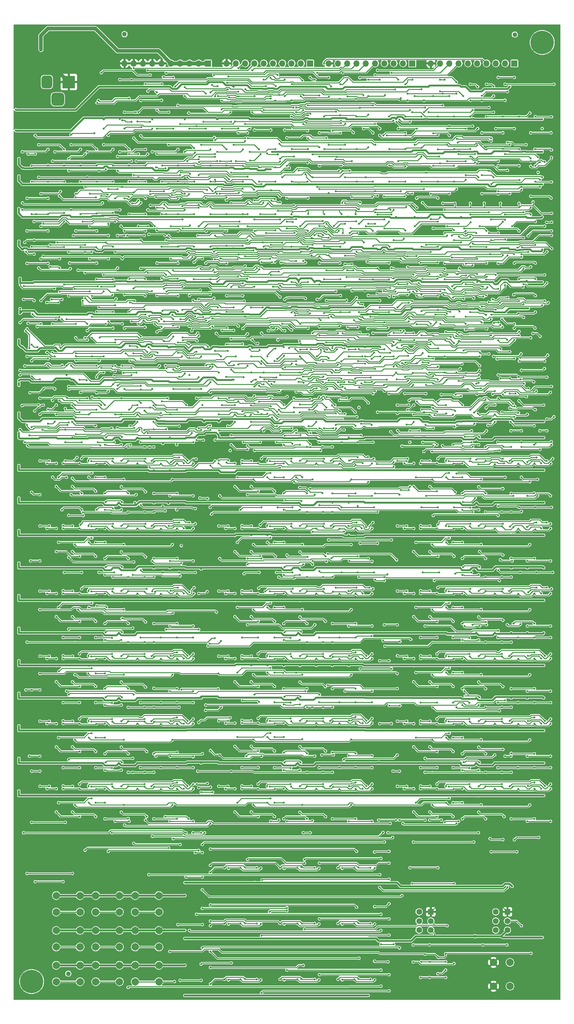
<source format=gbr>
G04 #@! TF.GenerationSoftware,KiCad,Pcbnew,(5.1.10)-1*
G04 #@! TF.CreationDate,2022-02-07T11:06:35+01:00*
G04 #@! TF.ProjectId,FetsAndCrosses,46657473-416e-4644-9372-6f737365732e,v1.0*
G04 #@! TF.SameCoordinates,Original*
G04 #@! TF.FileFunction,Copper,L2,Bot*
G04 #@! TF.FilePolarity,Positive*
%FSLAX46Y46*%
G04 Gerber Fmt 4.6, Leading zero omitted, Abs format (unit mm)*
G04 Created by KiCad (PCBNEW (5.1.10)-1) date 2022-02-07 11:06:35*
%MOMM*%
%LPD*%
G01*
G04 APERTURE LIST*
G04 #@! TA.AperFunction,WasherPad*
%ADD10C,1.300000*%
G04 #@! TD*
G04 #@! TA.AperFunction,ComponentPad*
%ADD11O,1.700000X1.700000*%
G04 #@! TD*
G04 #@! TA.AperFunction,ComponentPad*
%ADD12R,1.700000X1.700000*%
G04 #@! TD*
G04 #@! TA.AperFunction,ComponentPad*
%ADD13C,1.600000*%
G04 #@! TD*
G04 #@! TA.AperFunction,ComponentPad*
%ADD14R,1.600000X1.600000*%
G04 #@! TD*
G04 #@! TA.AperFunction,ComponentPad*
%ADD15R,3.500000X3.500000*%
G04 #@! TD*
G04 #@! TA.AperFunction,ComponentPad*
%ADD16C,2.000000*%
G04 #@! TD*
G04 #@! TA.AperFunction,ComponentPad*
%ADD17C,0.800000*%
G04 #@! TD*
G04 #@! TA.AperFunction,ComponentPad*
%ADD18C,6.400000*%
G04 #@! TD*
G04 #@! TA.AperFunction,ViaPad*
%ADD19C,0.550000*%
G04 #@! TD*
G04 #@! TA.AperFunction,ViaPad*
%ADD20C,0.800000*%
G04 #@! TD*
G04 #@! TA.AperFunction,Conductor*
%ADD21C,0.500000*%
G04 #@! TD*
G04 #@! TA.AperFunction,Conductor*
%ADD22C,0.250000*%
G04 #@! TD*
G04 #@! TA.AperFunction,Conductor*
%ADD23C,1.000000*%
G04 #@! TD*
G04 #@! TA.AperFunction,Conductor*
%ADD24C,0.127000*%
G04 #@! TD*
G04 #@! TA.AperFunction,Conductor*
%ADD25C,0.100000*%
G04 #@! TD*
G04 APERTURE END LIST*
D10*
G04 #@! TO.P,H5,*
G04 #@! TO.N,*
X154432000Y889000D03*
G04 #@! TD*
G04 #@! TO.P,H4,*
G04 #@! TO.N,*
X32258000Y-255651000D03*
G04 #@! TD*
G04 #@! TO.P,H3,*
G04 #@! TO.N,*
X47625000Y1016000D03*
G04 #@! TD*
D11*
G04 #@! TO.P,J9,10*
G04 #@! TO.N,GND*
X131445000Y-6985000D03*
G04 #@! TO.P,J9,9*
G04 #@! TO.N,/Computer/13*
X133985000Y-6985000D03*
G04 #@! TO.P,J9,8*
G04 #@! TO.N,/Computer/14*
X136525000Y-6985000D03*
G04 #@! TO.P,J9,7*
G04 #@! TO.N,/Computer/15*
X139065000Y-6985000D03*
G04 #@! TO.P,J9,6*
G04 #@! TO.N,/Computer/17*
X141605000Y-6985000D03*
G04 #@! TO.P,J9,5*
G04 #@! TO.N,/Computer/18*
X144145000Y-6985000D03*
G04 #@! TO.P,J9,4*
G04 #@! TO.N,/Computer/19*
X146685000Y-6985000D03*
G04 #@! TO.P,J9,3*
G04 #@! TO.N,/Computer/20*
X149225000Y-6985000D03*
G04 #@! TO.P,J9,2*
G04 #@! TO.N,/Computer/21*
X151765000Y-6985000D03*
D12*
G04 #@! TO.P,J9,1*
G04 #@! TO.N,/P2_Switch/C_8*
X154305000Y-6985000D03*
G04 #@! TD*
D11*
G04 #@! TO.P,J5,10*
G04 #@! TO.N,GND*
X103505000Y-6985000D03*
G04 #@! TO.P,J5,9*
G04 #@! TO.N,/Computer/30*
X106045000Y-6985000D03*
G04 #@! TO.P,J5,8*
G04 #@! TO.N,/Computer/2*
X108585000Y-6985000D03*
G04 #@! TO.P,J5,7*
G04 #@! TO.N,/Computer/3*
X111125000Y-6985000D03*
G04 #@! TO.P,J5,6*
G04 #@! TO.N,/Computer/29*
X113665000Y-6985000D03*
G04 #@! TO.P,J5,5*
G04 #@! TO.N,/Computer/28*
X116205000Y-6985000D03*
G04 #@! TO.P,J5,4*
G04 #@! TO.N,/PlayerMem_2/3*
X118745000Y-6985000D03*
G04 #@! TO.P,J5,3*
G04 #@! TO.N,/PlayerMem_2/2*
X121285000Y-6985000D03*
G04 #@! TO.P,J5,2*
G04 #@! TO.N,/PlayerMem_2/1*
X123825000Y-6985000D03*
D12*
G04 #@! TO.P,J5,1*
G04 #@! TO.N,/PlayerMem_2/0*
X126365000Y-6985000D03*
G04 #@! TD*
D11*
G04 #@! TO.P,J4,10*
G04 #@! TO.N,GND*
X75565000Y-6985000D03*
G04 #@! TO.P,J4,9*
G04 #@! TO.N,/Computer/27*
X78105000Y-6985000D03*
G04 #@! TO.P,J4,8*
G04 #@! TO.N,/Computer/5*
X80645000Y-6985000D03*
G04 #@! TO.P,J4,7*
G04 #@! TO.N,/Computer/6*
X83185000Y-6985000D03*
G04 #@! TO.P,J4,6*
G04 #@! TO.N,/PlayerMem_1/5*
X85725000Y-6985000D03*
G04 #@! TO.P,J4,5*
G04 #@! TO.N,/PlayerMem_1/4*
X88265000Y-6985000D03*
G04 #@! TO.P,J4,4*
G04 #@! TO.N,/PlayerMem_1/3*
X90805000Y-6985000D03*
G04 #@! TO.P,J4,3*
G04 #@! TO.N,/Computer/10*
X93345000Y-6985000D03*
G04 #@! TO.P,J4,2*
G04 #@! TO.N,/PlayerMem_1/1*
X95885000Y-6985000D03*
D12*
G04 #@! TO.P,J4,1*
G04 #@! TO.N,/PlayerMem_1/0*
X98425000Y-6985000D03*
G04 #@! TD*
D11*
G04 #@! TO.P,J3,10*
G04 #@! TO.N,GND*
X47625000Y-6985000D03*
G04 #@! TO.P,J3,9*
X50165000Y-6985000D03*
G04 #@! TO.P,J3,8*
X52705000Y-6985000D03*
G04 #@! TO.P,J3,7*
X55245000Y-6985000D03*
G04 #@! TO.P,J3,6*
X57785000Y-6985000D03*
G04 #@! TO.P,J3,5*
G04 #@! TO.N,+5V*
X60325000Y-6985000D03*
G04 #@! TO.P,J3,4*
X62865000Y-6985000D03*
G04 #@! TO.P,J3,3*
X65405000Y-6985000D03*
G04 #@! TO.P,J3,2*
X67945000Y-6985000D03*
D12*
G04 #@! TO.P,J3,1*
X70485000Y-6985000D03*
G04 #@! TD*
D13*
G04 #@! TO.P,SW11,6*
G04 #@! TO.N,N/C*
X128245000Y-243760000D03*
G04 #@! TO.P,SW11,5*
X128245000Y-241260000D03*
G04 #@! TO.P,SW11,4*
X128245000Y-238760000D03*
G04 #@! TO.P,SW11,3*
G04 #@! TO.N,+5V*
X131445000Y-243760000D03*
G04 #@! TO.P,SW11,2*
G04 #@! TO.N,/P2_Switch/P2_isComputer*
X131445000Y-241260000D03*
D14*
G04 #@! TO.P,SW11,1*
G04 #@! TO.N,GND*
X131445000Y-238760000D03*
G04 #@! TD*
D13*
G04 #@! TO.P,SW10,6*
G04 #@! TO.N,N/C*
X149200000Y-243760000D03*
G04 #@! TO.P,SW10,5*
X149200000Y-241260000D03*
G04 #@! TO.P,SW10,4*
X149200000Y-238760000D03*
G04 #@! TO.P,SW10,3*
G04 #@! TO.N,+5V*
X152400000Y-243760000D03*
G04 #@! TO.P,SW10,2*
G04 #@! TO.N,/StateMaschine/P2_Starts*
X152400000Y-241260000D03*
D14*
G04 #@! TO.P,SW10,1*
G04 #@! TO.N,GND*
X152400000Y-238760000D03*
G04 #@! TD*
G04 #@! TO.P,J1,3*
G04 #@! TO.N,N/C*
G04 #@! TA.AperFunction,ComponentPad*
G36*
G01*
X27635000Y-17640000D02*
X27635000Y-15890000D01*
G75*
G02*
X28510000Y-15015000I875000J0D01*
G01*
X30260000Y-15015000D01*
G75*
G02*
X31135000Y-15890000I0J-875000D01*
G01*
X31135000Y-17640000D01*
G75*
G02*
X30260000Y-18515000I-875000J0D01*
G01*
X28510000Y-18515000D01*
G75*
G02*
X27635000Y-17640000I0J875000D01*
G01*
G37*
G04 #@! TD.AperFunction*
G04 #@! TO.P,J1,2*
G04 #@! TO.N,Net-(J1-Pad2)*
G04 #@! TA.AperFunction,ComponentPad*
G36*
G01*
X24885000Y-13065000D02*
X24885000Y-11065000D01*
G75*
G02*
X25635000Y-10315000I750000J0D01*
G01*
X27135000Y-10315000D01*
G75*
G02*
X27885000Y-11065000I0J-750000D01*
G01*
X27885000Y-13065000D01*
G75*
G02*
X27135000Y-13815000I-750000J0D01*
G01*
X25635000Y-13815000D01*
G75*
G02*
X24885000Y-13065000I0J750000D01*
G01*
G37*
G04 #@! TD.AperFunction*
D15*
G04 #@! TO.P,J1,1*
G04 #@! TO.N,GND*
X32385000Y-12065000D03*
G04 #@! TD*
D16*
G04 #@! TO.P,SW12,1*
G04 #@! TO.N,GND*
X148590000Y-252580000D03*
G04 #@! TO.P,SW12,2*
G04 #@! TO.N,/UI.sch/UI_Setup.sch/sheet6202921E/A*
X153090000Y-252580000D03*
G04 #@! TO.P,SW12,1*
G04 #@! TO.N,GND*
X148590000Y-259080000D03*
G04 #@! TO.P,SW12,2*
G04 #@! TO.N,/UI.sch/UI_Setup.sch/sheet6202921E/A*
X153090000Y-259080000D03*
G04 #@! TD*
G04 #@! TO.P,SW9,1*
G04 #@! TO.N,+5V*
X35456000Y-234315000D03*
G04 #@! TO.P,SW9,2*
G04 #@! TO.N,/PlayerMem_1/M0*
X35456000Y-238815000D03*
G04 #@! TO.P,SW9,1*
G04 #@! TO.N,+5V*
X28956000Y-234315000D03*
G04 #@! TO.P,SW9,2*
G04 #@! TO.N,/PlayerMem_1/M0*
X28956000Y-238815000D03*
G04 #@! TD*
G04 #@! TO.P,SW8,1*
G04 #@! TO.N,+5V*
X35456000Y-243840000D03*
G04 #@! TO.P,SW8,2*
G04 #@! TO.N,/PlayerMem_1/M3*
X35456000Y-248340000D03*
G04 #@! TO.P,SW8,1*
G04 #@! TO.N,+5V*
X28956000Y-243840000D03*
G04 #@! TO.P,SW8,2*
G04 #@! TO.N,/PlayerMem_1/M3*
X28956000Y-248340000D03*
G04 #@! TD*
G04 #@! TO.P,SW7,1*
G04 #@! TO.N,+5V*
X35456000Y-253365000D03*
G04 #@! TO.P,SW7,2*
G04 #@! TO.N,/PlayerMem_1/M6*
X35456000Y-257865000D03*
G04 #@! TO.P,SW7,1*
G04 #@! TO.N,+5V*
X28956000Y-253365000D03*
G04 #@! TO.P,SW7,2*
G04 #@! TO.N,/PlayerMem_1/M6*
X28956000Y-257865000D03*
G04 #@! TD*
G04 #@! TO.P,SW6,1*
G04 #@! TO.N,+5V*
X46251000Y-234315000D03*
G04 #@! TO.P,SW6,2*
G04 #@! TO.N,/PlayerMem_1/M1*
X46251000Y-238815000D03*
G04 #@! TO.P,SW6,1*
G04 #@! TO.N,+5V*
X39751000Y-234315000D03*
G04 #@! TO.P,SW6,2*
G04 #@! TO.N,/PlayerMem_1/M1*
X39751000Y-238815000D03*
G04 #@! TD*
G04 #@! TO.P,SW5,1*
G04 #@! TO.N,+5V*
X46251000Y-243840000D03*
G04 #@! TO.P,SW5,2*
G04 #@! TO.N,/PlayerMem_1/M4*
X46251000Y-248340000D03*
G04 #@! TO.P,SW5,1*
G04 #@! TO.N,+5V*
X39751000Y-243840000D03*
G04 #@! TO.P,SW5,2*
G04 #@! TO.N,/PlayerMem_1/M4*
X39751000Y-248340000D03*
G04 #@! TD*
G04 #@! TO.P,SW4,1*
G04 #@! TO.N,+5V*
X46251000Y-253365000D03*
G04 #@! TO.P,SW4,2*
G04 #@! TO.N,/PlayerMem_1/M7*
X46251000Y-257865000D03*
G04 #@! TO.P,SW4,1*
G04 #@! TO.N,+5V*
X39751000Y-253365000D03*
G04 #@! TO.P,SW4,2*
G04 #@! TO.N,/PlayerMem_1/M7*
X39751000Y-257865000D03*
G04 #@! TD*
G04 #@! TO.P,SW3,1*
G04 #@! TO.N,+5V*
X57046000Y-234315000D03*
G04 #@! TO.P,SW3,2*
G04 #@! TO.N,/PlayerMem_1/M2*
X57046000Y-238815000D03*
G04 #@! TO.P,SW3,1*
G04 #@! TO.N,+5V*
X50546000Y-234315000D03*
G04 #@! TO.P,SW3,2*
G04 #@! TO.N,/PlayerMem_1/M2*
X50546000Y-238815000D03*
G04 #@! TD*
G04 #@! TO.P,SW2,1*
G04 #@! TO.N,+5V*
X57046000Y-243840000D03*
G04 #@! TO.P,SW2,2*
G04 #@! TO.N,/PlayerMem_1/M5*
X57046000Y-248340000D03*
G04 #@! TO.P,SW2,1*
G04 #@! TO.N,+5V*
X50546000Y-243840000D03*
G04 #@! TO.P,SW2,2*
G04 #@! TO.N,/PlayerMem_1/M5*
X50546000Y-248340000D03*
G04 #@! TD*
G04 #@! TO.P,SW1,1*
G04 #@! TO.N,+5V*
X57046000Y-253365000D03*
G04 #@! TO.P,SW1,2*
G04 #@! TO.N,/PlayerMem_1/M8*
X57046000Y-257865000D03*
G04 #@! TO.P,SW1,1*
G04 #@! TO.N,+5V*
X50546000Y-253365000D03*
G04 #@! TO.P,SW1,2*
G04 #@! TO.N,/PlayerMem_1/M8*
X50546000Y-257865000D03*
G04 #@! TD*
D17*
G04 #@! TO.P,H2,1*
G04 #@! TO.N,N/C*
X163622056Y427056D03*
X161925000Y1130000D03*
X160227944Y427056D03*
X159525000Y-1270000D03*
X160227944Y-2967056D03*
X161925000Y-3670000D03*
X163622056Y-2967056D03*
X164325000Y-1270000D03*
D18*
X161925000Y-1270000D03*
G04 #@! TD*
D17*
G04 #@! TO.P,H1,1*
G04 #@! TO.N,N/C*
X23922056Y-256112944D03*
X22225000Y-255410000D03*
X20527944Y-256112944D03*
X19825000Y-257810000D03*
X20527944Y-259507056D03*
X22225000Y-260210000D03*
X23922056Y-259507056D03*
X24625000Y-257810000D03*
D18*
X22225000Y-257810000D03*
G04 #@! TD*
D19*
G04 #@! TO.N,GND*
X153035000Y-17780000D03*
X148590000Y-17780000D03*
X139700000Y-17780000D03*
X135255000Y-17780000D03*
X126365000Y-17780000D03*
X121920000Y-17780000D03*
X117475000Y-17780000D03*
X73025000Y-17780000D03*
X64135000Y-17780000D03*
X59690000Y-17780000D03*
X55245000Y-17780000D03*
X46355000Y-17780000D03*
X46355000Y-26670000D03*
X50800000Y-26670000D03*
X55245000Y-26670000D03*
X59690000Y-26670000D03*
X64135000Y-26670000D03*
X68580000Y-26670000D03*
X77470000Y-26670000D03*
X95250000Y-26670000D03*
X108585000Y-26670000D03*
X113030000Y-26670000D03*
X153035000Y-26670000D03*
X108585000Y-35560000D03*
X113030000Y-35560000D03*
X126365000Y-35560000D03*
X139700000Y-35560000D03*
X161925000Y-35560000D03*
X28575000Y-44450000D03*
X64135000Y-44450000D03*
X99695000Y-44450000D03*
X104140000Y-44450000D03*
X113030000Y-44450000D03*
X135255000Y-44450000D03*
X139700000Y-44450000D03*
X144145000Y-44450000D03*
X153035000Y-44450000D03*
X161925000Y-44450000D03*
X28575000Y-53340000D03*
X41910000Y-53340000D03*
X64135000Y-53340000D03*
X121920000Y-53340000D03*
X161925000Y-53340000D03*
X144145000Y-62230000D03*
X148590000Y-62230000D03*
X161925000Y-62230000D03*
X117475000Y-62230000D03*
X95250000Y-62230000D03*
X86360000Y-62230000D03*
X81915000Y-62230000D03*
X64135000Y-62230000D03*
X50800000Y-62230000D03*
X46355000Y-62230000D03*
X41910000Y-62230000D03*
X41910000Y-71120000D03*
X50800000Y-71120000D03*
X59690000Y-71120000D03*
X104140000Y-71120000D03*
X161925000Y-71120000D03*
X41910000Y-80010000D03*
X50800000Y-80010000D03*
X59690000Y-80010000D03*
X68580000Y-80010000D03*
X19685000Y-88900000D03*
X28575000Y-88900000D03*
X41910000Y-88900000D03*
X19685000Y-97790000D03*
X46355000Y-97790000D03*
X50800000Y-97790000D03*
X68580000Y-97790000D03*
X126365000Y-221615000D03*
X130810000Y-221615000D03*
X135255000Y-221615000D03*
X144145000Y-221615000D03*
X148590000Y-221615000D03*
X153035000Y-221615000D03*
X68495267Y-17814990D03*
X33449778Y-79977530D03*
X148590000Y-44450000D03*
X82030013Y-26670000D03*
X64241772Y-97683228D03*
X77597398Y-44415010D03*
X117475000Y-71004987D03*
X95315315Y-80032293D03*
X130810000Y-62275041D03*
X55251838Y-89315020D03*
X51181000Y-113665000D03*
X28956000Y-113665000D03*
X24511000Y-122555000D03*
X37846000Y-122555000D03*
X51181000Y-122555000D03*
X64516000Y-122555000D03*
X42286228Y-113669772D03*
X108966000Y-97790000D03*
X60071000Y-106680000D03*
X64516000Y-106680000D03*
X51181000Y-167005000D03*
X64516000Y-167005000D03*
X28956000Y-167005000D03*
X24511000Y-175895000D03*
X37846000Y-175895000D03*
X51181000Y-175895000D03*
X64516000Y-175895000D03*
X42286228Y-167009772D03*
X100076000Y-167005000D03*
X113411000Y-167005000D03*
X77851000Y-167005000D03*
X73406000Y-175895000D03*
X86741000Y-175895000D03*
X100076000Y-175895000D03*
X113411000Y-175895000D03*
X91181228Y-167009772D03*
X162306000Y-167005000D03*
X126746000Y-167005000D03*
X122301000Y-175895000D03*
X135636000Y-175895000D03*
X148971000Y-175895000D03*
X162306000Y-175895000D03*
X140076228Y-167009772D03*
X64516000Y-184785000D03*
X28956000Y-184785000D03*
X24511000Y-193675000D03*
X37846000Y-193675000D03*
X51181000Y-193675000D03*
X64516000Y-193675000D03*
X42286228Y-184789772D03*
X100076000Y-184660000D03*
X113411000Y-184660000D03*
X77851000Y-184660000D03*
X73406000Y-193550000D03*
X86741000Y-193550000D03*
X100076000Y-193550000D03*
X113411000Y-193550000D03*
X91181228Y-184664772D03*
X148971000Y-184785000D03*
X162306000Y-184785000D03*
X126746000Y-184785000D03*
X122301000Y-193675000D03*
X135636000Y-193675000D03*
X148971000Y-193675000D03*
X162306000Y-193675000D03*
X140076228Y-184789772D03*
X51181000Y-202565000D03*
X64516000Y-202565000D03*
X28956000Y-202565000D03*
X24511000Y-211455000D03*
X37846000Y-211455000D03*
X51181000Y-211455000D03*
X64516000Y-211455000D03*
X42286228Y-202569772D03*
X100076000Y-202565000D03*
X113411000Y-202565000D03*
X77851000Y-202565000D03*
X73406000Y-211455000D03*
X86741000Y-211455000D03*
X100076000Y-211455000D03*
X113411000Y-211455000D03*
X91181228Y-202569772D03*
X148971000Y-202565000D03*
X162306000Y-202565000D03*
X126746000Y-202565000D03*
X122301000Y-211455000D03*
X135636000Y-211455000D03*
X148971000Y-211455000D03*
X162306000Y-211455000D03*
X140076228Y-202569772D03*
X100076000Y-113665000D03*
X77851000Y-113665000D03*
X73406000Y-122555000D03*
X86741000Y-122555000D03*
X100076000Y-122555000D03*
X113411000Y-122555000D03*
X91181228Y-113669772D03*
X162306000Y-113665000D03*
X126746000Y-113665000D03*
X122301000Y-122555000D03*
X135636000Y-122555000D03*
X148971000Y-122555000D03*
X162306000Y-122555000D03*
X140076228Y-113669772D03*
X51181000Y-131445000D03*
X64516000Y-131445000D03*
X28956000Y-131445000D03*
X24511000Y-140335000D03*
X37846000Y-140335000D03*
X51181000Y-140335000D03*
X64516000Y-140335000D03*
X42286228Y-131449772D03*
X100076000Y-131445000D03*
X113411000Y-131445000D03*
X77851000Y-131445000D03*
X73406000Y-140335000D03*
X86741000Y-140335000D03*
X100076000Y-140335000D03*
X113411000Y-140335000D03*
X91181228Y-131449772D03*
X148971000Y-131445000D03*
X162306000Y-131445000D03*
X126746000Y-131445000D03*
X122301000Y-140335000D03*
X135636000Y-140335000D03*
X148971000Y-140335000D03*
X162306000Y-140335000D03*
X140076228Y-131449772D03*
X51181000Y-149225000D03*
X64516000Y-149225000D03*
X28956000Y-149225000D03*
X24511000Y-158115000D03*
X37846000Y-158115000D03*
X51181000Y-158115000D03*
X64516000Y-158115000D03*
X42286228Y-149229772D03*
X113411000Y-149225000D03*
X77851000Y-149225000D03*
X73406000Y-158115000D03*
X86741000Y-158115000D03*
X100076000Y-158115000D03*
X113411000Y-158115000D03*
X91181228Y-149229772D03*
X148971000Y-149225000D03*
X162306000Y-149225000D03*
X126746000Y-149225000D03*
X122301000Y-158115000D03*
X135636000Y-158115000D03*
X148971000Y-158115000D03*
X162306000Y-158115000D03*
X140076228Y-149229772D03*
X73349624Y-26608268D03*
X127000000Y-27305000D03*
X47625000Y-242570000D03*
X58420000Y-242570000D03*
X36830000Y-252095000D03*
X47625000Y-252095000D03*
X58420000Y-252095000D03*
X58420000Y-261620000D03*
X47625000Y-261620000D03*
X36830000Y-261620000D03*
X166052500Y-23177500D03*
X166052500Y-24130000D03*
X166052500Y-25082500D03*
X166052500Y-42545000D03*
X166052500Y-43497500D03*
X166052500Y-44450000D03*
X165100000Y-210185000D03*
X165100000Y-210820000D03*
X165120002Y-211455000D03*
X165100000Y-201295000D03*
X165100000Y-201930000D03*
X165120002Y-202565000D03*
X165100000Y-192087500D03*
X165100000Y-192722500D03*
X165120002Y-193357500D03*
X165100000Y-184150000D03*
X165100000Y-183515000D03*
X165100000Y-182880000D03*
X165100000Y-175260000D03*
X165100000Y-174625000D03*
X165100000Y-173990000D03*
X165100000Y-166052500D03*
X165100000Y-165417500D03*
X165100000Y-164782500D03*
X165100000Y-157480000D03*
X165100000Y-156845000D03*
X165100000Y-156210000D03*
X165100000Y-148590000D03*
X165100000Y-147955000D03*
X165100000Y-147320000D03*
X165100000Y-139700000D03*
X165100000Y-139065000D03*
X165100000Y-138430000D03*
X165100000Y-130810000D03*
X165100000Y-130175000D03*
X165100000Y-129540000D03*
X165100000Y-121920000D03*
X165100000Y-121285000D03*
X165100000Y-120650000D03*
X165100000Y-113030000D03*
X165100000Y-112395000D03*
X157797500Y-106680000D03*
X162242500Y-106680000D03*
X140017500Y-106680000D03*
X135572500Y-106680000D03*
X165100000Y-106362500D03*
X165100000Y-105727500D03*
X153670000Y-35877500D03*
X162207510Y-26759856D03*
X166052500Y-35242500D03*
X166052500Y-34290000D03*
X166052500Y-33337500D03*
X19685000Y-115570000D03*
X19685000Y-133350000D03*
X19685000Y-151447500D03*
X19685000Y-168910000D03*
X19685000Y-187007500D03*
X19685000Y-204787500D03*
X116225002Y-131445000D03*
X116225002Y-148907500D03*
X116522500Y-167005000D03*
X116225002Y-184467500D03*
X116522500Y-202565000D03*
X67330002Y-131445000D03*
X100965000Y-149542500D03*
X149860000Y-167322500D03*
X52070000Y-185102500D03*
X67330002Y-202565000D03*
X67330002Y-167005000D03*
X67330002Y-148904966D03*
X60960000Y-97790000D03*
X95567500Y-97790000D03*
X100012500Y-97790000D03*
X91122500Y-107315000D03*
X108902500Y-106680000D03*
X42862500Y-44767500D03*
X129540000Y-53340000D03*
X129540000Y-44132500D03*
X157480000Y-71120000D03*
X88265000Y-71437500D03*
X82232500Y-71437500D03*
X29837472Y-65949990D03*
X20002500Y-78740000D03*
X165100000Y-79692500D03*
X165100000Y-79057500D03*
X165100000Y-78422500D03*
X24112085Y-97754169D03*
X37572731Y-97682766D03*
X29210000Y-88900000D03*
X29845000Y-88900000D03*
X165100000Y-97472500D03*
X165100000Y-96837500D03*
X165100000Y-96202500D03*
X127635000Y-80010000D03*
X55245000Y-97790000D03*
X82212478Y-79895256D03*
X41889978Y-97675256D03*
X104140000Y-62230000D03*
X148971000Y-113619957D03*
X69850000Y-260615000D03*
X69850000Y-262390000D03*
X70485000Y-262390000D03*
X71120000Y-262390000D03*
X165100000Y-221297500D03*
X165100000Y-220662500D03*
X165100000Y-220027500D03*
X144780000Y-88265000D03*
X146685000Y-88265000D03*
X64135000Y-89437479D03*
X95057970Y-71615052D03*
X68511497Y-89447532D03*
X50895009Y-89315020D03*
X59655010Y-88934990D03*
X64534544Y-113669295D03*
X144462500Y-71437500D03*
X37614710Y-88865010D03*
X77470000Y-61999970D03*
X157577519Y-80030372D03*
X68580000Y-70837490D03*
X28575000Y-61947490D03*
X46355000Y-88900000D03*
X67330002Y-184838376D03*
X82378932Y-97507490D03*
X149199176Y-88375655D03*
X139162521Y-26254979D03*
X149225000Y-71120000D03*
X86756796Y-97288017D03*
D20*
X37104999Y-242295001D03*
D19*
X37782500Y-106449968D03*
X43180000Y-105727500D03*
X86444733Y-17899563D03*
X90805000Y-17877521D03*
X130886066Y-17799581D03*
X143919562Y-79912481D03*
X156210000Y-160972500D03*
X159385000Y-102552500D03*
X159067500Y-89535000D03*
X155892500Y-89535000D03*
X147435013Y-160337500D03*
X144145000Y-236855000D03*
X166052500Y-239077500D03*
X130745525Y-80229979D03*
X134602085Y-80045831D03*
X137509919Y-79775120D03*
X68379083Y-105894966D03*
X165215013Y-111760000D03*
X33020000Y-97790000D03*
X24206304Y-88761350D03*
X86645717Y-107280010D03*
X59703208Y-97712159D03*
X27622500Y-96837500D03*
X27622500Y-96202500D03*
X27214998Y-97699998D03*
X104809990Y-97437510D03*
X146375011Y-102249975D03*
X113411000Y-113590012D03*
X121920000Y-62230000D03*
X130810000Y-71120000D03*
X90464431Y-80472886D03*
X113451444Y-97836112D03*
X113223969Y-106810021D03*
X116805010Y-98635728D03*
X126222820Y-84379405D03*
X77435010Y-17855589D03*
X82006308Y-17999979D03*
X113375963Y-17364979D03*
X95345009Y-44450000D03*
X108591837Y-17364979D03*
X104146837Y-17364979D03*
X99695000Y-17364979D03*
X95244602Y-17740476D03*
X95919990Y-34605104D03*
X144240009Y-17799581D03*
X104224733Y-79779968D03*
X110774103Y-79779968D03*
X117469602Y-80044990D03*
X122237500Y-79409990D03*
X87689989Y-26094989D03*
X32985010Y-88370758D03*
X166052500Y-53657500D03*
X166052500Y-61277500D03*
X166052500Y-60325000D03*
X166052500Y-59372500D03*
X166052500Y-67945000D03*
X166052500Y-68897500D03*
X166052500Y-70167500D03*
X157595261Y-62114739D03*
X161931609Y-96202500D03*
X77470000Y-53294957D03*
D20*
X20320000Y-3175000D03*
X20320000Y-1905000D03*
X20320000Y-635000D03*
D19*
X32385000Y-20955000D03*
X32385000Y-21590000D03*
X32385000Y-22225000D03*
X121040021Y-44059979D03*
X137414000Y-246507000D03*
X142494000Y-246507000D03*
G04 #@! TO.N,+5V*
X18732500Y-206375000D03*
X18732500Y-207010000D03*
X18732500Y-205740000D03*
X18732500Y-197485000D03*
X18732500Y-198120000D03*
X18732500Y-196850000D03*
X18732500Y-188595000D03*
X18732500Y-189230000D03*
X18732500Y-187960000D03*
X18732500Y-179705000D03*
X18732500Y-180340000D03*
X18732500Y-179070000D03*
X18732500Y-170815000D03*
X18732500Y-171450000D03*
X18732500Y-170180000D03*
X18732500Y-161925000D03*
X18732500Y-162560000D03*
X18732500Y-161290000D03*
X18732500Y-153035000D03*
X18732500Y-153670000D03*
X18732500Y-152400000D03*
X18732500Y-144145000D03*
X18732500Y-144780000D03*
X18732500Y-143510000D03*
X18732500Y-135255000D03*
X18732500Y-135890000D03*
X18732500Y-134620000D03*
X18732500Y-126365000D03*
X18732500Y-127000000D03*
X18732500Y-125730000D03*
X18732500Y-117475000D03*
X18732500Y-118110000D03*
X18732500Y-116840000D03*
X18732500Y-108585000D03*
X18732500Y-109220000D03*
X18732500Y-107950000D03*
X153035000Y-31115000D03*
X135255000Y-31115000D03*
X127000000Y-48895000D03*
X46355000Y-13335000D03*
X50800000Y-13335000D03*
X55245000Y-13335000D03*
X59690000Y-13335000D03*
X77470000Y-13335000D03*
X113030000Y-13335000D03*
X130810000Y-13335000D03*
X139700000Y-13335000D03*
X153035000Y-13335000D03*
X161925000Y-22225000D03*
X157480000Y-22225000D03*
X153035000Y-22225000D03*
X148590000Y-22225000D03*
X139700000Y-22225000D03*
X135255000Y-22225000D03*
X130810000Y-22225000D03*
X126365000Y-22225000D03*
X117475000Y-22225000D03*
X113030000Y-22225000D03*
X108585000Y-22225000D03*
X90805000Y-22225000D03*
X81915000Y-22225000D03*
X73025000Y-22225000D03*
X64135000Y-22225000D03*
X55245000Y-22225000D03*
X41910000Y-22225000D03*
X161925000Y-31115000D03*
X157480000Y-31115000D03*
X139700000Y-31115000D03*
X117475000Y-31115000D03*
X113030000Y-31115000D03*
X108585000Y-31115000D03*
X104140000Y-31115000D03*
X99695000Y-31115000D03*
X95250000Y-31115000D03*
X90805000Y-31115000D03*
X19685000Y-35560000D03*
X24130000Y-35560000D03*
X28575000Y-35560000D03*
X33020000Y-35560000D03*
X37465000Y-35560000D03*
X46355000Y-35560000D03*
X50800000Y-35560000D03*
X73025000Y-35560000D03*
X77470000Y-35560000D03*
X161925000Y-40005000D03*
X157480000Y-40005000D03*
X153035000Y-40005000D03*
X144145000Y-40005000D03*
X139700000Y-40005000D03*
X135255000Y-40005000D03*
X130810000Y-40005000D03*
X126365000Y-40005000D03*
X121920000Y-40005000D03*
X117475000Y-40005000D03*
X113030000Y-40005000D03*
X108585000Y-40005000D03*
X104140000Y-40005000D03*
X99695000Y-40005000D03*
X90805000Y-40005000D03*
X86360000Y-40005000D03*
X81915000Y-40005000D03*
X73025000Y-40005000D03*
X68580000Y-40005000D03*
X55245000Y-40005000D03*
X50800000Y-40005000D03*
X46355000Y-40005000D03*
X41910000Y-40005000D03*
X37465000Y-40005000D03*
X33020000Y-40005000D03*
X28575000Y-40005000D03*
X24130000Y-40005000D03*
X19685000Y-40005000D03*
X161925000Y-48895000D03*
X153035000Y-48895000D03*
X148590000Y-48895000D03*
X144145000Y-48895000D03*
X139700000Y-48895000D03*
X135255000Y-48895000D03*
X130810000Y-48895000D03*
X121920000Y-48895000D03*
X117475000Y-48895000D03*
X113030000Y-48895000D03*
X104140000Y-48895000D03*
X99695000Y-48895000D03*
X90805000Y-48895000D03*
X86360000Y-48895000D03*
X81915000Y-48895000D03*
X77470000Y-48895000D03*
X73025000Y-48895000D03*
X64135000Y-48895000D03*
X59690000Y-48895000D03*
X55245000Y-48895000D03*
X46355000Y-48895000D03*
X37465000Y-48895000D03*
X33020000Y-48895000D03*
X28575000Y-48895000D03*
X24130000Y-48895000D03*
X19685000Y-48895000D03*
X161925000Y-57785000D03*
X148590000Y-57785000D03*
X144145000Y-57785000D03*
X139700000Y-57785000D03*
X161925000Y-66675000D03*
X153035000Y-66675000D03*
X113030000Y-66675000D03*
X104140000Y-66675000D03*
X99695000Y-66675000D03*
X81915000Y-66675000D03*
X68580000Y-66675000D03*
X41910000Y-66675000D03*
X37465000Y-66675000D03*
X59690000Y-75565000D03*
X46355000Y-75565000D03*
X41910000Y-75565000D03*
X37465000Y-75565000D03*
X33020000Y-75565000D03*
X77470000Y-84455000D03*
X41910000Y-84455000D03*
X33020000Y-84455000D03*
X19685000Y-84455000D03*
X77470000Y-93345000D03*
X68580000Y-93345000D03*
X33020000Y-93345000D03*
X19685000Y-93345000D03*
X24130000Y-57785000D03*
X28575000Y-57785000D03*
X33020000Y-57785000D03*
X37465000Y-57785000D03*
X46355000Y-57785000D03*
X50800000Y-57785000D03*
X55245000Y-57785000D03*
X59690000Y-57785000D03*
X64135000Y-57785000D03*
X68580000Y-57785000D03*
X95250000Y-57785000D03*
X130810000Y-57785000D03*
X64135000Y-35560000D03*
X59690000Y-35560000D03*
X55245000Y-35560000D03*
X153670000Y-231775000D03*
X89535000Y-261620000D03*
X94297500Y-261620000D03*
X99060000Y-261620000D03*
X83185000Y-261620000D03*
X78740000Y-261620000D03*
X74295000Y-261620000D03*
X105410000Y-261620000D03*
X109855000Y-261620000D03*
X114300000Y-261620000D03*
X74295643Y-246026174D03*
X78725866Y-246025361D03*
X83175332Y-246025275D03*
X89520866Y-246025361D03*
X94305846Y-246026282D03*
X99045866Y-246025361D03*
X105395866Y-246025361D03*
X109863346Y-246026282D03*
X114290985Y-246025276D03*
X74303346Y-230786282D03*
X78748346Y-230786282D03*
X83209990Y-230750617D03*
X89520866Y-230785361D03*
X94283366Y-230785361D03*
X99045866Y-230785361D03*
X105395866Y-230785361D03*
X109845332Y-230785275D03*
X114285866Y-230785361D03*
X19780009Y-57785000D03*
X50895009Y-48895000D03*
X156210000Y-90805000D03*
X126310008Y-31001201D03*
X113030000Y-57594991D03*
X126428663Y-57594991D03*
X121983663Y-57594991D03*
X122015009Y-31115000D03*
X42048650Y-93421304D03*
X130840077Y-31530021D03*
X77543692Y-39979472D03*
X72918228Y-93451772D03*
X59690000Y-93760021D03*
X55484481Y-93760021D03*
X95250000Y-13324955D03*
X86360000Y-35790032D03*
X81968081Y-35790032D03*
X90889732Y-57665438D03*
X86275267Y-57554968D03*
X77475398Y-75525478D03*
X68473228Y-84561772D03*
X28681772Y-84561772D03*
X148655081Y-31004586D03*
X148958095Y-67275010D03*
X73023068Y-75369967D03*
X73061662Y-84402241D03*
X67945000Y-12700000D03*
X116840000Y-57785000D03*
X86741000Y-73660000D03*
X46210679Y-84559607D03*
X86741000Y-84455000D03*
X91186000Y-84455000D03*
X64516000Y-104775000D03*
X46736000Y-104775000D03*
X42291000Y-104775000D03*
X24511000Y-104775000D03*
X113411000Y-104775000D03*
X95631000Y-104775000D03*
X162306000Y-104775000D03*
X144526000Y-104775000D03*
X91186000Y-104775000D03*
X73406000Y-104775000D03*
X140081000Y-104775000D03*
X37846000Y-162560000D03*
X41656000Y-162560000D03*
X46101000Y-162560000D03*
X51181000Y-162560000D03*
X55626000Y-162560000D03*
X60071000Y-162560000D03*
X64516000Y-162560000D03*
X33401000Y-162560000D03*
X28956000Y-162560000D03*
X64516000Y-171450000D03*
X60071000Y-171450000D03*
X55626000Y-171450000D03*
X51181000Y-171450000D03*
X42291000Y-171450000D03*
X33401000Y-171450000D03*
X28951228Y-171454772D03*
X46731228Y-171454772D03*
X24511000Y-171450000D03*
X24511000Y-162560000D03*
X86741000Y-162560000D03*
X90551000Y-162560000D03*
X100076000Y-162560000D03*
X104521000Y-162560000D03*
X108966000Y-162560000D03*
X113411000Y-162560000D03*
X82296000Y-162560000D03*
X77851000Y-162560000D03*
X113411000Y-171450000D03*
X108966000Y-171450000D03*
X104521000Y-171450000D03*
X100076000Y-171450000D03*
X91186000Y-171450000D03*
X82296000Y-171450000D03*
X77846228Y-171454772D03*
X95626228Y-171454772D03*
X86736228Y-171454772D03*
X73406000Y-171450000D03*
X73406000Y-162560000D03*
X135636000Y-162560000D03*
X143891000Y-162560000D03*
X148971000Y-162560000D03*
X153416000Y-162560000D03*
X157861000Y-162560000D03*
X162306000Y-162560000D03*
X131191000Y-162560000D03*
X126746000Y-162560000D03*
X162306000Y-171450000D03*
X157861000Y-171450000D03*
X153416000Y-171450000D03*
X148971000Y-171450000D03*
X140081000Y-171450000D03*
X131191000Y-171450000D03*
X126741228Y-171454772D03*
X144521228Y-171454772D03*
X135631228Y-171454772D03*
X122301000Y-171450000D03*
X122301000Y-162560000D03*
X37846000Y-180340000D03*
X41656000Y-180340000D03*
X46101000Y-180340000D03*
X51181000Y-180340000D03*
X55626000Y-180340000D03*
X60071000Y-180340000D03*
X64516000Y-180340000D03*
X33401000Y-180340000D03*
X28956000Y-180340000D03*
X64516000Y-189230000D03*
X60071000Y-189230000D03*
X55626000Y-189230000D03*
X51181000Y-189230000D03*
X42291000Y-189230000D03*
X33401000Y-189230000D03*
X28951228Y-189234772D03*
X46731228Y-189234772D03*
X37841228Y-189234772D03*
X24511000Y-189230000D03*
X24511000Y-180340000D03*
X86741000Y-180215000D03*
X90551000Y-180215000D03*
X94996000Y-180215000D03*
X100076000Y-180215000D03*
X104521000Y-180215000D03*
X108966000Y-180215000D03*
X113411000Y-180215000D03*
X82296000Y-180215000D03*
X77851000Y-180215000D03*
X113411000Y-189105000D03*
X108966000Y-189105000D03*
X104521000Y-189105000D03*
X100076000Y-189105000D03*
X91186000Y-189105000D03*
X82296000Y-189105000D03*
X77846228Y-189109772D03*
X95626228Y-189109772D03*
X86736228Y-189109772D03*
X73406000Y-189105000D03*
X73406000Y-180215000D03*
X135636000Y-180340000D03*
X143891000Y-180340000D03*
X148971000Y-180340000D03*
X153416000Y-180340000D03*
X157861000Y-180340000D03*
X162306000Y-180340000D03*
X131191000Y-180340000D03*
X126746000Y-180340000D03*
X162306000Y-189230000D03*
X157861000Y-189230000D03*
X153416000Y-189230000D03*
X148971000Y-189230000D03*
X140081000Y-189230000D03*
X131191000Y-189230000D03*
X126741228Y-189234772D03*
X144521228Y-189234772D03*
X135631228Y-189234772D03*
X122301000Y-189230000D03*
X122301000Y-180340000D03*
X37846000Y-198120000D03*
X41656000Y-198120000D03*
X46101000Y-198120000D03*
X51181000Y-198120000D03*
X60071000Y-198120000D03*
X64516000Y-198120000D03*
X33401000Y-198120000D03*
X28956000Y-198120000D03*
X64516000Y-207010000D03*
X60071000Y-207010000D03*
X55626000Y-207010000D03*
X51181000Y-207010000D03*
X42291000Y-207010000D03*
X33401000Y-207010000D03*
X28951228Y-207014772D03*
X46731228Y-207014772D03*
X37841228Y-207014772D03*
X24511000Y-207010000D03*
X24511000Y-198120000D03*
X86741000Y-198120000D03*
X90551000Y-198120000D03*
X94996000Y-198120000D03*
X100076000Y-198120000D03*
X104521000Y-198120000D03*
X108966000Y-198120000D03*
X113411000Y-198120000D03*
X82296000Y-198120000D03*
X77851000Y-198120000D03*
X113411000Y-207010000D03*
X108966000Y-207010000D03*
X104521000Y-207010000D03*
X100076000Y-207010000D03*
X91186000Y-207010000D03*
X82296000Y-207010000D03*
X77846228Y-207014772D03*
X95626228Y-207014772D03*
X86736228Y-207014772D03*
X73406000Y-207010000D03*
X73406000Y-198120000D03*
X135636000Y-198120000D03*
X143891000Y-198120000D03*
X148971000Y-198120000D03*
X153416000Y-198120000D03*
X157861000Y-198120000D03*
X162306000Y-198120000D03*
X131191000Y-198120000D03*
X126746000Y-198120000D03*
X162306000Y-207010000D03*
X157861000Y-207010000D03*
X153416000Y-207010000D03*
X148971000Y-207010000D03*
X140081000Y-207010000D03*
X131191000Y-207010000D03*
X126741228Y-207014772D03*
X144521228Y-207014772D03*
X135631228Y-207014772D03*
X122301000Y-207010000D03*
X122301000Y-198120000D03*
X37846000Y-127000000D03*
X41656000Y-127000000D03*
X46101000Y-127000000D03*
X55626000Y-127000000D03*
X64516000Y-127000000D03*
X33401000Y-127000000D03*
X28956000Y-127000000D03*
X64516000Y-135890000D03*
X60071000Y-135890000D03*
X55626000Y-135890000D03*
X51181000Y-135890000D03*
X42291000Y-135890000D03*
X33401000Y-135890000D03*
X28951228Y-135894772D03*
X46731228Y-135894772D03*
X37841228Y-135894772D03*
X24511000Y-135890000D03*
X24511000Y-127000000D03*
X86741000Y-127000000D03*
X90551000Y-127000000D03*
X100076000Y-127000000D03*
X104521000Y-127000000D03*
X108966000Y-127000000D03*
X113411000Y-127000000D03*
X82296000Y-127000000D03*
X77851000Y-127000000D03*
X113411000Y-135890000D03*
X108966000Y-135890000D03*
X104521000Y-135890000D03*
X100076000Y-135890000D03*
X91186000Y-135890000D03*
X82296000Y-135890000D03*
X77846228Y-135894772D03*
X95626228Y-135894772D03*
X86736228Y-135894772D03*
X73406000Y-135890000D03*
X73406000Y-127000000D03*
X135636000Y-127000000D03*
X139446000Y-127000000D03*
X148971000Y-127000000D03*
X153416000Y-127000000D03*
X157861000Y-127000000D03*
X162306000Y-127000000D03*
X131191000Y-127000000D03*
X126746000Y-127000000D03*
X162306000Y-135890000D03*
X157861000Y-135890000D03*
X153416000Y-135890000D03*
X148971000Y-135890000D03*
X140081000Y-135890000D03*
X131191000Y-135890000D03*
X126741228Y-135894772D03*
X144521228Y-135894772D03*
X135631228Y-135894772D03*
X122301000Y-135890000D03*
X122301000Y-127000000D03*
X37846000Y-144780000D03*
X41656000Y-144780000D03*
X46101000Y-144780000D03*
X51181000Y-144780000D03*
X55626000Y-144780000D03*
X60071000Y-144780000D03*
X64516000Y-144780000D03*
X33401000Y-144780000D03*
X28956000Y-144780000D03*
X64516000Y-153670000D03*
X60071000Y-153670000D03*
X55626000Y-153670000D03*
X51181000Y-153670000D03*
X42291000Y-153670000D03*
X33401000Y-153670000D03*
X28951228Y-153674772D03*
X46731228Y-153674772D03*
X37841228Y-153674772D03*
X24511000Y-153670000D03*
X24511000Y-144780000D03*
X86741000Y-144780000D03*
X90551000Y-144780000D03*
X100076000Y-144780000D03*
X104521000Y-144780000D03*
X108966000Y-144780000D03*
X113411000Y-144780000D03*
X82296000Y-144780000D03*
X77851000Y-144780000D03*
X113411000Y-153670000D03*
X108966000Y-153670000D03*
X104521000Y-153670000D03*
X100076000Y-153670000D03*
X91186000Y-153670000D03*
X82296000Y-153670000D03*
X77846228Y-153674772D03*
X95626228Y-153674772D03*
X86736228Y-153674772D03*
X73406000Y-153670000D03*
X73406000Y-144780000D03*
X135636000Y-144780000D03*
X139446000Y-144780000D03*
X148971000Y-144780000D03*
X153416000Y-144780000D03*
X157861000Y-144780000D03*
X162306000Y-144780000D03*
X131191000Y-144780000D03*
X126746000Y-144780000D03*
X162306000Y-153670000D03*
X157861000Y-153670000D03*
X153416000Y-153670000D03*
X148971000Y-153670000D03*
X140081000Y-153670000D03*
X131191000Y-153670000D03*
X126741228Y-153674772D03*
X144521228Y-153674772D03*
X135631228Y-153674772D03*
X122301000Y-153670000D03*
X122301000Y-144780000D03*
X68804770Y-48895000D03*
X153035000Y-57785000D03*
X37920687Y-171522835D03*
X108966000Y-109220000D03*
X113411000Y-109220000D03*
X135636000Y-109220000D03*
X91186000Y-118110000D03*
X104521000Y-118110000D03*
X77851000Y-109220000D03*
X157861000Y-109220000D03*
X95626228Y-118114772D03*
X122301000Y-109220000D03*
X162306000Y-109220000D03*
X122301000Y-118110000D03*
X135631228Y-118114772D03*
X144521228Y-118114772D03*
X100076000Y-118110000D03*
X126741228Y-118114772D03*
X148971000Y-109220000D03*
X131191000Y-118110000D03*
X140081000Y-118110000D03*
X148971000Y-118110000D03*
X153416000Y-118110000D03*
X157861000Y-118110000D03*
X162306000Y-118110000D03*
X126746000Y-109220000D03*
X153416000Y-109220000D03*
X131191000Y-109220000D03*
X143891000Y-109220000D03*
X82296000Y-109220000D03*
X73406000Y-109220000D03*
X100076000Y-109220000D03*
X73406000Y-118110000D03*
X86736228Y-118114772D03*
X86741000Y-109220000D03*
X113411000Y-118110000D03*
X64516000Y-118110000D03*
X28956000Y-109220000D03*
X51181000Y-109220000D03*
X46731228Y-118114772D03*
X28951228Y-118114772D03*
X33401000Y-118110000D03*
X42291000Y-118110000D03*
X51181000Y-118110000D03*
X55626000Y-118110000D03*
X33401000Y-109220000D03*
X64516000Y-109220000D03*
X46101000Y-109220000D03*
X24511000Y-109220000D03*
X37841228Y-118114772D03*
X24511000Y-118110000D03*
X60071000Y-109220000D03*
X60071000Y-118110000D03*
X82232500Y-75565000D03*
X95250000Y-73660000D03*
X104140000Y-73660000D03*
X113030000Y-73660000D03*
X55621228Y-198124772D03*
X18732500Y-34290000D03*
X18732500Y-33655000D03*
X18732500Y-33020000D03*
X18732500Y-39052500D03*
X18732500Y-38417500D03*
X18732500Y-37782500D03*
X18732500Y-47942500D03*
X18732500Y-47307500D03*
X18732500Y-46672500D03*
X87947500Y-31115000D03*
X88582500Y-31115000D03*
X89217500Y-31115000D03*
X86995000Y-35877500D03*
X87630000Y-35877500D03*
X18732500Y-56832500D03*
X18732500Y-56197500D03*
X18732500Y-55562500D03*
X24130000Y-100255002D03*
X18732500Y-103822500D03*
X18732500Y-103187500D03*
X18732500Y-102552500D03*
X19050000Y-66992500D03*
X22542500Y-66992500D03*
X117475000Y-127000000D03*
X117475000Y-144780000D03*
X117475000Y-162560000D03*
X117475000Y-180340000D03*
X68580000Y-127000000D03*
X68580000Y-198120000D03*
X68580000Y-180340000D03*
X68580000Y-162560000D03*
X68580000Y-145097500D03*
X19050000Y-66357500D03*
X19050000Y-65722500D03*
X30797500Y-75565000D03*
X18732500Y-83820000D03*
X18732500Y-83185000D03*
X18732500Y-82550000D03*
X18732500Y-93662500D03*
X18732500Y-94297500D03*
X18732500Y-94932500D03*
X113347500Y-75565000D03*
X112395000Y-73660000D03*
X130810000Y-73660000D03*
X86677500Y-66675000D03*
X19050000Y-75247500D03*
X19050000Y-74612500D03*
X19050000Y-73977500D03*
X19589714Y-100448257D03*
X28575000Y-93345000D03*
X64171218Y-230786282D03*
X64135000Y-261620000D03*
X64135000Y-246062500D03*
X64152000Y-253348000D03*
X64135000Y-243840000D03*
X64161500Y-234288500D03*
X104140000Y-57785000D03*
X90901856Y-66440943D03*
X55267328Y-84261781D03*
X113411000Y-84489990D03*
X108965095Y-84375131D03*
X59655010Y-84573877D03*
X59608647Y-127130752D03*
X143795022Y-73977500D03*
X81915000Y-57502490D03*
X77363228Y-57502490D03*
X73025000Y-57502490D03*
X50671498Y-66319048D03*
X46428924Y-66577479D03*
X55245000Y-66577479D03*
X152819419Y-73942510D03*
X158115000Y-73942510D03*
X162525010Y-90330239D03*
X64009403Y-75474233D03*
X68580000Y-75565000D03*
X41985097Y-57858925D03*
X28468228Y-68473228D03*
X139665010Y-180273383D03*
X139665010Y-198053383D03*
X139480021Y-109215704D03*
X117192490Y-197973568D03*
X143925021Y-127000000D03*
X100076000Y-83854990D03*
X95215010Y-144780000D03*
X46319169Y-22207085D03*
X41874169Y-35542085D03*
X144145000Y-66675000D03*
X95250000Y-66675000D03*
X91186000Y-73787533D03*
X100012500Y-73787531D03*
X82550000Y-84772500D03*
X104527489Y-84751962D03*
X54610000Y-109220000D03*
X50482500Y-127000000D03*
X144002781Y-144744289D03*
X37846000Y-109317521D03*
X41656000Y-109317521D03*
X139665010Y-162842510D03*
X59667720Y-39907481D03*
X64112720Y-39907479D03*
X90170000Y-92075000D03*
X89716325Y-84180089D03*
X117653139Y-84458362D03*
X126458308Y-73717148D03*
D20*
X143510000Y-245427500D03*
D19*
X161925000Y-245745000D03*
X139593228Y-66568228D03*
X41841497Y-48664968D03*
X82515010Y-118110000D03*
X77846228Y-118710010D03*
X69422814Y-104780729D03*
X90745556Y-109223524D03*
X139329626Y-74736814D03*
X108966000Y-118155043D03*
X95195008Y-109254990D03*
X122247976Y-66110289D03*
X126364901Y-66629957D03*
X130810000Y-66675000D03*
X134839979Y-73729980D03*
X113968961Y-75429493D03*
X95215010Y-127000000D03*
X95215010Y-162560000D03*
X95567500Y-82780032D03*
X112395000Y-75565000D03*
X104521000Y-109680055D03*
X122301000Y-104800000D03*
X104134602Y-22179957D03*
X99695000Y-22179957D03*
X68585293Y-35580392D03*
X121916711Y-22194225D03*
X117255021Y-75557617D03*
X157373228Y-48824495D03*
X99640008Y-57554968D03*
X95345009Y-48875419D03*
X95345009Y-39985419D03*
X95239249Y-22420034D03*
X64335119Y-66431237D03*
X59809637Y-66351606D03*
X144240009Y-22244581D03*
X144250278Y-31629555D03*
X104382403Y-91474990D03*
D20*
X24765000Y-635000D03*
X24765000Y-1905000D03*
X24765000Y-3175000D03*
D19*
X132715000Y-231775000D03*
X127317500Y-245427500D03*
X50797730Y-75540000D03*
X108804981Y-73678993D03*
X117469602Y-66629957D03*
X157667439Y-66395894D03*
X157639192Y-57801689D03*
X111760000Y-73660000D03*
X108739276Y-48835733D03*
X55199410Y-75129886D03*
X46522556Y-93340611D03*
X17870010Y-19594990D03*
X17870010Y-25309990D03*
X126619000Y-252476000D03*
X125666500Y-246697500D03*
X137795000Y-252857000D03*
G04 #@! TO.N,/PlayerMem_1/RESET*
X41910000Y-24765000D03*
X117468227Y-24771773D03*
X68897500Y-100330000D03*
X19050000Y-106997500D03*
X67310000Y-85725000D03*
X58737500Y-53975000D03*
X56515000Y-31750000D03*
X67310000Y-24130000D03*
X54292500Y-53657500D03*
X58440002Y-46672500D03*
X68580000Y-107094978D03*
X54231582Y-84489990D03*
X66885728Y-31325728D03*
X56515000Y-46350031D03*
X31432500Y-106997500D03*
X32350010Y-130448332D03*
X36359989Y-130492500D03*
X36830000Y-221932500D03*
X59690000Y-221297500D03*
X60007500Y-249555000D03*
X129921000Y-250317000D03*
X135509000Y-254635000D03*
X133350000Y-255651000D03*
X135509000Y-250190000D03*
X133477000Y-251206000D03*
X158877000Y-250063000D03*
G04 #@! TO.N,Net-(C8-Pad1)*
X24765000Y-78105000D03*
X21243050Y-77970140D03*
G04 #@! TO.N,/PlayerMem_1/~R*
X34036000Y-173990000D03*
X60727722Y-174011722D03*
X82931000Y-173990000D03*
X109622722Y-174011722D03*
X131826000Y-173990000D03*
X158517722Y-174011722D03*
X34036000Y-191770000D03*
X60727722Y-191791722D03*
X82931000Y-191645000D03*
X109622722Y-191666722D03*
X131826000Y-191770000D03*
X158517722Y-191791722D03*
X34036000Y-209550000D03*
X60727722Y-209571722D03*
X82931000Y-209550000D03*
X109622722Y-209571722D03*
X131826000Y-209550000D03*
X158517722Y-209571722D03*
X59055000Y-161607500D03*
X67945000Y-161607500D03*
X67945000Y-151765000D03*
X68262500Y-125730000D03*
X70245163Y-151271267D03*
X71084550Y-105894966D03*
X70395723Y-125854267D03*
X67910010Y-106643438D03*
G04 #@! TO.N,/StateMaschine/P1WriteEN*
X113030000Y-24765000D03*
X115570000Y-25944990D03*
X122237500Y-173672500D03*
X73342500Y-173672500D03*
X24447500Y-173672500D03*
X94615000Y-173355000D03*
X94615000Y-120015000D03*
X99060000Y-120650000D03*
X106045000Y-80645000D03*
X93980000Y-98425000D03*
X85090000Y-80645000D03*
X85090000Y-88265000D03*
X94610998Y-88265000D03*
X98425000Y-98650172D03*
X112095721Y-44960733D03*
X107199987Y-45085000D03*
G04 #@! TO.N,/PlayerMem_1/Sheet5EFB6D22/sheet5EFB6E86/sheet5EFA557C/A*
X42291000Y-164465000D03*
X46736000Y-164465000D03*
X42469805Y-162348485D03*
X46914805Y-162348485D03*
X35306000Y-169545000D03*
X30861000Y-169545000D03*
X42291000Y-169545000D03*
X39857772Y-169651772D03*
X39751000Y-173637510D03*
X42291000Y-173637510D03*
G04 #@! TO.N,/PlayerMem_1/Sheet5EFB6D22/sheet5EFB6E86/sheet5EFA4EF6/A*
X39751000Y-163830000D03*
X44196000Y-163920010D03*
X38660002Y-172210973D03*
X29684077Y-173072499D03*
G04 #@! TO.N,Net-(Q7-Pad2)*
X28956000Y-175895000D03*
X35306000Y-177165000D03*
G04 #@! TO.N,Net-(Q8-Pad2)*
X33401000Y-175895000D03*
X39751000Y-177165000D03*
G04 #@! TO.N,/PlayerMem_1/CLK*
X136525000Y-24130000D03*
X37846000Y-120015000D03*
X47400001Y-120620999D03*
X47400001Y-173960999D03*
X86741000Y-173355000D03*
X96295001Y-173960999D03*
X135636000Y-173355000D03*
X145190001Y-173960999D03*
X37846000Y-191135000D03*
X47400001Y-191740999D03*
X86741000Y-191010000D03*
X96295001Y-191615999D03*
X135636000Y-191135000D03*
X145190001Y-191740999D03*
X37846000Y-208915000D03*
X47400001Y-209520999D03*
X86741000Y-208915000D03*
X96295001Y-209520999D03*
X135636000Y-208915000D03*
X145190001Y-209520999D03*
X86741000Y-120015000D03*
X135636000Y-120015000D03*
X145190001Y-120620999D03*
X37846000Y-137795000D03*
X47400001Y-138400999D03*
X86741000Y-137795000D03*
X96295001Y-138400999D03*
X135636000Y-137795000D03*
X145190001Y-138400999D03*
X37846000Y-155575000D03*
X47400001Y-156180999D03*
X86741000Y-155575000D03*
X96295001Y-156180999D03*
X135636000Y-155575000D03*
X145190001Y-156180999D03*
X37709633Y-173637510D03*
X144462500Y-116522500D03*
X151765000Y-96837500D03*
X164147500Y-96837500D03*
X163195000Y-66992500D03*
X142895002Y-56197500D03*
X142875000Y-24130000D03*
X151501002Y-116236316D03*
X96295001Y-120049990D03*
X121996426Y-22939988D03*
X164499990Y-57574272D03*
X156845000Y-67310000D03*
X156360015Y-57201679D03*
G04 #@! TO.N,/PlayerMem_1/0*
X33020000Y-46990000D03*
X46355000Y-46990000D03*
X19685000Y-46990000D03*
X81915000Y-24765000D03*
X43180000Y-26670000D03*
X43180000Y-41275000D03*
X45699998Y-41275000D03*
X53086000Y-165100000D03*
X48641000Y-165100000D03*
X55626000Y-165100000D03*
X46672500Y-51435000D03*
X68897500Y-229235000D03*
X64452500Y-229235000D03*
X64452500Y-217170000D03*
X20002500Y-217170000D03*
X20955000Y-165100000D03*
X94297500Y-75882500D03*
X71120000Y-96837500D03*
X72355010Y-164001068D03*
X103479659Y-87551385D03*
X147873331Y-76835194D03*
X94360087Y-85003542D03*
X112739127Y-76290010D03*
X82550000Y-20320000D03*
X98445004Y-20735021D03*
X103108816Y-95861139D03*
X111540021Y-72312260D03*
X112700638Y-72814091D03*
X111344979Y-53333163D03*
G04 #@! TO.N,Net-(Q12-Pad2)*
X53086000Y-168275000D03*
X46736000Y-168910000D03*
G04 #@! TO.N,/PlayerMem_1/Sheet5EFB6D22/sheet5EFB6E86/sheet5EFA5AF5/A*
X48641000Y-168910000D03*
X44302856Y-169017360D03*
X53086000Y-169025013D03*
X63881000Y-169545000D03*
X55762694Y-169049784D03*
G04 #@! TO.N,Net-(Q17-Pad2)*
X48641000Y-177800000D03*
X42291000Y-177800000D03*
G04 #@! TO.N,Net-(Q18-Pad2)*
X46736000Y-175985010D03*
X53374990Y-177351908D03*
G04 #@! TO.N,/PlayerMem_1/Sheet5EFB6D22/sheet5EFB6E86/sheet5EFA6019/A*
X51181000Y-169545000D03*
X61976000Y-169545000D03*
X66421000Y-169545000D03*
X57551910Y-169643679D03*
X38517301Y-168949658D03*
G04 #@! TO.N,Net-(Q23-Pad2)*
X61976000Y-177800000D03*
X55637128Y-177688711D03*
G04 #@! TO.N,Net-(Q24-Pad2)*
X60068728Y-178432728D03*
X66421000Y-178469990D03*
G04 #@! TO.N,/PlayerMem_1/Sheet5EFB6D22/sheet5EFB6E86/D*
X30861000Y-163830000D03*
X35306000Y-163830000D03*
X35306000Y-168275000D03*
X64900375Y-168827839D03*
G04 #@! TO.N,Net-(Q29-Pad2)*
X61969163Y-167859979D03*
X55025021Y-168914296D03*
G04 #@! TO.N,Net-(Q30-Pad2)*
X66421000Y-168275000D03*
X60206530Y-168831986D03*
G04 #@! TO.N,Net-(Q34-Pad2)*
X44196000Y-168275000D03*
X37768589Y-168905525D03*
G04 #@! TO.N,/PlayerMem_1/M0*
X19029998Y-92075000D03*
X67924998Y-92710000D03*
X117475000Y-71755000D03*
X117475000Y-73660000D03*
X24447500Y-98425000D03*
X37465000Y-98425000D03*
X31750000Y-92075000D03*
X23040983Y-101917500D03*
X25400000Y-100330000D03*
X23177500Y-230505000D03*
X30797500Y-230505000D03*
X156789444Y-72742490D03*
X67921387Y-81394641D03*
X63498021Y-81896865D03*
X31839277Y-98300733D03*
X63465010Y-74294867D03*
G04 #@! TO.N,/PlayerMem_1/sheet5F17B538/sheet5EFB6E86/sheet5EFA557C/A*
X91186000Y-164465000D03*
X95631000Y-164465000D03*
X91364805Y-162348485D03*
X84201000Y-169545000D03*
X79756000Y-169545000D03*
X91186000Y-169545000D03*
X88646000Y-173355000D03*
X88752772Y-169651772D03*
X91033223Y-173479267D03*
X95919310Y-162238980D03*
G04 #@! TO.N,/PlayerMem_1/sheet5F17B538/sheet5EFB6E86/sheet5EFA4EF6/A*
X88646000Y-163830000D03*
X93091000Y-163920010D03*
X78486000Y-173355000D03*
X87555002Y-172119990D03*
G04 #@! TO.N,Net-(Q49-Pad2)*
X77851000Y-175895000D03*
X84201000Y-177165000D03*
G04 #@! TO.N,Net-(Q50-Pad2)*
X82296000Y-175895000D03*
X88646000Y-177165000D03*
G04 #@! TO.N,/PlayerMem_1/1*
X101981000Y-165100000D03*
X97536000Y-165100000D03*
X104521000Y-165100000D03*
X68897500Y-222567500D03*
X66992500Y-222567500D03*
X67310000Y-203835000D03*
X70254968Y-203688232D03*
X50165000Y-42227500D03*
X34290000Y-42545000D03*
X70167500Y-41592500D03*
X71120000Y-46114998D03*
X113347500Y-69065000D03*
X147955000Y-81280000D03*
X135572500Y-80327500D03*
X132080000Y-111442500D03*
X123190000Y-123507500D03*
X125412500Y-123507500D03*
X125943164Y-164308932D03*
X70450010Y-166111320D03*
X132080000Y-106680000D03*
X70485000Y-106644967D03*
X123507500Y-111540021D03*
X134005000Y-69271786D03*
X132423371Y-102998417D03*
X137497821Y-102952225D03*
X94594998Y-19050000D03*
X112059585Y-19085831D03*
X109889990Y-69087493D03*
X129857500Y-19050000D03*
X111780003Y-46770021D03*
G04 #@! TO.N,Net-(Q54-Pad2)*
X101981000Y-168275000D03*
X95631000Y-168910000D03*
G04 #@! TO.N,/PlayerMem_1/sheet5F17B538/sheet5EFB6E86/sheet5EFA5AF5/A*
X97536000Y-168910000D03*
X93197856Y-169017360D03*
X101981000Y-169025013D03*
X104624005Y-169043669D03*
X112776000Y-169545000D03*
G04 #@! TO.N,Net-(Q59-Pad2)*
X91186000Y-177800000D03*
X97540878Y-177791870D03*
G04 #@! TO.N,Net-(Q60-Pad2)*
X95631000Y-175985010D03*
X102531872Y-177211738D03*
G04 #@! TO.N,/PlayerMem_1/sheet5F17B538/sheet5EFB6E86/sheet5EFA6019/A*
X100076000Y-169545000D03*
X110871000Y-169545000D03*
X115316000Y-169545000D03*
X106446910Y-169643679D03*
X87412301Y-168949658D03*
G04 #@! TO.N,Net-(Q65-Pad2)*
X104521000Y-177800000D03*
X110871000Y-177800000D03*
G04 #@! TO.N,Net-(Q66-Pad2)*
X115316000Y-178435000D03*
X107970203Y-178435000D03*
G04 #@! TO.N,/PlayerMem_1/sheet5F17B538/sheet5EFB6E86/D*
X79756000Y-163830000D03*
X84201000Y-163830000D03*
X84201000Y-168275000D03*
X113795375Y-168827839D03*
G04 #@! TO.N,Net-(Q71-Pad2)*
X103886000Y-168910000D03*
X110864163Y-167859979D03*
G04 #@! TO.N,Net-(Q72-Pad2)*
X115316000Y-168275000D03*
X109101530Y-168831986D03*
G04 #@! TO.N,Net-(Q76-Pad2)*
X93091000Y-168275000D03*
X86663589Y-168905525D03*
G04 #@! TO.N,/PlayerMem_1/M1*
X68384134Y-63087521D03*
X68297490Y-68932490D03*
X73342500Y-98425000D03*
X60960000Y-90585021D03*
X71120000Y-214630000D03*
X73977500Y-164782500D03*
X47625000Y-215045021D03*
X71755000Y-89852500D03*
X87630000Y-98425000D03*
X70845173Y-165473853D03*
X71120000Y-116840000D03*
X85725000Y-107315000D03*
X90149998Y-117384990D03*
X90296543Y-107452321D03*
X59114856Y-69325748D03*
X116832472Y-62955010D03*
X156810010Y-63066035D03*
G04 #@! TO.N,/PlayerMem_1/sheet5F17D798/sheet5EFB6E86/sheet5EFA557C/A*
X140081000Y-164465000D03*
X144526000Y-164465000D03*
X133096000Y-169545000D03*
X128651000Y-169545000D03*
X140081000Y-169545000D03*
X137541000Y-173355000D03*
X140081000Y-173355000D03*
X137647772Y-169651772D03*
X140652500Y-160655000D03*
X144780000Y-160655000D03*
G04 #@! TO.N,/PlayerMem_1/sheet5F17D798/sheet5EFB6E86/sheet5EFA4EF6/A*
X137541000Y-163830000D03*
X141986000Y-163920010D03*
X127381000Y-173355000D03*
X136450002Y-172210973D03*
G04 #@! TO.N,Net-(Q91-Pad2)*
X126746000Y-175895000D03*
X133096000Y-177165000D03*
G04 #@! TO.N,Net-(Q92-Pad2)*
X131191000Y-175895000D03*
X137541000Y-177165000D03*
G04 #@! TO.N,Net-(Q96-Pad2)*
X150876000Y-168275000D03*
X144526000Y-168910000D03*
G04 #@! TO.N,/PlayerMem_1/sheet5F17D798/sheet5EFB6E86/sheet5EFA5AF5/A*
X146431000Y-168910000D03*
X142092856Y-169017360D03*
X150876000Y-169025013D03*
X161671000Y-169545000D03*
X153551046Y-169049874D03*
G04 #@! TO.N,Net-(Q101-Pad2)*
X146431000Y-177800000D03*
X140081000Y-177800000D03*
G04 #@! TO.N,Net-(Q102-Pad2)*
X144526000Y-175985010D03*
X151164990Y-177225046D03*
G04 #@! TO.N,/PlayerMem_1/sheet5F17D798/sheet5EFB6E86/sheet5EFA6019/A*
X148971000Y-169545000D03*
X159766000Y-169545000D03*
X164211000Y-169545000D03*
X155341910Y-169643679D03*
X136307301Y-168949658D03*
G04 #@! TO.N,Net-(Q107-Pad2)*
X153416000Y-177800000D03*
X159766000Y-177800000D03*
G04 #@! TO.N,Net-(Q108-Pad2)*
X164211000Y-178435000D03*
X157858728Y-178432728D03*
G04 #@! TO.N,/PlayerMem_1/sheet5F17D798/sheet5EFB6E86/D*
X128651000Y-163830000D03*
X133096000Y-163830000D03*
X133096000Y-168275000D03*
X162690375Y-168827839D03*
G04 #@! TO.N,Net-(Q113-Pad2)*
X159759163Y-167859979D03*
X152815021Y-168905704D03*
G04 #@! TO.N,Net-(Q114-Pad2)*
X164211000Y-168275000D03*
X157996530Y-168831986D03*
G04 #@! TO.N,Net-(Q118-Pad2)*
X141986000Y-168275000D03*
X135558589Y-168905525D03*
G04 #@! TO.N,/PlayerMem_1/M2*
X65405000Y-92075000D03*
X111125000Y-58420000D03*
X62899990Y-76835000D03*
X118529405Y-58596137D03*
X158115000Y-58510010D03*
X55245000Y-218122500D03*
X122981001Y-164891001D03*
X118376683Y-164686000D03*
X122237500Y-100330000D03*
X125365133Y-100305310D03*
X118345010Y-217073746D03*
X122237500Y-160337500D03*
X118745000Y-160337500D03*
X118745000Y-148272500D03*
X116205000Y-147955000D03*
X116840000Y-138112500D03*
X69850000Y-73025000D03*
X69180788Y-76275056D03*
X135572500Y-100330000D03*
X125412500Y-77470000D03*
X112077500Y-138112500D03*
X125526093Y-99063884D03*
X111490908Y-88265000D03*
X125258609Y-86831391D03*
X118697450Y-77751085D03*
X110457454Y-77081090D03*
X111090010Y-70955015D03*
G04 #@! TO.N,/PlayerMem_1/sheet5F18011C/sheet5EFB6E86/sheet5EFA557C/A*
X42291000Y-182245000D03*
X46736000Y-182245000D03*
X42469805Y-180128485D03*
X46914805Y-180128485D03*
X35306000Y-187325000D03*
X30861000Y-187325000D03*
X42291000Y-187325000D03*
X39751000Y-191135000D03*
X42291000Y-191135000D03*
X39857772Y-187431772D03*
G04 #@! TO.N,/PlayerMem_1/sheet5F18011C/sheet5EFB6E86/sheet5EFA4EF6/A*
X39751000Y-181610000D03*
X44196000Y-181700010D03*
X29591000Y-191135000D03*
X38660002Y-189990973D03*
G04 #@! TO.N,Net-(Q133-Pad2)*
X28956000Y-193675000D03*
X35306000Y-194945000D03*
G04 #@! TO.N,Net-(Q134-Pad2)*
X33401000Y-193675000D03*
X39751000Y-194945000D03*
G04 #@! TO.N,/PlayerMem_1/3*
X71755000Y-41910000D03*
X53086000Y-182880000D03*
X48641000Y-182880000D03*
X55626000Y-182880000D03*
X36845262Y-40730010D03*
X46987733Y-40730010D03*
X71648228Y-76719977D03*
X68897500Y-242252500D03*
X62230000Y-242252500D03*
X62547500Y-182880000D03*
X36809998Y-56515000D03*
X27305000Y-56515000D03*
X27305000Y-62547500D03*
X30480000Y-71437500D03*
X27622500Y-71437500D03*
X72410373Y-15953087D03*
X53975000Y-107950000D03*
X27905010Y-85935728D03*
X29845000Y-62865000D03*
X71120000Y-107094978D03*
X150516620Y-85009759D03*
X89887499Y-15592499D03*
X53850733Y-85814277D03*
X112937428Y-15614958D03*
X103470010Y-76482510D03*
X102804344Y-83243684D03*
X101282500Y-77152500D03*
G04 #@! TO.N,Net-(Q138-Pad2)*
X53086000Y-186055000D03*
X46736000Y-186690000D03*
G04 #@! TO.N,/PlayerMem_1/sheet5F18011C/sheet5EFB6E86/sheet5EFA5AF5/A*
X48641000Y-186690000D03*
X44302856Y-186797360D03*
X53086000Y-186805013D03*
X55729005Y-186823669D03*
X63881000Y-187325000D03*
G04 #@! TO.N,Net-(Q143-Pad2)*
X48641000Y-195580000D03*
X42291000Y-195580000D03*
G04 #@! TO.N,Net-(Q144-Pad2)*
X46736000Y-193765010D03*
X53692490Y-194945000D03*
G04 #@! TO.N,/PlayerMem_1/sheet5F18011C/sheet5EFB6E86/sheet5EFA6019/A*
X51181000Y-187325000D03*
X61976000Y-187325000D03*
X66421000Y-187325000D03*
X57551910Y-187423679D03*
X38517301Y-186729658D03*
G04 #@! TO.N,Net-(Q149-Pad2)*
X55626000Y-195580000D03*
X61976000Y-195164980D03*
G04 #@! TO.N,Net-(Q150-Pad2)*
X60151168Y-196281346D03*
X66421000Y-196365000D03*
G04 #@! TO.N,/PlayerMem_1/sheet5F18011C/sheet5EFB6E86/D*
X30861000Y-181610000D03*
X35306000Y-181610000D03*
X35306000Y-186055000D03*
X64900375Y-186607839D03*
G04 #@! TO.N,Net-(Q155-Pad2)*
X54991000Y-186690000D03*
X61969163Y-185639979D03*
G04 #@! TO.N,Net-(Q156-Pad2)*
X66421000Y-186055000D03*
X60206530Y-186611986D03*
G04 #@! TO.N,Net-(Q160-Pad2)*
X44196000Y-186055000D03*
X37768589Y-186685525D03*
G04 #@! TO.N,/PlayerMem_1/M3*
X105410000Y-69215000D03*
X50041674Y-68482479D03*
X24447500Y-178117500D03*
X22225000Y-178117500D03*
X21085020Y-111442500D03*
X20955000Y-228282500D03*
X20637500Y-178117500D03*
X49247490Y-111125000D03*
X145415000Y-77787500D03*
X33337500Y-228282500D03*
X112374994Y-77022503D03*
X104140000Y-76090065D03*
X59066473Y-67570043D03*
G04 #@! TO.N,/PlayerMem_1/sheet5F18011D/sheet5EFB6E86/sheet5EFA557C/A*
X91186000Y-182120000D03*
X95631000Y-182120000D03*
X91364805Y-180003485D03*
X95809805Y-180003485D03*
X84201000Y-187200000D03*
X79756000Y-187200000D03*
X91186000Y-187200000D03*
X88646000Y-191010000D03*
X91186000Y-191010000D03*
X88752772Y-187306772D03*
G04 #@! TO.N,/PlayerMem_1/sheet5F18011D/sheet5EFB6E86/sheet5EFA4EF6/A*
X88646000Y-181485000D03*
X93091000Y-181575010D03*
X78486000Y-191010000D03*
X87555002Y-189865973D03*
G04 #@! TO.N,Net-(Q175-Pad2)*
X77851000Y-193550000D03*
X84201000Y-194820000D03*
G04 #@! TO.N,Net-(Q176-Pad2)*
X82296000Y-193550000D03*
X88646000Y-194820000D03*
G04 #@! TO.N,/PlayerMem_1/4*
X24130000Y-38100000D03*
X37465000Y-38100000D03*
X51435000Y-38100000D03*
X63500000Y-38100000D03*
X151765000Y-67515023D03*
X76786922Y-68032468D03*
X100972528Y-67344990D03*
X68897500Y-237807500D03*
X92075000Y-213995000D03*
X99025010Y-213888228D03*
X92075000Y-237692487D03*
X99025010Y-182845010D03*
X97536000Y-182845010D03*
X101981000Y-182845010D03*
X104521000Y-182845010D03*
X97155000Y-178435000D03*
X31750000Y-178435000D03*
X31750000Y-120015000D03*
X27940000Y-120015000D03*
X27935998Y-99060000D03*
X41275000Y-100330000D03*
X40005000Y-89535000D03*
X31750000Y-89535000D03*
X26670000Y-89535000D03*
X27940000Y-78105000D03*
X34290000Y-78105000D03*
X34925000Y-63500000D03*
X45720000Y-62865000D03*
X45085000Y-50165000D03*
X25400000Y-50800000D03*
X65190877Y-20534123D03*
X76601600Y-20285010D03*
X76061350Y-10575021D03*
X76214988Y-38699124D03*
X89535000Y-10160000D03*
G04 #@! TO.N,Net-(Q180-Pad2)*
X101981000Y-185930000D03*
X95631000Y-186565000D03*
G04 #@! TO.N,/PlayerMem_1/sheet5F18011D/sheet5EFB6E86/sheet5EFA5AF5/A*
X97536000Y-186565000D03*
X93197856Y-186672360D03*
X101981000Y-186680013D03*
X104624005Y-186698669D03*
X112776000Y-187200000D03*
G04 #@! TO.N,Net-(Q185-Pad2)*
X97536000Y-195455000D03*
X91186000Y-195297490D03*
G04 #@! TO.N,Net-(Q186-Pad2)*
X102616000Y-194820000D03*
X95631000Y-193640010D03*
G04 #@! TO.N,/PlayerMem_1/sheet5F18011D/sheet5EFB6E86/sheet5EFA6019/A*
X100076000Y-187200000D03*
X110871000Y-187200000D03*
X115316000Y-187200000D03*
X106446910Y-187298679D03*
X87412301Y-186604658D03*
G04 #@! TO.N,Net-(Q191-Pad2)*
X110871000Y-195455000D03*
X104482620Y-195206826D03*
G04 #@! TO.N,Net-(Q192-Pad2)*
X115316000Y-196090000D03*
X108966000Y-196090000D03*
G04 #@! TO.N,/PlayerMem_1/sheet5F18011D/sheet5EFB6E86/D*
X84201000Y-185930000D03*
X113795375Y-186482839D03*
X79945111Y-181009990D03*
X84390111Y-181422956D03*
G04 #@! TO.N,Net-(Q197-Pad2)*
X103886000Y-186565000D03*
X110864163Y-185514979D03*
G04 #@! TO.N,Net-(Q198-Pad2)*
X115316000Y-185930000D03*
X109101530Y-186486986D03*
G04 #@! TO.N,Net-(Q202-Pad2)*
X93091000Y-185930000D03*
X86663589Y-186560525D03*
G04 #@! TO.N,/PlayerMem_1/M4*
X52070000Y-87630000D03*
X67480245Y-82760754D03*
X60735001Y-75655010D03*
X63335011Y-87005045D03*
X102870000Y-63500000D03*
X68897500Y-60325000D03*
X66675000Y-61277500D03*
X67627500Y-53975000D03*
X102870000Y-53022500D03*
X44132500Y-217170000D03*
X69532500Y-217170000D03*
X148907500Y-96520000D03*
X151130000Y-97472500D03*
X69804957Y-183686068D03*
X62865000Y-147002500D03*
X49847500Y-146685000D03*
X45685010Y-106533568D03*
X45685010Y-95885000D03*
X138155361Y-97437510D03*
X66991082Y-76062511D03*
X63579415Y-82642447D03*
X50294042Y-106582479D03*
X144122845Y-64474957D03*
X74084272Y-182845010D03*
X73235728Y-177834990D03*
X63182500Y-178019979D03*
X144101391Y-97355929D03*
X138740065Y-64474316D03*
X52070000Y-95030021D03*
X157588410Y-98020032D03*
G04 #@! TO.N,/PlayerMem_1/sheet5F18011E/sheet5EFB6E86/sheet5EFA557C/A*
X140081000Y-182245000D03*
X144526000Y-182245000D03*
X144704805Y-180128485D03*
X133096000Y-187325000D03*
X128651000Y-187325000D03*
X140081000Y-187325000D03*
X137541000Y-191135000D03*
X140081000Y-191135000D03*
X137647772Y-187431772D03*
X140652500Y-178435000D03*
G04 #@! TO.N,/PlayerMem_1/sheet5F18011E/sheet5EFB6E86/sheet5EFA4EF6/A*
X137541000Y-181610000D03*
X127381000Y-191135000D03*
X136450002Y-189990973D03*
X141986000Y-181644990D03*
G04 #@! TO.N,Net-(Q217-Pad2)*
X126746000Y-193675000D03*
X133096000Y-194945000D03*
G04 #@! TO.N,Net-(Q218-Pad2)*
X131191000Y-193675000D03*
X137541000Y-194945000D03*
G04 #@! TO.N,/PlayerMem_1/5*
X100965000Y-59690000D03*
X46990000Y-60325000D03*
X25400000Y-59690000D03*
X150876000Y-182880000D03*
X146431000Y-182880000D03*
X153416000Y-182880000D03*
X103552775Y-16045042D03*
X152379992Y-59410032D03*
X103470010Y-54572817D03*
X68897500Y-232727500D03*
X123507500Y-234315000D03*
X123825000Y-214630000D03*
X138430000Y-214630000D03*
X138430000Y-182880000D03*
X146685000Y-160337500D03*
X142875000Y-160337500D03*
X134620000Y-111442500D03*
X139700000Y-97887521D03*
X100647500Y-53975000D03*
X142895370Y-111662479D03*
X71035937Y-128270000D03*
X142875000Y-129540000D03*
X153035000Y-85759990D03*
X134302500Y-97472500D03*
X85725000Y-11430000D03*
X96305877Y-11644123D03*
X95885000Y-15875000D03*
X140380043Y-85449620D03*
G04 #@! TO.N,Net-(Q222-Pad2)*
X150876000Y-186055000D03*
X144526000Y-186690000D03*
G04 #@! TO.N,/PlayerMem_1/sheet5F18011E/sheet5EFB6E86/sheet5EFA5AF5/A*
X146431000Y-186690000D03*
X142092856Y-186797360D03*
X150876000Y-186805013D03*
X161671000Y-187325000D03*
X153693950Y-186888719D03*
G04 #@! TO.N,Net-(Q227-Pad2)*
X146431000Y-195580000D03*
X140081000Y-195580000D03*
G04 #@! TO.N,Net-(Q228-Pad2)*
X144526000Y-193765010D03*
X151164990Y-194384037D03*
G04 #@! TO.N,/PlayerMem_1/sheet5F18011E/sheet5EFB6E86/sheet5EFA6019/A*
X148971000Y-187325000D03*
X159766000Y-187325000D03*
X164211000Y-187325000D03*
X155341910Y-187423679D03*
X136307301Y-186729658D03*
G04 #@! TO.N,Net-(Q233-Pad2)*
X159766000Y-195580000D03*
X153427128Y-195468711D03*
G04 #@! TO.N,Net-(Q234-Pad2)*
X164211000Y-196215000D03*
X157861000Y-196215000D03*
G04 #@! TO.N,/PlayerMem_1/sheet5F18011E/sheet5EFB6E86/D*
X128651000Y-181610000D03*
X133096000Y-181610000D03*
X133096000Y-186055000D03*
X162690375Y-186607839D03*
G04 #@! TO.N,Net-(Q239-Pad2)*
X159759163Y-185639979D03*
X153000010Y-186604176D03*
G04 #@! TO.N,Net-(Q240-Pad2)*
X164211000Y-186055000D03*
X157996530Y-186611986D03*
G04 #@! TO.N,Net-(Q244-Pad2)*
X141986000Y-186055000D03*
X135558589Y-186685525D03*
G04 #@! TO.N,/PlayerMem_1/M5*
X36830000Y-71120000D03*
X144145000Y-60325000D03*
X123190000Y-60325000D03*
X80645000Y-62320010D03*
X80645000Y-59652469D03*
X52062472Y-62955010D03*
X50371493Y-71845010D03*
X103470010Y-59410031D03*
X120332500Y-214630000D03*
X122981001Y-182453999D03*
X120049990Y-182416068D03*
X122237500Y-177800000D03*
X103187500Y-176847500D03*
X107687245Y-134901716D03*
X99039998Y-134937500D03*
X99060000Y-142875000D03*
X53340000Y-213677500D03*
X100191350Y-95757467D03*
X107739272Y-107104272D03*
X102898443Y-143009867D03*
X98095979Y-107294246D03*
X98829466Y-59400398D03*
X98460771Y-96300139D03*
G04 #@! TO.N,/PlayerMem_1/sheet5F1827A6/sheet5EFB6E86/sheet5EFA557C/A*
X42291000Y-200025000D03*
X46736000Y-200025000D03*
X42469805Y-197908485D03*
X46914805Y-197908485D03*
X35306000Y-205105000D03*
X30861000Y-205105000D03*
X42291000Y-205105000D03*
X39751000Y-208915000D03*
X42291000Y-208915000D03*
X39857772Y-205211772D03*
G04 #@! TO.N,/PlayerMem_1/sheet5F1827A6/sheet5EFB6E86/sheet5EFA4EF6/A*
X39751000Y-199390000D03*
X44196000Y-199480010D03*
X29591000Y-208915000D03*
X38660002Y-207770973D03*
G04 #@! TO.N,Net-(Q259-Pad2)*
X28956000Y-211455000D03*
X35306000Y-212725000D03*
G04 #@! TO.N,Net-(Q260-Pad2)*
X33401000Y-211455000D03*
X39751000Y-212725000D03*
G04 #@! TO.N,Net-(Q264-Pad2)*
X53086000Y-203835000D03*
X46736000Y-204470000D03*
G04 #@! TO.N,/PlayerMem_1/sheet5F1827A6/sheet5EFB6E86/sheet5EFA5AF5/A*
X48641000Y-204470000D03*
X44302856Y-204577360D03*
X53086000Y-204585013D03*
X55729005Y-204603669D03*
X63881000Y-205105000D03*
G04 #@! TO.N,Net-(Q269-Pad2)*
X42291000Y-213360000D03*
X48616453Y-213298631D03*
G04 #@! TO.N,Net-(Q270-Pad2)*
X46736000Y-211545010D03*
X53692490Y-212725000D03*
G04 #@! TO.N,/PlayerMem_1/sheet5F1827A6/sheet5EFB6E86/sheet5EFA6019/A*
X51181000Y-205105000D03*
X61976000Y-205105000D03*
X66421000Y-205105000D03*
X57551910Y-205203679D03*
X38517301Y-204509658D03*
G04 #@! TO.N,Net-(Q275-Pad2)*
X55626000Y-213360000D03*
X61976000Y-213360000D03*
G04 #@! TO.N,Net-(Q276-Pad2)*
X66421000Y-213995000D03*
X60071000Y-213995000D03*
G04 #@! TO.N,/PlayerMem_1/sheet5F1827A6/sheet5EFB6E86/D*
X30861000Y-199390000D03*
X35306000Y-199390000D03*
X35306000Y-203835000D03*
X64900375Y-204387839D03*
G04 #@! TO.N,Net-(Q281-Pad2)*
X54991000Y-204470000D03*
X61969163Y-203419979D03*
G04 #@! TO.N,Net-(Q282-Pad2)*
X66421000Y-203835000D03*
X60206530Y-204391986D03*
G04 #@! TO.N,Net-(Q286-Pad2)*
X44196000Y-203835000D03*
X37768589Y-204465525D03*
G04 #@! TO.N,/PlayerMem_1/M6*
X51435000Y-78105000D03*
X36809998Y-81915000D03*
X46736000Y-98459990D03*
X38735000Y-98107500D03*
X24447500Y-196215000D03*
X21590000Y-196215000D03*
X20320000Y-110490000D03*
X40640000Y-98425000D03*
X31432500Y-214312500D03*
X22225000Y-214312500D03*
X22225000Y-200342500D03*
X24447500Y-200342500D03*
X131445000Y-78105000D03*
X52070000Y-81597500D03*
X40957500Y-111344979D03*
X59470021Y-98425000D03*
X95694991Y-78105000D03*
X52885044Y-77229997D03*
G04 #@! TO.N,/PlayerMem_1/sheet5F1827A7/sheet5EFB6E86/sheet5EFA557C/A*
X91186000Y-200025000D03*
X95631000Y-200025000D03*
X91364805Y-197908485D03*
X95809805Y-197908485D03*
X84201000Y-205105000D03*
X79756000Y-205105000D03*
X91186000Y-205105000D03*
X88646000Y-208915000D03*
X91186000Y-208915000D03*
X88752772Y-205211772D03*
G04 #@! TO.N,/PlayerMem_1/sheet5F1827A7/sheet5EFB6E86/sheet5EFA4EF6/A*
X88646000Y-199390000D03*
X93091000Y-199480010D03*
X78486000Y-208915000D03*
X87555002Y-207770973D03*
G04 #@! TO.N,Net-(Q301-Pad2)*
X77851000Y-211455000D03*
X84201000Y-212725000D03*
G04 #@! TO.N,Net-(Q302-Pad2)*
X82296000Y-211455000D03*
X88646000Y-212725000D03*
G04 #@! TO.N,Net-(Q306-Pad2)*
X101981000Y-203835000D03*
X95631000Y-204470000D03*
G04 #@! TO.N,/PlayerMem_1/sheet5F1827A7/sheet5EFB6E86/sheet5EFA5AF5/A*
X97536000Y-204470000D03*
X93197856Y-204577360D03*
X101981000Y-204585013D03*
X104624005Y-204603669D03*
X112776000Y-205105000D03*
G04 #@! TO.N,Net-(Q311-Pad2)*
X97536000Y-213360000D03*
X91186000Y-213360000D03*
G04 #@! TO.N,Net-(Q312-Pad2)*
X102616000Y-212725000D03*
X95631000Y-211545010D03*
G04 #@! TO.N,/PlayerMem_1/sheet5F1827A7/sheet5EFB6E86/sheet5EFA6019/A*
X100076000Y-205105000D03*
X110871000Y-205105000D03*
X115316000Y-205105000D03*
X106446910Y-205203679D03*
X87412301Y-204509658D03*
G04 #@! TO.N,Net-(Q317-Pad2)*
X104521000Y-213360000D03*
X110871000Y-213360000D03*
G04 #@! TO.N,Net-(Q318-Pad2)*
X115316000Y-213995000D03*
X108966000Y-213995000D03*
G04 #@! TO.N,/PlayerMem_1/sheet5F1827A7/sheet5EFB6E86/D*
X79756000Y-199390000D03*
X84201000Y-199390000D03*
X84201000Y-203835000D03*
X113795375Y-204387839D03*
G04 #@! TO.N,Net-(Q323-Pad2)*
X103886000Y-204470000D03*
X110864163Y-203419979D03*
G04 #@! TO.N,Net-(Q324-Pad2)*
X115316000Y-203835000D03*
X109101530Y-204391986D03*
G04 #@! TO.N,Net-(Q328-Pad2)*
X93091000Y-203835000D03*
X86663589Y-204465525D03*
G04 #@! TO.N,Net-(Q338-Pad3)*
X108966000Y-93980000D03*
X110871000Y-94325033D03*
G04 #@! TO.N,/PlayerMem_1/M7*
X24765000Y-71755000D03*
X41910000Y-69215000D03*
X41910000Y-64770000D03*
X95250000Y-64770000D03*
X43180000Y-222250000D03*
X67945000Y-204787500D03*
X73660000Y-195897500D03*
X67945000Y-221967490D03*
X98425000Y-75282490D03*
X71154990Y-204680728D03*
X71154990Y-194688004D03*
X98571432Y-85055010D03*
X108365021Y-98404627D03*
X95567500Y-100179999D03*
X103058381Y-85174424D03*
X131042658Y-64487490D03*
X76835000Y-111125000D03*
X81275998Y-112395000D03*
X81280000Y-142240000D03*
X85090000Y-142240000D03*
X85090000Y-196215000D03*
X76830998Y-108554979D03*
X94618611Y-107200359D03*
X102904990Y-98104593D03*
X101843948Y-98776592D03*
X94144989Y-75098383D03*
G04 #@! TO.N,/PlayerMem_1/sheet5F1827A8/sheet5EFB6E86/sheet5EFA557C/A*
X140081000Y-200025000D03*
X144526000Y-200025000D03*
X144704805Y-197908485D03*
X133096000Y-205105000D03*
X128651000Y-205105000D03*
X140081000Y-205105000D03*
X137541000Y-208915000D03*
X140081000Y-208915000D03*
X137647772Y-205211772D03*
X140377966Y-197820549D03*
G04 #@! TO.N,/PlayerMem_1/sheet5F1827A8/sheet5EFB6E86/sheet5EFA4EF6/A*
X137541000Y-199390000D03*
X141986000Y-199480010D03*
X127381000Y-208915000D03*
X136450002Y-207770973D03*
G04 #@! TO.N,Net-(Q343-Pad2)*
X126746000Y-211455000D03*
X133096000Y-212725000D03*
G04 #@! TO.N,Net-(Q344-Pad2)*
X131191000Y-211455000D03*
X137541000Y-212725000D03*
G04 #@! TO.N,Net-(Q348-Pad2)*
X150876000Y-203835000D03*
X144526000Y-204470000D03*
G04 #@! TO.N,/PlayerMem_1/sheet5F1827A8/sheet5EFB6E86/sheet5EFA5AF5/A*
X146431000Y-204470000D03*
X142092856Y-204577360D03*
X150876000Y-204585013D03*
X161671000Y-205105000D03*
X153726319Y-204657063D03*
G04 #@! TO.N,Net-(Q353-Pad2)*
X146431000Y-213360000D03*
X140081000Y-213360000D03*
G04 #@! TO.N,Net-(Q354-Pad2)*
X151511000Y-212725000D03*
X144526000Y-211545010D03*
G04 #@! TO.N,/PlayerMem_1/sheet5F1827A8/sheet5EFB6E86/sheet5EFA6019/A*
X148971000Y-205105000D03*
X159766000Y-205105000D03*
X164211000Y-205105000D03*
X155341910Y-205203679D03*
X136307301Y-204509658D03*
G04 #@! TO.N,Net-(Q359-Pad2)*
X153416000Y-213360000D03*
X159766000Y-213360000D03*
G04 #@! TO.N,Net-(Q360-Pad2)*
X164211000Y-213995000D03*
X157861000Y-213995000D03*
G04 #@! TO.N,/PlayerMem_1/sheet5F1827A8/sheet5EFB6E86/D*
X128651000Y-199390000D03*
X133096000Y-199390000D03*
X133096000Y-203835000D03*
X162690375Y-204387839D03*
G04 #@! TO.N,Net-(Q365-Pad2)*
X159759163Y-203419979D03*
X153000010Y-204470000D03*
G04 #@! TO.N,Net-(Q366-Pad2)*
X164211000Y-203835000D03*
X157996530Y-204391986D03*
G04 #@! TO.N,Net-(Q370-Pad2)*
X141986000Y-203835000D03*
X135558589Y-204465525D03*
G04 #@! TO.N,/PlayerMem_1/M8*
X42545000Y-78105000D03*
X41254998Y-67945000D03*
X45085000Y-58510010D03*
X131445000Y-58510010D03*
X23759368Y-78886432D03*
X89252490Y-79380594D03*
X61277500Y-257810000D03*
X60960000Y-218757500D03*
X120967500Y-218440000D03*
X122872500Y-200342500D03*
X45000476Y-67839165D03*
X121116221Y-200298818D03*
X122237500Y-195897500D03*
X107632500Y-197167500D03*
X86995000Y-79979979D03*
X89792511Y-58510010D03*
X95919990Y-58370643D03*
X95885000Y-55880000D03*
X99039998Y-56515000D03*
X98794979Y-58154979D03*
X87778808Y-94550264D03*
X107312336Y-95284990D03*
G04 #@! TO.N,/P2_Switch/0*
X25185477Y-107095021D03*
X44158833Y-106582479D03*
G04 #@! TO.N,/P2_Switch/P2_isComputer*
X161925000Y-24765000D03*
X108966000Y-91440000D03*
X95631000Y-91440000D03*
X82296000Y-91440000D03*
X51181000Y-102870000D03*
X28956000Y-102870000D03*
X148971000Y-102870000D03*
X77851000Y-102870000D03*
X126746000Y-102870000D03*
X161290000Y-33972500D03*
X160819989Y-36771326D03*
X160020000Y-34925000D03*
X99060000Y-80645000D03*
X85407500Y-73660000D03*
X82232500Y-73660000D03*
X76800010Y-90594645D03*
X85690010Y-91440000D03*
X96837500Y-243522500D03*
X96837500Y-225425000D03*
X81280000Y-224472500D03*
X80645000Y-103187500D03*
X154305000Y-103505000D03*
X56832500Y-103822500D03*
X34310999Y-103689989D03*
X105410000Y-102552500D03*
X135890000Y-242570000D03*
X82232500Y-102925088D03*
X125197698Y-93571956D03*
X99937660Y-102454979D03*
X89426481Y-104033799D03*
X89770929Y-102836449D03*
X131101504Y-102904990D03*
X148370021Y-97377708D03*
X112077500Y-80506974D03*
X112381280Y-91474990D03*
X98722007Y-90722479D03*
X112410701Y-94351655D03*
X160281586Y-96471958D03*
G04 #@! TO.N,/P2_Switch/~IS_CPU*
X108966000Y-86995000D03*
X100076000Y-88900000D03*
X95631000Y-86995000D03*
X86741000Y-88900000D03*
X82296000Y-86995000D03*
X34036000Y-100330000D03*
X105156000Y-100330000D03*
X131826000Y-100330000D03*
X56264160Y-100326840D03*
X127576011Y-99342510D03*
X112712500Y-86995000D03*
X153945989Y-99964472D03*
X149860000Y-98425000D03*
X52070000Y-99695000D03*
X83179310Y-99869945D03*
X100962109Y-98132845D03*
X29810010Y-99060000D03*
X78716982Y-99290032D03*
X128270000Y-107315000D03*
X125730000Y-107315000D03*
X125095000Y-114935000D03*
X106680000Y-114935000D03*
X100965000Y-106634957D03*
X99018736Y-99173876D03*
X105524008Y-106641219D03*
X113503768Y-88934990D03*
G04 #@! TO.N,/P2_Switch/3*
X32385000Y-105092500D03*
X22225000Y-106362500D03*
X24447500Y-124777500D03*
X22190010Y-124135510D03*
X120332500Y-86042500D03*
X89414355Y-87722544D03*
X32388611Y-95999641D03*
X89893963Y-96300021D03*
G04 #@! TO.N,/P2_Switch/6*
X24447500Y-142875000D03*
X21907500Y-142875000D03*
X21590000Y-108585000D03*
X66076614Y-107915010D03*
G04 #@! TO.N,/P2_Switch/7*
X73660000Y-142274990D03*
X114300000Y-142240000D03*
X114300000Y-121285000D03*
X94594998Y-107950000D03*
X112374998Y-108585000D03*
X112390998Y-105410000D03*
X94014990Y-121258663D03*
X115235638Y-105775023D03*
G04 #@! TO.N,/P2_Switch/4*
X73660000Y-125095000D03*
X160655000Y-125095000D03*
X160655000Y-120650000D03*
X156210000Y-120015000D03*
X156210000Y-111760000D03*
X164465000Y-111125000D03*
G04 #@! TO.N,/P2_Switch/1*
X93345000Y-106680000D03*
X73488932Y-107280010D03*
G04 #@! TO.N,/P2_Switch/2*
X142557500Y-107315000D03*
X122325369Y-107298913D03*
G04 #@! TO.N,/P2_Switch/5*
X122872500Y-124777500D03*
X94615000Y-89217500D03*
X106045000Y-89217500D03*
X116205000Y-124460000D03*
X115604990Y-97202707D03*
X94610998Y-96750032D03*
G04 #@! TO.N,/P2_Switch/8*
X93980000Y-100965000D03*
X103187500Y-140970000D03*
X122064304Y-142610010D03*
X102909850Y-100954949D03*
G04 #@! TO.N,/P2_Switch/C_8*
X82550000Y-82550000D03*
X84455000Y-95009998D03*
X114935000Y-76200000D03*
X107315000Y-80645000D03*
X84051545Y-83488646D03*
X107765989Y-94033532D03*
X156824998Y-47625000D03*
X140970000Y-52705000D03*
X135255000Y-53340000D03*
X135852315Y-75307305D03*
X142240000Y-48260000D03*
X114259473Y-81106984D03*
X106039602Y-94025042D03*
X105303229Y-95991771D03*
G04 #@! TO.N,/EndState_Detect/sheet5ED298A3/sheet5ED2645B/A*
X145415000Y-17054990D03*
X142240000Y-17054990D03*
X151765000Y-17054990D03*
X149860000Y-10795000D03*
X154305000Y-10795000D03*
G04 #@! TO.N,/EndState_Detect/P1_Won*
X133985000Y-34290000D03*
X133985000Y-14605000D03*
X140335000Y-15875000D03*
X53340000Y-34834990D03*
X35560000Y-34834990D03*
X48895000Y-34834990D03*
X40005000Y-34834990D03*
X44450000Y-34834990D03*
X31115000Y-34834990D03*
X26670000Y-34834990D03*
X143827500Y-53340000D03*
X161925000Y-73025000D03*
X160972500Y-218440000D03*
X22225000Y-34925000D03*
X145732500Y-67934955D03*
X145415000Y-73425987D03*
X121264998Y-65722500D03*
X111442500Y-79057500D03*
X118745000Y-85090000D03*
X141044988Y-64924968D03*
X141019336Y-67275010D03*
X154305000Y-219075000D03*
X140889401Y-53472945D03*
X143495012Y-34035022D03*
X108719551Y-79079957D03*
X111649424Y-85015065D03*
X108354968Y-65336498D03*
G04 #@! TO.N,Net-(Q423-Pad3)*
X142240000Y-12700000D03*
X144240009Y-13335000D03*
G04 #@! TO.N,Net-(Q424-Pad3)*
X146685000Y-12700000D03*
X148590000Y-13244990D03*
G04 #@! TO.N,/EndState_Detect/Draw*
X119697500Y-217170000D03*
X144462500Y-217170000D03*
X124026634Y-80032863D03*
X120650000Y-137160000D03*
X103484998Y-137160000D03*
X119380000Y-93345000D03*
X121255212Y-80610010D03*
X103436498Y-93564979D03*
G04 #@! TO.N,/StateMaschine/GameOver*
X100345262Y-40730010D03*
X156238634Y-40730010D03*
X161305262Y-40730010D03*
X159385000Y-80735010D03*
X161324990Y-81536996D03*
X135255000Y-214312500D03*
X139065000Y-213995000D03*
X159591009Y-93980000D03*
X139065000Y-93749968D03*
G04 #@! TO.N,/EndState_Detect/Win_Detect_P1/Row_1*
X48375013Y-53975000D03*
X48895000Y-31750000D03*
X51435000Y-31750000D03*
X53340000Y-48169990D03*
X48895000Y-48169990D03*
X53022500Y-53975000D03*
G04 #@! TO.N,Net-(Q431-Pad2)*
X47625000Y-52705000D03*
X53340000Y-52705000D03*
G04 #@! TO.N,Net-(Q432-Pad2)*
X53995002Y-51435000D03*
X51435000Y-51435000D03*
G04 #@! TO.N,/EndState_Detect/Win_Detect_P1/Row_2*
X53975000Y-31750000D03*
X45720000Y-32385000D03*
X47625000Y-53975000D03*
X53355262Y-39279990D03*
X48910262Y-39279990D03*
X45092134Y-43834939D03*
X45685010Y-53975000D03*
X48805728Y-43437727D03*
G04 #@! TO.N,Net-(Q437-Pad2)*
X53346734Y-43801531D03*
X47613577Y-43822533D03*
G04 #@! TO.N,Net-(Q438-Pad2)*
X51399169Y-44432085D03*
X49678596Y-45185144D03*
G04 #@! TO.N,/EndState_Detect/Win_Detect_P1/Col_2*
X32385000Y-33020000D03*
X36830000Y-31750000D03*
X40020262Y-39279990D03*
X35575262Y-39279990D03*
X44465262Y-39279990D03*
G04 #@! TO.N,Net-(Q443-Pad2)*
X39825362Y-43592479D03*
X34252884Y-43592479D03*
G04 #@! TO.N,Net-(Q444-Pad2)*
X38100000Y-42545000D03*
X43033568Y-42827510D03*
G04 #@! TO.N,/EndState_Detect/Win_Detect_P1/Col_3*
X26670000Y-57059990D03*
X22225000Y-57059990D03*
X31115000Y-57115010D03*
G04 #@! TO.N,Net-(Q449-Pad2)*
X26670000Y-61595000D03*
X20955000Y-61595000D03*
G04 #@! TO.N,Net-(Q450-Pad2)*
X24765000Y-60325000D03*
X29845000Y-60325000D03*
G04 #@! TO.N,/EndState_Detect/Win_Detect_P1/Row_3*
X44450000Y-57059990D03*
X39880733Y-57239277D03*
X35560000Y-57115010D03*
G04 #@! TO.N,Net-(Q455-Pad2)*
X32612490Y-61504990D03*
X39998266Y-61504990D03*
G04 #@! TO.N,Net-(Q456-Pad2)*
X38100000Y-60325000D03*
X43180000Y-60325000D03*
G04 #@! TO.N,/EndState_Detect/Win_Detect_P1/Col_1*
X35560000Y-48169990D03*
X44450000Y-47814967D03*
X40005000Y-47964957D03*
G04 #@! TO.N,Net-(Q461-Pad2)*
X40005000Y-52705000D03*
X34290000Y-52705000D03*
G04 #@! TO.N,Net-(Q462-Pad2)*
X38100000Y-51435000D03*
X43180000Y-50800000D03*
G04 #@! TO.N,/EndState_Detect/Win_Detect_P1/Diag_2*
X22240262Y-39279990D03*
X31130262Y-39279990D03*
X26685262Y-39279990D03*
G04 #@! TO.N,Net-(Q467-Pad2)*
X20955000Y-43815000D03*
X26670000Y-43815000D03*
G04 #@! TO.N,Net-(Q468-Pad2)*
X24765000Y-42545000D03*
X30085994Y-41987450D03*
G04 #@! TO.N,/EndState_Detect/Win_Detect_P1/Diag_1*
X22225000Y-48169990D03*
X26670000Y-48169990D03*
X23455111Y-48169990D03*
X31115000Y-47814967D03*
G04 #@! TO.N,Net-(Q473-Pad2)*
X26670000Y-52705000D03*
X20955000Y-52705000D03*
G04 #@! TO.N,Net-(Q474-Pad2)*
X24765000Y-51435000D03*
X31115000Y-50165000D03*
G04 #@! TO.N,Net-(Q479-Pad2)*
X26670000Y-30480000D03*
X19685000Y-31115000D03*
G04 #@! TO.N,Net-(Q480-Pad2)*
X24130000Y-29210000D03*
X31115000Y-30480000D03*
G04 #@! TO.N,Net-(Q484-Pad2)*
X35560000Y-30480000D03*
X28575000Y-31115000D03*
G04 #@! TO.N,Net-(Q485-Pad2)*
X33020000Y-29210000D03*
X40005000Y-30480000D03*
G04 #@! TO.N,Net-(Q486-Pad2)*
X44450000Y-30480000D03*
X37465000Y-31115000D03*
G04 #@! TO.N,Net-(Q490-Pad2)*
X41910000Y-29210000D03*
X48895000Y-30480000D03*
G04 #@! TO.N,Net-(Q491-Pad2)*
X53340000Y-30480000D03*
X46355000Y-31115000D03*
G04 #@! TO.N,/EndState_Detect/Draw_Detect/0*
X64135000Y-15875000D03*
X87630000Y-16625013D03*
X87636837Y-25180021D03*
X83191837Y-25180021D03*
G04 #@! TO.N,Net-(Q497-Pad3)*
X73045372Y-13237479D03*
X71587710Y-12827534D03*
G04 #@! TO.N,/EndState_Detect/Draw_Detect/8*
X47625000Y-24765000D03*
X69850000Y-15240000D03*
X52250530Y-24409968D03*
X54009990Y-14561567D03*
G04 #@! TO.N,Net-(Q498-Pad3)*
X86278774Y-13224946D03*
X75679487Y-12225044D03*
G04 #@! TO.N,/EndState_Detect/Draw_Detect/7*
X73190689Y-15925676D03*
X83238169Y-15909990D03*
X78787750Y-15949935D03*
G04 #@! TO.N,Net-(Q499-Pad3)*
X91440000Y-11430000D03*
X87551852Y-10934627D03*
G04 #@! TO.N,/EndState_Detect/Draw_Detect/6*
X56515000Y-24765000D03*
X60960000Y-24765000D03*
X61442751Y-13244990D03*
X88981182Y-13233262D03*
G04 #@! TO.N,/EndState_Detect/Draw_Detect/5*
X91487775Y-15909990D03*
X96617303Y-15657514D03*
X100965000Y-15764946D03*
G04 #@! TO.N,/EndState_Detect/Draw_Detect/2*
X74295000Y-24765000D03*
X80660262Y-14060010D03*
X78740000Y-24744978D03*
X121700021Y-14154193D03*
G04 #@! TO.N,Net-(Q503-Pad3)*
X93360262Y-12599945D03*
X104155262Y-13244990D03*
G04 #@! TO.N,Net-(Q504-Pad3)*
X106680000Y-12700000D03*
X108585000Y-11430000D03*
G04 #@! TO.N,/EndState_Detect/Draw_Detect/4*
X65405000Y-24765000D03*
X69850000Y-24765000D03*
X103505000Y-10795000D03*
X72072500Y-10160000D03*
G04 #@! TO.N,Net-(Q505-Pad3)*
X122555000Y-11430000D03*
X112004148Y-10864989D03*
G04 #@! TO.N,/EndState_Detect/Draw_Detect/3*
X114300000Y-15875000D03*
X108632775Y-15948885D03*
X118891145Y-15687600D03*
G04 #@! TO.N,/EndState_Detect/Draw_Detect/1*
X132080000Y-15875000D03*
X136525000Y-15875000D03*
X127000000Y-15875000D03*
G04 #@! TO.N,Net-(Q509-Pad3)*
X126380320Y-11438797D03*
X124460000Y-12700000D03*
G04 #@! TO.N,Net-(Q510-Pad3)*
X64135000Y-13425010D03*
X128905000Y-14060010D03*
G04 #@! TO.N,Net-(Q516-Pad3)*
X135255000Y-11430000D03*
X133985000Y-11430000D03*
G04 #@! TO.N,Net-(Q520-Pad3)*
X114300000Y-11430000D03*
X117475000Y-11430000D03*
G04 #@! TO.N,Net-(Q528-Pad3)*
X99695000Y-11430000D03*
X98425000Y-10795000D03*
G04 #@! TO.N,Net-(Q532-Pad3)*
X59690000Y-20320000D03*
X56515000Y-19685000D03*
G04 #@! TO.N,Net-(Q540-Pad3)*
X47625000Y-20320000D03*
X50684987Y-20320000D03*
G04 #@! TO.N,/EndState_Detect/Win_Detect_P2/Row_1*
X84741711Y-48169990D03*
X88900000Y-48169990D03*
X89552915Y-31840010D03*
X86630000Y-31544496D03*
G04 #@! TO.N,Net-(Q549-Pad2)*
X83216463Y-52714650D03*
X88900000Y-52607479D03*
G04 #@! TO.N,Net-(Q550-Pad2)*
X94594998Y-60960000D03*
X88786373Y-61219274D03*
X86360000Y-53340000D03*
X94174078Y-53229559D03*
G04 #@! TO.N,/EndState_Detect/Win_Detect_P2/Row_2*
X84836000Y-31750000D03*
X84455000Y-39314980D03*
X88915262Y-39279990D03*
X81962775Y-33544947D03*
G04 #@! TO.N,Net-(Q555-Pad2)*
X83192528Y-44392545D03*
X88760025Y-44034979D03*
G04 #@! TO.N,Net-(Q556-Pad2)*
X83185000Y-49620010D03*
X90170000Y-49620010D03*
X90208581Y-44987479D03*
X87830261Y-44436717D03*
G04 #@! TO.N,/EndState_Detect/Win_Detect_P2/Col_2*
X72369998Y-38735000D03*
X71135262Y-39279990D03*
X80025262Y-39279990D03*
X72366387Y-32499641D03*
X68071072Y-32472471D03*
X75246836Y-39491722D03*
G04 #@! TO.N,Net-(Q561-Pad2)*
X69794458Y-43773004D03*
X75497300Y-43578477D03*
G04 #@! TO.N,Net-(Q562-Pad2)*
X73694990Y-42545000D03*
X78878650Y-42325021D03*
G04 #@! TO.N,/EndState_Detect/Win_Detect_P2/Col_3*
X64770000Y-33655000D03*
X66675000Y-57059990D03*
X57785000Y-57059990D03*
X62230000Y-57059990D03*
X67897827Y-33202199D03*
G04 #@! TO.N,Net-(Q567-Pad2)*
X56507472Y-61504990D03*
X62222472Y-61504990D03*
G04 #@! TO.N,Net-(Q568-Pad2)*
X60325000Y-60325000D03*
X66230009Y-59861068D03*
G04 #@! TO.N,/EndState_Detect/Win_Detect_P2/Row_3*
X78105000Y-33655000D03*
X71120000Y-57059990D03*
X79900058Y-56802479D03*
X75523041Y-56802479D03*
X90170000Y-33735023D03*
X75511120Y-44328362D03*
X90150000Y-43398097D03*
G04 #@! TO.N,Net-(Q573-Pad2)*
X69842472Y-61504990D03*
X75565432Y-61587218D03*
G04 #@! TO.N,Net-(Q574-Pad2)*
X73808555Y-60245734D03*
X78601350Y-60409082D03*
G04 #@! TO.N,/EndState_Detect/Win_Detect_P2/Col_1*
X67924998Y-37465000D03*
X73025000Y-33655000D03*
X80010000Y-48169990D03*
X81257175Y-48169990D03*
X75565000Y-48169990D03*
X71120000Y-48169990D03*
X67960125Y-33949620D03*
X81270510Y-37880021D03*
G04 #@! TO.N,Net-(Q579-Pad2)*
X69957477Y-52812477D03*
X75565000Y-52694947D03*
G04 #@! TO.N,Net-(Q580-Pad2)*
X78740000Y-51435000D03*
X73665397Y-51400010D03*
G04 #@! TO.N,/EndState_Detect/Win_Detect_P2/Diag_2*
X57800262Y-39279990D03*
X66690262Y-39279990D03*
X62245262Y-39207468D03*
G04 #@! TO.N,Net-(Q585-Pad2)*
X56232490Y-43502478D03*
X62264990Y-43869280D03*
G04 #@! TO.N,Net-(Q586-Pad2)*
X65266350Y-42621304D03*
X60584989Y-42949968D03*
G04 #@! TO.N,/EndState_Detect/Win_Detect_P2/Diag_1*
X66675000Y-48169990D03*
X62230000Y-48169990D03*
X59032175Y-48169990D03*
X57785000Y-48169990D03*
G04 #@! TO.N,Net-(Q591-Pad2)*
X62230000Y-52705000D03*
X56515000Y-52607479D03*
G04 #@! TO.N,Net-(Q592-Pad2)*
X60325000Y-51435000D03*
X65551145Y-51247600D03*
G04 #@! TO.N,Net-(Q597-Pad2)*
X62230000Y-30480000D03*
X55245000Y-31115000D03*
G04 #@! TO.N,Net-(Q598-Pad2)*
X59690000Y-29210000D03*
X66635502Y-30125717D03*
G04 #@! TO.N,Net-(Q602-Pad2)*
X71120000Y-30480000D03*
X64135000Y-31115000D03*
G04 #@! TO.N,Net-(Q603-Pad2)*
X68580000Y-29210000D03*
X75565000Y-30480000D03*
G04 #@! TO.N,Net-(Q604-Pad2)*
X80010000Y-30480000D03*
X73025000Y-31115000D03*
G04 #@! TO.N,Net-(Q608-Pad2)*
X77470000Y-29210000D03*
X84455000Y-30480000D03*
G04 #@! TO.N,Net-(Q609-Pad2)*
X81915000Y-31115000D03*
X88917915Y-30389990D03*
G04 #@! TO.N,/StateMaschine/sheet5F22CC70/sheet5EFA5A03/A*
X126365000Y-20320000D03*
X117475000Y-26670000D03*
X148590000Y-20320000D03*
X137795000Y-21499990D03*
X133350000Y-21499990D03*
X133350000Y-26579990D03*
X142228404Y-21474332D03*
G04 #@! TO.N,/StateMaschine/sheet5F22CC70/sheet5EFA4EF6/A*
X128905000Y-21499990D03*
X124483155Y-21476835D03*
X120003404Y-21474332D03*
G04 #@! TO.N,Net-(Q613-Pad2)*
X132080000Y-26035000D03*
X136525000Y-26670000D03*
G04 #@! TO.N,Net-(Q614-Pad2)*
X135890000Y-24765000D03*
X140970000Y-24765000D03*
G04 #@! TO.N,/StateMaschine/sheet5F22EFC8/Q*
X153035000Y-29210000D03*
X138430000Y-12065000D03*
X138811000Y-28575000D03*
X46355000Y-11430000D03*
X49530000Y-11430000D03*
G04 #@! TO.N,/StateMaschine/sheet5F22CC70/sheet5EFA5AF5/A*
X135890000Y-29210000D03*
X144145000Y-29284998D03*
X124475262Y-30389990D03*
X120030262Y-30389990D03*
X128905000Y-30034966D03*
G04 #@! TO.N,Net-(Q619-Pad2)*
X124494990Y-35152490D03*
X120049990Y-34834990D03*
G04 #@! TO.N,Net-(Q620-Pad2)*
X122555000Y-33655000D03*
X128905000Y-32385000D03*
G04 #@! TO.N,/StateMaschine/sheet5F22CC70/sheet5F21B607/B*
X146685000Y-30480000D03*
X127000000Y-29210000D03*
X151179219Y-30279576D03*
X155590262Y-30389990D03*
X125730000Y-22950010D03*
X122847254Y-22315010D03*
G04 #@! TO.N,/StateMaschine/sheet5F22CC70/D*
X97805262Y-30389990D03*
X93360262Y-30389990D03*
X147960031Y-27395010D03*
X97831919Y-27395930D03*
G04 #@! TO.N,Net-(Q625-Pad2)*
X149860000Y-33655000D03*
X144453171Y-33794784D03*
G04 #@! TO.N,Net-(Q626-Pad2)*
X155575000Y-34925000D03*
X149860000Y-34925000D03*
G04 #@! TO.N,/StateMaschine/sheet5F22E6EE/A*
X133350000Y-30480000D03*
X157480000Y-29210000D03*
X152379998Y-28575000D03*
X99075262Y-31840010D03*
X133699976Y-32385000D03*
X142255262Y-30389990D03*
X137810262Y-30389990D03*
X158750000Y-32904987D03*
X142289986Y-32385000D03*
G04 #@! TO.N,/StateMaschine/sheet5F22E6EC/A*
X161925000Y-38100000D03*
X90805000Y-38100000D03*
X99060000Y-38100000D03*
X158535877Y-20534123D03*
X130154998Y-36795002D03*
X155575000Y-21499990D03*
X146685000Y-21499990D03*
X151130000Y-21499990D03*
X147327528Y-36285010D03*
X90040355Y-28930401D03*
X100965000Y-29845000D03*
G04 #@! TO.N,Net-(Q631-Pad2)*
X132080000Y-34925000D03*
X137795000Y-34925000D03*
G04 #@! TO.N,Net-(Q632-Pad2)*
X135890000Y-33655000D03*
X140970000Y-33655000D03*
G04 #@! TO.N,/StateMaschine/sheet5F22F09C/Q*
X124460000Y-26670000D03*
X119380000Y-26670000D03*
X120030262Y-39279990D03*
X124475262Y-39279990D03*
X144240009Y-24765000D03*
G04 #@! TO.N,Net-(Q637-Pad2)*
X151130000Y-25944990D03*
X145415000Y-25944990D03*
G04 #@! TO.N,Net-(Q638-Pad2)*
X149225000Y-24765000D03*
X154305000Y-24765000D03*
G04 #@! TO.N,Net-(Q643-Pad2)*
X118427500Y-26670000D03*
X124460000Y-25919987D03*
G04 #@! TO.N,Net-(Q644-Pad2)*
X122555000Y-24765000D03*
X127635000Y-24765000D03*
G04 #@! TO.N,/StateMaschine/sheet5F22EFC8/B*
X45720000Y-36285010D03*
X106266110Y-36285010D03*
G04 #@! TO.N,/StateMaschine/P2_Starts*
X123190000Y-41910000D03*
X105410000Y-41910000D03*
X156210000Y-242570000D03*
X116205540Y-41909460D03*
X130787236Y-88820001D03*
X130154988Y-94834979D03*
X120650000Y-48225010D03*
X129235010Y-88593533D03*
X156934982Y-94490028D03*
X129857500Y-63182500D03*
X120650000Y-62865000D03*
X116817175Y-48225010D03*
G04 #@! TO.N,/StateMaschine/sheet5F22E6ED/B*
X163195000Y-58420000D03*
X149860000Y-41910000D03*
X156204589Y-41479248D03*
X156210000Y-59110020D03*
G04 #@! TO.N,/StateMaschine/sheet5F22E6EC/sheet5E561706/A*
X164465000Y-21590000D03*
X160020000Y-21499990D03*
X162560000Y-64770000D03*
X137858648Y-68450424D03*
X146543056Y-66009979D03*
X146945188Y-68107140D03*
X160689990Y-32609246D03*
X151765000Y-31729596D03*
X156824998Y-54610000D03*
X137795000Y-55245000D03*
X158750000Y-48260000D03*
X151765000Y-48225010D03*
G04 #@! TO.N,Net-(Q652-Pad2)*
X158750000Y-25944990D03*
X164309981Y-25944990D03*
G04 #@! TO.N,/StateMaschine/sheet5F24372E/B*
X113665000Y-38100000D03*
X107950000Y-38100000D03*
X155707117Y-38829979D03*
X108039276Y-23460010D03*
X96520000Y-23495000D03*
G04 #@! TO.N,/StateMaschine/sheet5F22E6ED/sheet5E562435/A*
X145415000Y-42545000D03*
X153035000Y-42545000D03*
X149860000Y-42660013D03*
G04 #@! TO.N,/PlayerMoveLegal/OK*
X140970000Y-37465000D03*
X144462500Y-38100000D03*
G04 #@! TO.N,Net-(Q658-Pad3)*
X148590000Y-38100000D03*
X145415000Y-37465000D03*
G04 #@! TO.N,/StateMaschine/sheet5F22E6EE/sheet5EE534A3/A*
X114300000Y-20955000D03*
X111125000Y-21499990D03*
X106593104Y-21179956D03*
X102235356Y-21479946D03*
G04 #@! TO.N,/StateMaschine/sheet5F23319C/A*
X100965000Y-32385000D03*
X105696850Y-32512793D03*
X162560000Y-33889998D03*
X158750000Y-33655000D03*
G04 #@! TO.N,Net-(Q663-Pad2)*
X106680000Y-25944990D03*
X100965000Y-25944990D03*
G04 #@! TO.N,Net-(Q664-Pad2)*
X110230013Y-25877083D03*
X104553944Y-25405096D03*
G04 #@! TO.N,Net-(Q672-Pad2)*
X48895000Y-16544990D03*
X40475619Y-17080632D03*
G04 #@! TO.N,Net-(Q676-Pad2)*
X124333640Y-43334968D03*
X118643711Y-43334968D03*
G04 #@! TO.N,/StateMaschine/P1Turn*
X126682500Y-219710000D03*
X143192500Y-219710000D03*
X143192500Y-71120000D03*
X137160000Y-60007500D03*
X151130000Y-59372500D03*
X137525452Y-70910200D03*
G04 #@! TO.N,/StateMaschine/sheet5F232E2B/sheet5E561706/A*
X164465000Y-30640000D03*
X161269998Y-38735000D03*
X148023160Y-39914990D03*
X147955000Y-49620010D03*
X159925405Y-30408073D03*
X151806576Y-55147479D03*
X147955000Y-55245000D03*
X151765000Y-49675022D03*
G04 #@! TO.N,Net-(Q682-Pad2)*
X158750000Y-35085000D03*
X164465000Y-32702500D03*
G04 #@! TO.N,/StateMaschine/P2Turn*
X131127500Y-213677500D03*
X134302500Y-213677500D03*
X134005002Y-78105000D03*
X150493001Y-78420551D03*
G04 #@! TO.N,/StateMaschine/sheet5F23319C/sheet5E561706/A*
X164465000Y-39370000D03*
X149225000Y-64770000D03*
X135255000Y-46990000D03*
X160020000Y-39279990D03*
X158750000Y-46355000D03*
X135220010Y-65981445D03*
G04 #@! TO.N,Net-(Q688-Pad2)*
X164325019Y-43724990D03*
X158754106Y-43277582D03*
G04 #@! TO.N,/StateMaschine/sheet5F235ECF/sheet5EE534A3/A*
X114300000Y-29845000D03*
X102250262Y-30389990D03*
X111140262Y-30389990D03*
X106680000Y-30389990D03*
G04 #@! TO.N,Net-(Q693-Pad2)*
X100965000Y-34925000D03*
X106931144Y-34834990D03*
G04 #@! TO.N,Net-(Q694-Pad2)*
X109855000Y-33655000D03*
X105330883Y-33167458D03*
G04 #@! TO.N,/StateMaschine/P2WriteEN*
X24447500Y-156210000D03*
X73342500Y-116205000D03*
X121285000Y-117157500D03*
X72805021Y-156897080D03*
X41250105Y-43193187D03*
X116819998Y-43180000D03*
X40322500Y-67889989D03*
X20002500Y-71437500D03*
X20109272Y-67838228D03*
X22860000Y-71755000D03*
G04 #@! TO.N,/StateMaschine/sheet5F24372D/A*
X93360262Y-39279990D03*
X97730655Y-39279990D03*
X93995262Y-32423155D03*
X90170000Y-32985010D03*
G04 #@! TO.N,Net-(Q700-Pad2)*
X92075000Y-34925000D03*
X97708702Y-34111152D03*
G04 #@! TO.N,/StateMaschine/sheet5F24372D/B*
X111140262Y-39279990D03*
X115585262Y-39279990D03*
X97155000Y-37224998D03*
G04 #@! TO.N,/StateMaschine/sheet5F244B0F/A*
X95250000Y-36195000D03*
X93345000Y-21465000D03*
X107322528Y-36285010D03*
X109227528Y-36285010D03*
X97820782Y-21183358D03*
X106826803Y-23286975D03*
X97377813Y-23211339D03*
G04 #@! TO.N,Net-(Q704-Pad2)*
X91446837Y-25180021D03*
X97652780Y-25369979D03*
G04 #@! TO.N,Net-(Q708-Pad2)*
X97790000Y-43724990D03*
X92075000Y-43724990D03*
G04 #@! TO.N,Net-(Q712-Pad2)*
X109855000Y-43519958D03*
X115406325Y-43463962D03*
G04 #@! TO.N,/PlayerMoveLegal/sheet5EDA7F4E/0*
X160020000Y-74930000D03*
X137160000Y-53975000D03*
X162560000Y-51435000D03*
X155355087Y-75298168D03*
X149860000Y-68580000D03*
X148025183Y-75635183D03*
X137279566Y-67860272D03*
G04 #@! TO.N,Net-(Q716-Pad2)*
X154268590Y-79338590D03*
X159924991Y-79284990D03*
G04 #@! TO.N,/PlayerMoveLegal/sheet5EDA7F4E/2*
X155159979Y-57345742D03*
X160020000Y-56549990D03*
G04 #@! TO.N,Net-(Q720-Pad2)*
X160012472Y-61504990D03*
X154297472Y-61504990D03*
G04 #@! TO.N,/PlayerMoveLegal/sheet5EDA7F4E/3*
X142142481Y-74907564D03*
X146539807Y-75663694D03*
G04 #@! TO.N,Net-(Q724-Pad2)*
X146715910Y-79472521D03*
X140945765Y-79755022D03*
G04 #@! TO.N,/PlayerMoveLegal/sheet5EDA7F4E/4*
X142372176Y-65374979D03*
X146738380Y-65285848D03*
G04 #@! TO.N,Net-(Q728-Pad2)*
X146528537Y-70362032D03*
X140922114Y-69630021D03*
G04 #@! TO.N,/PlayerMoveLegal/sheet5EDA7F4E/5*
X139152267Y-54229319D03*
X142240000Y-57059990D03*
X146685000Y-57115010D03*
X142240000Y-54292500D03*
G04 #@! TO.N,Net-(Q732-Pad2)*
X146677472Y-61504990D03*
X141004990Y-61674913D03*
G04 #@! TO.N,/PlayerMoveLegal/sheet5EDA7F4E/6*
X128905000Y-74699968D03*
X133350000Y-74329990D03*
X136710260Y-74860263D03*
G04 #@! TO.N,Net-(Q736-Pad2)*
X127499242Y-78215024D03*
X132905009Y-77666298D03*
G04 #@! TO.N,/PlayerMoveLegal/sheet5EDA7F4E/7*
X131445000Y-49530000D03*
X133985000Y-48985010D03*
X129094411Y-65818311D03*
X133236630Y-65738175D03*
G04 #@! TO.N,Net-(Q740-Pad2)*
X127635000Y-70450010D03*
X133357528Y-70450010D03*
G04 #@! TO.N,/PlayerMoveLegal/sheet5EDA7F4E/8*
X128905000Y-57059990D03*
X133350000Y-57059990D03*
G04 #@! TO.N,Net-(Q744-Pad2)*
X133267570Y-61372479D03*
X128628227Y-61432468D03*
G04 #@! TO.N,/PlayerMoveLegal/sheet5EDA7F4E/sheet5ED67BE9/sheet5E6DB9E4/A*
X163120002Y-50389999D03*
X150495000Y-45175010D03*
X142240000Y-45175010D03*
X146050000Y-45175010D03*
X155575000Y-45175010D03*
X134710010Y-45175010D03*
X138014979Y-45192477D03*
X164499990Y-47942500D03*
X164499990Y-50349945D03*
X159406300Y-44827246D03*
X129171156Y-45031975D03*
G04 #@! TO.N,Net-(Q750-Pad2)*
X127000000Y-51435000D03*
X133350000Y-50165000D03*
G04 #@! TO.N,Net-(Q751-Pad2)*
X132080000Y-52070000D03*
X137795000Y-52577982D03*
G04 #@! TO.N,Net-(Q752-Pad2)*
X135890000Y-51435000D03*
X142293246Y-50325297D03*
G04 #@! TO.N,/PlayerMoveLegal/sheet5EDA7F4E/1*
X160046512Y-65860718D03*
X155569950Y-65921411D03*
G04 #@! TO.N,Net-(Q756-Pad2)*
X146685000Y-52705000D03*
X140588610Y-52059199D03*
G04 #@! TO.N,Net-(Q757-Pad2)*
X144780000Y-51435000D03*
X151130000Y-50165000D03*
G04 #@! TO.N,Net-(Q758-Pad2)*
X149860000Y-52070000D03*
X155575000Y-52705000D03*
G04 #@! TO.N,Net-(Q762-Pad2)*
X153670000Y-51435000D03*
X160020000Y-50165000D03*
G04 #@! TO.N,Net-(Q763-Pad2)*
X158045012Y-54054988D03*
X164465000Y-52705000D03*
G04 #@! TO.N,/PlayerMoveLegal/sheet5EE55524/B*
X130154998Y-56515000D03*
X164465000Y-53975000D03*
G04 #@! TO.N,Net-(Q768-Pad2)*
X160020000Y-70394990D03*
X154099015Y-70187088D03*
G04 #@! TO.N,/PlayerMoveLegal/Sheet5ED65E75/0*
X121264998Y-55245000D03*
X121741046Y-69289997D03*
X120008266Y-74899979D03*
X115597382Y-74749988D03*
X124009853Y-54840032D03*
X118531812Y-69180010D03*
G04 #@! TO.N,Net-(Q772-Pad2)*
X114189259Y-79477803D03*
X119658682Y-79162811D03*
G04 #@! TO.N,/PlayerMoveLegal/Sheet5ED65E75/2*
X114300000Y-50800000D03*
X116205000Y-50800000D03*
X115664698Y-56869981D03*
X120158795Y-57059990D03*
G04 #@! TO.N,Net-(Q776-Pad2)*
X114033654Y-61187490D03*
X119996943Y-61482289D03*
G04 #@! TO.N,/PlayerMoveLegal/Sheet5ED65E75/3*
X106680000Y-74930000D03*
X102235000Y-75190044D03*
X109254990Y-74930000D03*
G04 #@! TO.N,Net-(Q780-Pad2)*
X106421228Y-78744978D03*
X100965000Y-78929967D03*
G04 #@! TO.N,/PlayerMoveLegal/Sheet5ED65E75/4*
X106687528Y-65949990D03*
X102235000Y-65949990D03*
G04 #@! TO.N,Net-(Q784-Pad2)*
X106687528Y-70394990D03*
X100330000Y-71437500D03*
G04 #@! TO.N,/PlayerMoveLegal/Sheet5ED65E75/5*
X102235000Y-56854958D03*
X106680000Y-57059990D03*
X101952490Y-53885787D03*
X99604106Y-53900262D03*
G04 #@! TO.N,Net-(Q788-Pad2)*
X100958266Y-61504990D03*
X106534979Y-61504990D03*
G04 #@! TO.N,/PlayerMoveLegal/Sheet5ED65E75/6*
X97790000Y-74832479D03*
X93343439Y-74962554D03*
G04 #@! TO.N,Net-(Q792-Pad2)*
X90805000Y-78105000D03*
X97791830Y-79307283D03*
G04 #@! TO.N,/PlayerMoveLegal/Sheet5ED65E75/7*
X92075000Y-50185000D03*
X97790000Y-66675000D03*
X93345000Y-66675000D03*
X93634341Y-50285888D03*
G04 #@! TO.N,Net-(Q796-Pad2)*
X91440000Y-71437500D03*
X97120010Y-71164937D03*
G04 #@! TO.N,/PlayerMoveLegal/Sheet5ED65E75/8*
X93345000Y-57059990D03*
X85690010Y-57059990D03*
X97712499Y-57034180D03*
G04 #@! TO.N,Net-(Q800-Pad2)*
X90436395Y-61393216D03*
X97137204Y-61386118D03*
G04 #@! TO.N,/PlayerMoveLegal/Sheet5ED65E75/sheet5ED67BE9/sheet5E6DB9E4/A*
X97867491Y-48060988D03*
X102269990Y-48169990D03*
X110842490Y-48169990D03*
X120436455Y-46989999D03*
X116414162Y-46904744D03*
X89555012Y-47220032D03*
X124740424Y-46168853D03*
X107029978Y-48169990D03*
X93345000Y-48260000D03*
G04 #@! TO.N,Net-(Q806-Pad2)*
X87709874Y-78978113D03*
X91440000Y-79979979D03*
G04 #@! TO.N,Net-(Q807-Pad2)*
X92075000Y-52070000D03*
X97790000Y-52705000D03*
G04 #@! TO.N,Net-(Q808-Pad2)*
X95694991Y-51435000D03*
X101889341Y-50044112D03*
G04 #@! TO.N,/PlayerMoveLegal/Sheet5ED65E75/1*
X118745000Y-49620010D03*
X120022528Y-66005010D03*
X111924997Y-65904007D03*
X115570000Y-66005010D03*
X111794990Y-50800000D03*
G04 #@! TO.N,Net-(Q812-Pad2)*
X100956130Y-51400010D03*
X106279256Y-52684287D03*
G04 #@! TO.N,Net-(Q813-Pad2)*
X111029991Y-50145419D03*
X104912092Y-51357138D03*
G04 #@! TO.N,Net-(Q814-Pad2)*
X115570000Y-52705000D03*
X109479989Y-51964901D03*
G04 #@! TO.N,Net-(Q818-Pad2)*
X113665000Y-51435000D03*
X120015000Y-50165000D03*
G04 #@! TO.N,Net-(Q819-Pad2)*
X118745000Y-52070000D03*
X124460000Y-52642478D03*
G04 #@! TO.N,/PlayerMoveLegal/sheet5EE55524/A*
X126365000Y-42545000D03*
X125147531Y-42512463D03*
G04 #@! TO.N,Net-(Q824-Pad2)*
X114300000Y-70394990D03*
X120064248Y-70715032D03*
G04 #@! TO.N,/PlayerMoveLegal/sheet5EE55524/sheet5EE534A3/A*
X140970000Y-38735000D03*
X137795000Y-39279990D03*
X128905000Y-39279990D03*
X133365262Y-39279990D03*
G04 #@! TO.N,Net-(Q829-Pad2)*
X133350000Y-43724990D03*
X127558783Y-43803865D03*
G04 #@! TO.N,Net-(Q830-Pad2)*
X131445000Y-42545000D03*
X136525000Y-42545000D03*
G04 #@! TO.N,/PlayerMoveLegal/sheet5EE55524/C*
X62230000Y-18415000D03*
X134620000Y-18449990D03*
G04 #@! TO.N,/PlayerMoveLegal/Sheet5EDA893C/sheet5EDAC229/A*
X45699992Y-95013853D03*
X71126734Y-94070010D03*
X45636730Y-68932490D03*
X55098568Y-69127532D03*
G04 #@! TO.N,/PlayerMoveLegal/Sheet5EDA893C/sheet5EDAAE2B/sheet5E562435/A*
X60960000Y-95885000D03*
X65405000Y-95885000D03*
X68580000Y-95885000D03*
G04 #@! TO.N,/PlayerMoveLegal/Sheet5EDA893C/sheet5EDAAE2B/A*
X65371872Y-77116595D03*
X69976746Y-77238309D03*
X71018147Y-89712623D03*
X59116225Y-90227430D03*
G04 #@! TO.N,Net-(Q838-Pad3)*
X64135000Y-91655123D03*
X62582490Y-92612672D03*
G04 #@! TO.N,/PlayerMoveLegal/Sheet5EDA893C/sheet5EDAC22B/A*
X57785000Y-78980002D03*
X55880000Y-78105000D03*
X57184990Y-89579292D03*
X46990000Y-89569990D03*
G04 #@! TO.N,/PlayerMoveLegal/Sheet5EDA893C/sheet5EDAC229/sheet5E562435/A*
X52070000Y-86879987D03*
X47918170Y-86140021D03*
X55228114Y-86907532D03*
G04 #@! TO.N,Net-(Q844-Pad3)*
X49021607Y-84172490D03*
X51170401Y-84489990D03*
G04 #@! TO.N,/PlayerMoveLegal/Sheet5EDA893C/sheet5EDAD6E0/A*
X32385000Y-70485000D03*
X56636547Y-86022087D03*
X45325165Y-71270155D03*
X34290000Y-86206709D03*
G04 #@! TO.N,/PlayerMoveLegal/Sheet5EDA893C/sheet5EDAC22B/sheet5E562435/A*
X47625000Y-95885000D03*
X55245000Y-95885000D03*
X52070000Y-96120044D03*
G04 #@! TO.N,Net-(Q850-Pad3)*
X47323225Y-91513886D03*
X50876066Y-91459581D03*
G04 #@! TO.N,/PlayerMoveLegal/Sheet5EDA893C/sheet5EDAD6E2/A*
X43180000Y-77470000D03*
X46990000Y-78105000D03*
X33020000Y-89570769D03*
X44342411Y-89640260D03*
G04 #@! TO.N,/PlayerMoveLegal/Sheet5EDA893C/sheet5EDAD6E0/sheet5E562435/A*
X38735000Y-86995000D03*
X41910000Y-86995000D03*
X34290000Y-86956722D03*
G04 #@! TO.N,Net-(Q856-Pad3)*
X37465000Y-82550000D03*
X34290000Y-81915000D03*
G04 #@! TO.N,/PlayerMoveLegal/Sheet5EDA893C/sheet5EDAD6E4/A*
X38100000Y-69215000D03*
X19029998Y-90805000D03*
X19050000Y-77787500D03*
X29879990Y-69367995D03*
X45028770Y-91066270D03*
X28892500Y-76869990D03*
G04 #@! TO.N,/PlayerMoveLegal/Sheet5EDA893C/sheet5EDAD6E2/sheet5E562435/A*
X43180000Y-96520000D03*
X41910000Y-91440000D03*
X40005000Y-92710000D03*
X40007300Y-96963977D03*
X35560000Y-96837500D03*
G04 #@! TO.N,Net-(Q862-Pad3)*
X37245021Y-93552756D03*
X35277490Y-93345000D03*
G04 #@! TO.N,/PlayerMoveLegal/Sheet5EDA893C/sheet5EDAD6E6/A*
X30480000Y-76835000D03*
X37465000Y-78105000D03*
X20320000Y-89625010D03*
X30549989Y-89446572D03*
G04 #@! TO.N,/PlayerMoveLegal/Sheet5EDA893C/sheet5EDAD6E4/sheet5E562435/A*
X28575000Y-86995000D03*
X26391547Y-85901172D03*
X22225000Y-88174990D03*
X26704990Y-87634977D03*
G04 #@! TO.N,Net-(Q868-Pad3)*
X23812500Y-84455000D03*
X22187333Y-83809688D03*
G04 #@! TO.N,/PlayerMoveLegal/Sheet5EDA893C/sheet5EDF7332/B*
X39370000Y-26035000D03*
X56515000Y-14922500D03*
X41275000Y-9525000D03*
X54610000Y-10160000D03*
X32977745Y-26467575D03*
G04 #@! TO.N,/PlayerMoveLegal/Sheet5EDA893C/sheet5EDAD6E6/sheet5E562435/A*
X25400000Y-95885000D03*
X28575000Y-95885000D03*
X21770052Y-96922988D03*
G04 #@! TO.N,Net-(Q874-Pad3)*
X24511000Y-93254990D03*
X22287209Y-92435953D03*
G04 #@! TO.N,/PlayerMoveLegal/Sheet5EDA893C/sheet5EDF7332/sheet5E561706/A*
X60960000Y-10795000D03*
X53355262Y-12609990D03*
X57800262Y-12609990D03*
X58313228Y-10688228D03*
G04 #@! TO.N,/PlayerMoveLegal/Sheet5EDA893C/sheet5EDF7332/A*
X50165000Y-27395010D03*
X80654448Y-64100010D03*
X84492570Y-63196915D03*
X80645000Y-28180022D03*
G04 #@! TO.N,Net-(Q880-Pad2)*
X57785000Y-17054990D03*
X52070000Y-17110010D03*
G04 #@! TO.N,/PlayerMoveLegal/Sheet5EDA893C/sheet5EDAA563/sheet5E562435/A*
X68580000Y-86995000D03*
X65405605Y-87410021D03*
X62230000Y-86042500D03*
G04 #@! TO.N,Net-(Q886-Pad3)*
X62244351Y-83242457D03*
X65260597Y-83689166D03*
G04 #@! TO.N,/PlayerMoveLegal/Sheet5EDA893C/sheet5EE7B32C/0*
X71127528Y-65950029D03*
X66577481Y-65935678D03*
X78666385Y-65287293D03*
G04 #@! TO.N,Net-(Q890-Pad2)*
X65405000Y-70394990D03*
X71021960Y-70072216D03*
G04 #@! TO.N,/PlayerMoveLegal/Sheet5EDA893C/sheet5EE7B32C/1*
X78740000Y-78740000D03*
X71135276Y-74816006D03*
X65330012Y-78766618D03*
X66992500Y-74612500D03*
G04 #@! TO.N,Net-(Q894-Pad2)*
X71046878Y-79284990D03*
X66040000Y-80010000D03*
G04 #@! TO.N,/PlayerMoveLegal/Sheet5EDA893C/sheet5EE7B32C/2*
X60885002Y-63500000D03*
X71979708Y-63320078D03*
X57854382Y-65727477D03*
X62171044Y-65744957D03*
G04 #@! TO.N,Net-(Q898-Pad2)*
X56515000Y-70394990D03*
X62237528Y-70394990D03*
G04 #@! TO.N,/PlayerMoveLegal/Sheet5EDA893C/sheet5EE7B32C/3*
X49530000Y-77470000D03*
X50050392Y-86216064D03*
X73977500Y-86995000D03*
X62264990Y-74755257D03*
X57969963Y-74567271D03*
X57086258Y-77431615D03*
G04 #@! TO.N,Net-(Q902-Pad2)*
X62283102Y-79027479D03*
X56515000Y-80327500D03*
G04 #@! TO.N,/PlayerMoveLegal/Sheet5EDA893C/sheet5EE7B32C/4*
X77470000Y-73660000D03*
X49152435Y-72295021D03*
X53244991Y-65877468D03*
X48907103Y-65877468D03*
G04 #@! TO.N,Net-(Q906-Pad2)*
X47632528Y-70132510D03*
X53244991Y-70449953D03*
G04 #@! TO.N,/PlayerMoveLegal/Sheet5EDA893C/sheet5EE7B32C/5*
X48902528Y-74839990D03*
X77576772Y-89428228D03*
X49191777Y-88269978D03*
X53096751Y-74114989D03*
G04 #@! TO.N,Net-(Q910-Pad2)*
X53219112Y-79029342D03*
X47618227Y-79284990D03*
G04 #@! TO.N,/PlayerMoveLegal/Sheet5EDA893C/sheet5EE7B32C/6*
X40660002Y-73660000D03*
X40005000Y-65949990D03*
X73166567Y-73633023D03*
X44449289Y-65936611D03*
G04 #@! TO.N,Net-(Q914-Pad2)*
X38735000Y-70485000D03*
X44303590Y-70241091D03*
G04 #@! TO.N,/PlayerMoveLegal/Sheet5EDA893C/sheet5EE7B32C/7*
X41254998Y-90170000D03*
X73406000Y-91440000D03*
X40012528Y-74839990D03*
X44465213Y-74839990D03*
G04 #@! TO.N,Net-(Q918-Pad2)*
X44457528Y-79284990D03*
X37465000Y-80010000D03*
G04 #@! TO.N,/PlayerMoveLegal/Sheet5EDA893C/sheet5EE7B32C/sheet5EE76842/A*
X83185000Y-67945000D03*
X75458228Y-92603228D03*
X75565000Y-74800468D03*
X80010000Y-74800468D03*
X79892760Y-83614977D03*
X75557472Y-83729990D03*
X75565000Y-70450010D03*
X79960768Y-70450010D03*
X80229979Y-92709992D03*
X78904866Y-68087335D03*
G04 #@! TO.N,Net-(Q923-Pad2)*
X75656496Y-79252953D03*
X71674982Y-78875108D03*
G04 #@! TO.N,Net-(Q924-Pad2)*
X81256620Y-80860010D03*
X72729045Y-80739365D03*
G04 #@! TO.N,Net-(Q928-Pad2)*
X80010000Y-79375000D03*
X93334550Y-79790021D03*
X78740000Y-89217500D03*
X93379990Y-88998132D03*
G04 #@! TO.N,Net-(Q929-Pad2)*
X74385010Y-79919990D03*
X77470000Y-79919990D03*
G04 #@! TO.N,Net-(Q930-Pad2)*
X72394308Y-85494978D03*
X75866644Y-85497337D03*
G04 #@! TO.N,Net-(Q934-Pad2)*
X73025000Y-66584990D03*
X81167810Y-65748767D03*
G04 #@! TO.N,Net-(Q935-Pad2)*
X78105000Y-86995000D03*
X20955000Y-86995000D03*
X22409982Y-75502299D03*
X80010000Y-67082510D03*
X31107472Y-67400010D03*
X20554671Y-80080577D03*
X29838266Y-76290010D03*
X21582472Y-84780028D03*
G04 #@! TO.N,/PlayerMem_2/~R*
X60727722Y-120671722D03*
X82931000Y-120650000D03*
X109622722Y-120671722D03*
X131826000Y-120650000D03*
X34036000Y-138430000D03*
X60727722Y-138451722D03*
X82931000Y-138430000D03*
X109622722Y-138451722D03*
X131826000Y-138430000D03*
X158517722Y-138451722D03*
X82931000Y-156210000D03*
X109622722Y-156231722D03*
X131826000Y-156210000D03*
X158517722Y-156231722D03*
X60848635Y-157127510D03*
X20955000Y-105727500D03*
X32049585Y-105763331D03*
X33337500Y-120332500D03*
X34925000Y-156210000D03*
X158517722Y-121250010D03*
G04 #@! TO.N,/PlayerMem_2/Sheet5EFB6D22/sheet5EFB6E86/sheet5EFA557C/A*
X42291000Y-111125000D03*
X46736000Y-111125000D03*
X46914805Y-109008485D03*
X35306000Y-116205000D03*
X30861000Y-116205000D03*
X42291000Y-116205000D03*
X39751000Y-120015000D03*
X42291000Y-120015000D03*
X39857772Y-116311772D03*
X42572912Y-109089543D03*
G04 #@! TO.N,/PlayerMem_2/Sheet5EFB6D22/sheet5EFB6E86/sheet5EFA4EF6/A*
X29591000Y-120015000D03*
X38660002Y-118870973D03*
X40322500Y-110490000D03*
X44767500Y-110490000D03*
G04 #@! TO.N,Net-(Q945-Pad2)*
X28956000Y-122555000D03*
X35877500Y-124460000D03*
G04 #@! TO.N,Net-(Q946-Pad2)*
X33401000Y-122555000D03*
X39751000Y-123825000D03*
G04 #@! TO.N,Net-(Q950-Pad2)*
X46736000Y-115570000D03*
X53340000Y-114935000D03*
G04 #@! TO.N,/PlayerMem_2/Sheet5EFB6D22/sheet5EFB6E86/sheet5EFA5AF5/A*
X48641000Y-115570000D03*
X44302856Y-115677360D03*
X53086000Y-115685013D03*
X63881000Y-116205000D03*
X55762694Y-115709784D03*
G04 #@! TO.N,Net-(Q955-Pad2)*
X48641000Y-124460000D03*
X42291000Y-124460000D03*
G04 #@! TO.N,Net-(Q956-Pad2)*
X46736000Y-122645010D03*
X53374990Y-124011908D03*
G04 #@! TO.N,/PlayerMem_2/Sheet5EFB6D22/sheet5EFB6E86/sheet5EFA6019/A*
X51181000Y-116205000D03*
X66421000Y-116205000D03*
X57551910Y-116303679D03*
X38517301Y-115609658D03*
X61966432Y-116257965D03*
G04 #@! TO.N,Net-(Q961-Pad2)*
X55626000Y-124460000D03*
X61976000Y-124460000D03*
G04 #@! TO.N,Net-(Q962-Pad2)*
X66421000Y-125095000D03*
X60068728Y-125092728D03*
G04 #@! TO.N,/PlayerMem_2/Sheet5EFB6D22/sheet5EFB6E86/D*
X64900375Y-115487839D03*
X31432500Y-110490000D03*
X35877500Y-110490000D03*
X35877500Y-114935000D03*
G04 #@! TO.N,Net-(Q967-Pad2)*
X55025021Y-115574296D03*
X62547500Y-114617500D03*
G04 #@! TO.N,Net-(Q968-Pad2)*
X60325000Y-115887500D03*
X67203228Y-115041772D03*
G04 #@! TO.N,Net-(Q972-Pad2)*
X37768589Y-115565525D03*
X44450000Y-114935000D03*
G04 #@! TO.N,/PlayerMem_2/sheet5F17B538/sheet5EFB6E86/sheet5EFA557C/A*
X91186000Y-111125000D03*
X95631000Y-111125000D03*
X84201000Y-116205000D03*
X79756000Y-116205000D03*
X91186000Y-116205000D03*
X88646000Y-120015000D03*
X91186000Y-120015000D03*
X88752772Y-116311772D03*
X95809805Y-108554979D03*
X91456957Y-108664865D03*
G04 #@! TO.N,/PlayerMem_2/sheet5F17B538/sheet5EFB6E86/sheet5EFA4EF6/A*
X78486000Y-120015000D03*
X87555002Y-118870973D03*
X89217500Y-110490000D03*
X93544977Y-110914272D03*
G04 #@! TO.N,Net-(Q987-Pad2)*
X77851000Y-122555000D03*
X84201000Y-123825000D03*
G04 #@! TO.N,Net-(Q988-Pad2)*
X82296000Y-122555000D03*
X88646000Y-123825000D03*
G04 #@! TO.N,Net-(Q992-Pad2)*
X95631000Y-115570000D03*
X102235000Y-114935000D03*
G04 #@! TO.N,/PlayerMem_2/sheet5F17B538/sheet5EFB6E86/sheet5EFA5AF5/A*
X97536000Y-115570000D03*
X93197856Y-115677360D03*
X101981000Y-115685013D03*
X112773635Y-116170010D03*
X104831590Y-115754301D03*
G04 #@! TO.N,Net-(Q997-Pad2)*
X97536000Y-124460000D03*
X91186000Y-124460000D03*
G04 #@! TO.N,Net-(Q998-Pad2)*
X95567720Y-122850041D03*
X101819981Y-124373212D03*
G04 #@! TO.N,/PlayerMem_2/sheet5F17B538/sheet5EFB6E86/sheet5EFA6019/A*
X100076000Y-116205000D03*
X115316000Y-116205000D03*
X106446910Y-116303679D03*
X87412301Y-115609658D03*
X110877886Y-116667067D03*
G04 #@! TO.N,Net-(Q1003-Pad2)*
X104521000Y-124460000D03*
X110871000Y-124460000D03*
G04 #@! TO.N,Net-(Q1004-Pad2)*
X115316000Y-125095000D03*
X108963728Y-125092728D03*
G04 #@! TO.N,/PlayerMem_2/sheet5F17B538/sheet5EFB6E86/D*
X84772500Y-110490000D03*
X85090000Y-114935000D03*
X80194981Y-110490000D03*
X114225012Y-114519979D03*
G04 #@! TO.N,Net-(Q1009-Pad2)*
X111422130Y-114519979D03*
X104105008Y-115568297D03*
G04 #@! TO.N,Net-(Q1010-Pad2)*
X109101530Y-115491986D03*
X115784967Y-114962452D03*
G04 #@! TO.N,Net-(Q1014-Pad2)*
X86663589Y-115565525D03*
X93345000Y-114935000D03*
G04 #@! TO.N,Net-(Q1024-Pad3)*
X138112500Y-101917500D03*
X132046603Y-101052468D03*
G04 #@! TO.N,/PlayerMem_2/sheet5F17D798/sheet5EFB6E86/sheet5EFA557C/A*
X144526000Y-111125000D03*
X144704805Y-109008485D03*
X133096000Y-116205000D03*
X140081000Y-116205000D03*
X137541000Y-120015000D03*
X140081000Y-120015000D03*
X137647772Y-116311772D03*
X140747064Y-108997064D03*
X128629318Y-116252643D03*
X140164586Y-111471635D03*
G04 #@! TO.N,/PlayerMem_2/sheet5F17D798/sheet5EFB6E86/sheet5EFA4EF6/A*
X127381000Y-120015000D03*
X136450002Y-118870973D03*
X137541000Y-111188500D03*
X142555318Y-110464729D03*
G04 #@! TO.N,Net-(Q1029-Pad2)*
X126746000Y-122555000D03*
X133096000Y-123825000D03*
G04 #@! TO.N,Net-(Q1030-Pad2)*
X131191000Y-122555000D03*
X138112500Y-124142500D03*
G04 #@! TO.N,Net-(Q1034-Pad2)*
X151130000Y-114935000D03*
X143890023Y-115241266D03*
G04 #@! TO.N,/PlayerMem_2/sheet5F17D798/sheet5EFB6E86/sheet5EFA5AF5/A*
X146431000Y-115570000D03*
X142092856Y-115677360D03*
X161671000Y-116205000D03*
X153713447Y-115764011D03*
X150864128Y-115636306D03*
G04 #@! TO.N,Net-(Q1039-Pad2)*
X146431000Y-124460000D03*
X140081000Y-124460000D03*
G04 #@! TO.N,Net-(Q1040-Pad2)*
X144526000Y-122645010D03*
X151164990Y-123144880D03*
G04 #@! TO.N,/PlayerMem_2/sheet5F17D798/sheet5EFB6E86/sheet5EFA6019/A*
X155341910Y-116303679D03*
X136307301Y-115609658D03*
X148971000Y-116487510D03*
X164286022Y-116280022D03*
X159756432Y-116257965D03*
G04 #@! TO.N,Net-(Q1045-Pad2)*
X153416000Y-124460000D03*
X159659726Y-124353726D03*
G04 #@! TO.N,Net-(Q1046-Pad2)*
X164211000Y-125095000D03*
X157858728Y-125092728D03*
G04 #@! TO.N,/PlayerMem_2/sheet5F17D798/sheet5EFB6E86/D*
X133096000Y-111188500D03*
X163195000Y-115570000D03*
X133350000Y-114935000D03*
X129204585Y-110525831D03*
G04 #@! TO.N,Net-(Q1051-Pad2)*
X153000010Y-115532657D03*
X160337500Y-114617500D03*
G04 #@! TO.N,Net-(Q1052-Pad2)*
X164782500Y-114935000D03*
X157797500Y-115887500D03*
G04 #@! TO.N,Net-(Q1056-Pad2)*
X135558589Y-115565525D03*
X142240000Y-114935000D03*
G04 #@! TO.N,Net-(Q1066-Pad3)*
X82296000Y-93980000D03*
X83606457Y-93345000D03*
G04 #@! TO.N,/PlayerMem_2/sheet5F18011C/sheet5EFB6E86/sheet5EFA557C/A*
X42291000Y-128905000D03*
X46736000Y-128905000D03*
X42469805Y-126788485D03*
X46914805Y-126788485D03*
X35306000Y-133985000D03*
X30861000Y-133985000D03*
X42291000Y-133985000D03*
X39751000Y-137795000D03*
X42291000Y-137795000D03*
X39857772Y-134091772D03*
G04 #@! TO.N,/PlayerMem_2/sheet5F18011C/sheet5EFB6E86/sheet5EFA4EF6/A*
X29591000Y-137795000D03*
X38660002Y-136650973D03*
X40005000Y-128905000D03*
X44450000Y-128587500D03*
G04 #@! TO.N,Net-(Q1071-Pad2)*
X28956000Y-140335000D03*
X35306000Y-141605000D03*
G04 #@! TO.N,Net-(Q1072-Pad2)*
X33401000Y-140335000D03*
X39751000Y-141605000D03*
G04 #@! TO.N,Net-(Q1076-Pad2)*
X46736000Y-133350000D03*
X53340000Y-132715000D03*
G04 #@! TO.N,/PlayerMem_2/sheet5F18011C/sheet5EFB6E86/sheet5EFA5AF5/A*
X48641000Y-133350000D03*
X44302856Y-133457360D03*
X53086000Y-133465013D03*
X63881000Y-133985000D03*
X55762694Y-133489784D03*
G04 #@! TO.N,Net-(Q1081-Pad2)*
X48641000Y-142240000D03*
X42291000Y-142240000D03*
G04 #@! TO.N,Net-(Q1082-Pad2)*
X46736000Y-140425010D03*
X53374990Y-141791908D03*
G04 #@! TO.N,/PlayerMem_2/sheet5F18011C/sheet5EFB6E86/sheet5EFA6019/A*
X51181000Y-133985000D03*
X66421000Y-133985000D03*
X57551910Y-134083679D03*
X38517301Y-133389658D03*
X61966432Y-134037965D03*
G04 #@! TO.N,Net-(Q1087-Pad2)*
X61976000Y-142240000D03*
X55630878Y-142231870D03*
G04 #@! TO.N,Net-(Q1088-Pad2)*
X66421000Y-142875000D03*
X60068728Y-142872728D03*
G04 #@! TO.N,/PlayerMem_2/sheet5F18011C/sheet5EFB6E86/D*
X30480000Y-128905000D03*
X35877500Y-128905000D03*
X65405000Y-132397500D03*
X35560000Y-133032500D03*
G04 #@! TO.N,Net-(Q1093-Pad2)*
X55025021Y-133354296D03*
X62547500Y-132397500D03*
G04 #@! TO.N,Net-(Q1094-Pad2)*
X66992500Y-132715000D03*
X59690000Y-133350000D03*
G04 #@! TO.N,Net-(Q1098-Pad2)*
X37768589Y-133345525D03*
X44450000Y-132715000D03*
G04 #@! TO.N,/PlayerMem_2/sheet5F18011D/sheet5EFB6E86/sheet5EFA557C/A*
X91186000Y-128905000D03*
X95631000Y-128905000D03*
X84201000Y-133985000D03*
X79756000Y-133985000D03*
X91186000Y-133985000D03*
X88646000Y-137795000D03*
X91186000Y-137795000D03*
X88752772Y-134091772D03*
X91599006Y-126334979D03*
X96044006Y-126590498D03*
G04 #@! TO.N,/PlayerMem_2/sheet5F18011D/sheet5EFB6E86/sheet5EFA4EF6/A*
X78486000Y-137795000D03*
X89535000Y-128270000D03*
X87555002Y-136559990D03*
X93564979Y-128270000D03*
G04 #@! TO.N,Net-(Q1113-Pad2)*
X77851000Y-140335000D03*
X84754585Y-141569169D03*
G04 #@! TO.N,Net-(Q1114-Pad2)*
X82296000Y-140335000D03*
X88900000Y-141605000D03*
G04 #@! TO.N,Net-(Q1118-Pad2)*
X95631000Y-133350000D03*
X102235000Y-132715000D03*
G04 #@! TO.N,/PlayerMem_2/sheet5F18011D/sheet5EFB6E86/sheet5EFA5AF5/A*
X97536000Y-133350000D03*
X93197856Y-133457360D03*
X101981000Y-133465013D03*
X112502450Y-134009906D03*
X104831590Y-133534301D03*
G04 #@! TO.N,Net-(Q1123-Pad2)*
X97682404Y-141824979D03*
X92075000Y-141287500D03*
G04 #@! TO.N,Net-(Q1124-Pad2)*
X102616000Y-141605000D03*
X95631000Y-140425010D03*
G04 #@! TO.N,/PlayerMem_2/sheet5F18011D/sheet5EFB6E86/sheet5EFA6019/A*
X100076000Y-133985000D03*
X115316000Y-133985000D03*
X106446910Y-134083679D03*
X87412301Y-133389658D03*
X110871000Y-134047522D03*
G04 #@! TO.N,Net-(Q1129-Pad2)*
X111442500Y-141605000D03*
X104246772Y-142133228D03*
G04 #@! TO.N,Net-(Q1130-Pad2)*
X115316000Y-143025000D03*
X109185000Y-142871401D03*
G04 #@! TO.N,/PlayerMem_2/sheet5F18011D/sheet5EFB6E86/D*
X79375000Y-128905000D03*
X85090000Y-128270000D03*
X84772500Y-133032500D03*
X113699990Y-133667500D03*
G04 #@! TO.N,Net-(Q1135-Pad2)*
X111125000Y-132397500D03*
X104105008Y-133348297D03*
G04 #@! TO.N,Net-(Q1136-Pad2)*
X115570000Y-132397500D03*
X108902500Y-133350000D03*
G04 #@! TO.N,Net-(Q1140-Pad2)*
X86663589Y-133345525D03*
X93345000Y-132715000D03*
G04 #@! TO.N,/PlayerMem_2/sheet5F18011E/sheet5EFB6E86/sheet5EFA557C/A*
X140081000Y-128905000D03*
X144526000Y-128905000D03*
X140259805Y-126788485D03*
X133096000Y-133985000D03*
X128651000Y-133985000D03*
X140081000Y-133985000D03*
X137541000Y-137795000D03*
X140081000Y-137795000D03*
X137647772Y-134091772D03*
X143559672Y-125695010D03*
G04 #@! TO.N,/PlayerMem_2/sheet5F18011E/sheet5EFB6E86/sheet5EFA4EF6/A*
X127381000Y-137795000D03*
X136450002Y-136650973D03*
X137795000Y-128270000D03*
X142240000Y-128360010D03*
G04 #@! TO.N,Net-(Q1155-Pad2)*
X126746000Y-140335000D03*
X133350000Y-141605000D03*
G04 #@! TO.N,Net-(Q1156-Pad2)*
X131191000Y-140335000D03*
X137795000Y-141605000D03*
G04 #@! TO.N,Net-(Q1160-Pad2)*
X144526000Y-133350000D03*
X151130000Y-132715000D03*
G04 #@! TO.N,/PlayerMem_2/sheet5F18011E/sheet5EFB6E86/sheet5EFA5AF5/A*
X146431000Y-133350000D03*
X142092856Y-133457360D03*
X150876000Y-133465013D03*
X161671000Y-133985000D03*
X153987500Y-133667500D03*
G04 #@! TO.N,Net-(Q1165-Pad2)*
X146431000Y-142240000D03*
X140081000Y-142240000D03*
G04 #@! TO.N,Net-(Q1166-Pad2)*
X151164990Y-141288986D03*
X144780000Y-140335000D03*
G04 #@! TO.N,/PlayerMem_2/sheet5F18011E/sheet5EFB6E86/sheet5EFA6019/A*
X148971000Y-133985000D03*
X164211000Y-133985000D03*
X155341910Y-134083679D03*
X136307301Y-133389658D03*
X160020000Y-134302500D03*
G04 #@! TO.N,Net-(Q1171-Pad2)*
X159766000Y-142240000D03*
X153391453Y-142178631D03*
G04 #@! TO.N,Net-(Q1172-Pad2)*
X164211000Y-142875000D03*
X157861000Y-142875000D03*
G04 #@! TO.N,/PlayerMem_2/sheet5F18011E/sheet5EFB6E86/D*
X128905000Y-128270000D03*
X133350000Y-128270000D03*
X163195000Y-132397500D03*
X133350000Y-133032500D03*
G04 #@! TO.N,Net-(Q1177-Pad2)*
X153064830Y-133495753D03*
X160244974Y-132397500D03*
G04 #@! TO.N,Net-(Q1178-Pad2)*
X164211000Y-132715000D03*
X157750000Y-133620000D03*
G04 #@! TO.N,Net-(Q1182-Pad2)*
X135558589Y-133345525D03*
X142240000Y-132715000D03*
G04 #@! TO.N,/PlayerMem_2/sheet5F1827A6/sheet5EFB6E86/sheet5EFA557C/A*
X42291000Y-146685000D03*
X46736000Y-146685000D03*
X42469805Y-144568485D03*
X46914805Y-144568485D03*
X35306000Y-151765000D03*
X30861000Y-151765000D03*
X42291000Y-151765000D03*
X39857772Y-151871772D03*
X40077864Y-155159979D03*
X42677570Y-155492616D03*
G04 #@! TO.N,/PlayerMem_2/sheet5F1827A6/sheet5EFB6E86/sheet5EFA4EF6/A*
X29591000Y-155575000D03*
X38660002Y-154430973D03*
X40640000Y-146050000D03*
X44767500Y-146050000D03*
G04 #@! TO.N,Net-(Q1197-Pad2)*
X28956000Y-158115000D03*
X35306000Y-159385000D03*
G04 #@! TO.N,Net-(Q1198-Pad2)*
X33401000Y-158115000D03*
X39751000Y-159385000D03*
G04 #@! TO.N,Net-(Q1202-Pad2)*
X46736000Y-151130000D03*
X53657500Y-150495000D03*
G04 #@! TO.N,/PlayerMem_2/sheet5F1827A6/sheet5EFB6E86/sheet5EFA5AF5/A*
X48641000Y-151130000D03*
X44302856Y-151237360D03*
X63881000Y-151765000D03*
X53069283Y-151248377D03*
X55989230Y-151280117D03*
G04 #@! TO.N,Net-(Q1207-Pad2)*
X48641000Y-160020000D03*
X42291000Y-160020000D03*
G04 #@! TO.N,Net-(Q1208-Pad2)*
X46967850Y-158595032D03*
X53374990Y-159571908D03*
G04 #@! TO.N,/PlayerMem_2/sheet5F1827A6/sheet5EFB6E86/sheet5EFA6019/A*
X51181000Y-151765000D03*
X57551910Y-151863679D03*
X38517301Y-151169658D03*
X66598797Y-151821633D03*
X61976000Y-151827522D03*
G04 #@! TO.N,Net-(Q1213-Pad2)*
X55626000Y-160020000D03*
X61976000Y-160020000D03*
G04 #@! TO.N,Net-(Q1214-Pad2)*
X66421000Y-160655000D03*
X60071000Y-160655000D03*
G04 #@! TO.N,/PlayerMem_2/sheet5F1827A6/sheet5EFB6E86/D*
X35877500Y-146050000D03*
X65405000Y-151447500D03*
X35877500Y-150495000D03*
X31149990Y-146050000D03*
G04 #@! TO.N,Net-(Q1219-Pad2)*
X62230000Y-150177500D03*
X55239997Y-151245941D03*
G04 #@! TO.N,Net-(Q1220-Pad2)*
X60206530Y-151051986D03*
X66675000Y-150177500D03*
G04 #@! TO.N,Net-(Q1224-Pad2)*
X37768589Y-151125525D03*
X44450000Y-150495000D03*
G04 #@! TO.N,/PlayerMem_2/sheet5F1827A7/sheet5EFB6E86/sheet5EFA557C/A*
X91186000Y-146685000D03*
X95631000Y-146685000D03*
X91364805Y-144568485D03*
X84201000Y-151765000D03*
X79756000Y-151765000D03*
X91186000Y-151765000D03*
X88646000Y-155575000D03*
X91186000Y-155575000D03*
X88752772Y-151871772D03*
X96520000Y-143827500D03*
G04 #@! TO.N,/PlayerMem_2/sheet5F1827A7/sheet5EFB6E86/sheet5EFA4EF6/A*
X78486000Y-155575000D03*
X87555002Y-154430973D03*
X89217500Y-146050000D03*
X93564979Y-146072280D03*
G04 #@! TO.N,Net-(Q1239-Pad2)*
X77851000Y-158115000D03*
X84201000Y-159385000D03*
G04 #@! TO.N,Net-(Q1240-Pad2)*
X82296000Y-158115000D03*
X88646000Y-159385000D03*
G04 #@! TO.N,Net-(Q1244-Pad2)*
X95631000Y-151130000D03*
X102235000Y-150495000D03*
G04 #@! TO.N,/PlayerMem_2/sheet5F1827A7/sheet5EFB6E86/sheet5EFA5AF5/A*
X97536000Y-151130000D03*
X93197856Y-151237360D03*
X101981000Y-151245013D03*
X104624005Y-151263669D03*
X112776000Y-151765000D03*
G04 #@! TO.N,Net-(Q1249-Pad2)*
X97536000Y-160020000D03*
X91186000Y-160020000D03*
G04 #@! TO.N,Net-(Q1250-Pad2)*
X95631000Y-158205010D03*
X102587490Y-159385000D03*
G04 #@! TO.N,/PlayerMem_2/sheet5F1827A7/sheet5EFB6E86/sheet5EFA6019/A*
X100076000Y-151765000D03*
X115316000Y-151765000D03*
X106446910Y-151863679D03*
X87412301Y-151169658D03*
X110861432Y-151827522D03*
G04 #@! TO.N,Net-(Q1255-Pad2)*
X104521000Y-160020000D03*
X110871000Y-160020000D03*
G04 #@! TO.N,Net-(Q1256-Pad2)*
X115316000Y-160655000D03*
X108966000Y-160655000D03*
G04 #@! TO.N,/PlayerMem_2/sheet5F1827A7/sheet5EFB6E86/D*
X80327500Y-146367500D03*
X114617500Y-150177500D03*
X84455000Y-146050000D03*
X84348228Y-150388228D03*
G04 #@! TO.N,Net-(Q1261-Pad2)*
X111125000Y-150177500D03*
X105410000Y-150177500D03*
G04 #@! TO.N,Net-(Q1262-Pad2)*
X115570000Y-150495000D03*
X108902500Y-151130000D03*
G04 #@! TO.N,Net-(Q1266-Pad2)*
X93662500Y-150495000D03*
X86140021Y-151206301D03*
G04 #@! TO.N,/PlayerMem_2/sheet5F1827A8/sheet5EFB6E86/sheet5EFA557C/A*
X140081000Y-146685000D03*
X144526000Y-146685000D03*
X140259805Y-144568485D03*
X133096000Y-151765000D03*
X128651000Y-151765000D03*
X140081000Y-151765000D03*
X137541000Y-155575000D03*
X140081000Y-155575000D03*
X137647772Y-151871772D03*
X144727199Y-144550032D03*
G04 #@! TO.N,/PlayerMem_2/sheet5F1827A8/sheet5EFB6E86/sheet5EFA4EF6/A*
X127381000Y-155575000D03*
X136450002Y-154430973D03*
X138112500Y-146367500D03*
X142557500Y-146050000D03*
G04 #@! TO.N,Net-(Q1281-Pad2)*
X126746000Y-158115000D03*
X133096000Y-159385000D03*
G04 #@! TO.N,Net-(Q1282-Pad2)*
X131191000Y-158115000D03*
X137541000Y-159385000D03*
G04 #@! TO.N,Net-(Q1286-Pad2)*
X144526000Y-151130000D03*
X151130000Y-150495000D03*
G04 #@! TO.N,/PlayerMem_2/sheet5F1827A8/sheet5EFB6E86/sheet5EFA5AF5/A*
X142092856Y-151237360D03*
X150876000Y-151245013D03*
X161671000Y-151765000D03*
X146402490Y-151130000D03*
X153551046Y-151269874D03*
G04 #@! TO.N,Net-(Q1291-Pad2)*
X140081000Y-160020000D03*
X146514589Y-159602053D03*
G04 #@! TO.N,Net-(Q1292-Pad2)*
X144526000Y-158205010D03*
X151164990Y-159096423D03*
G04 #@! TO.N,/PlayerMem_2/sheet5F1827A8/sheet5EFB6E86/sheet5EFA6019/A*
X148971000Y-151765000D03*
X164211000Y-151765000D03*
X155341910Y-151863679D03*
X136307301Y-151169658D03*
X159756432Y-151817965D03*
G04 #@! TO.N,Net-(Q1297-Pad2)*
X159766000Y-160020000D03*
X153987500Y-160020000D03*
G04 #@! TO.N,Net-(Q1298-Pad2)*
X164211000Y-160655000D03*
X157861000Y-160655000D03*
G04 #@! TO.N,/PlayerMem_2/sheet5F1827A8/sheet5EFB6E86/D*
X129222500Y-146050000D03*
X133667500Y-146050000D03*
X163195000Y-150177500D03*
X133350000Y-150177500D03*
G04 #@! TO.N,Net-(Q1303-Pad2)*
X152815021Y-151125704D03*
X160337500Y-150177500D03*
G04 #@! TO.N,Net-(Q1304-Pad2)*
X164465000Y-150495000D03*
X158115000Y-151447500D03*
G04 #@! TO.N,Net-(Q1308-Pad2)*
X135558589Y-151125525D03*
X142240000Y-150495000D03*
G04 #@! TO.N,/UI.sch/UI_BoardLEDCELL_0/O*
X83820000Y-226695000D03*
X80490010Y-226540010D03*
X74930000Y-226695000D03*
X71120000Y-227965000D03*
G04 #@! TO.N,/UI.sch/UI_BoardLEDCELL_0/X*
X79375000Y-226695000D03*
X84935010Y-226849990D03*
X76045010Y-226849990D03*
X120015000Y-229870000D03*
X85307045Y-230061272D03*
G04 #@! TO.N,/UI.sch/UI_BoardLEDCELL_1/O*
X96047510Y-226540010D03*
X90170000Y-226695000D03*
X71120000Y-226060000D03*
X99695000Y-226695000D03*
G04 #@! TO.N,/UI.sch/UI_BoardLEDCELL_1/X*
X94932500Y-226695000D03*
X100810010Y-226849990D03*
X91285010Y-226849990D03*
X120015000Y-225425000D03*
X100965000Y-225425000D03*
G04 #@! TO.N,/UI.sch/UI_BoardLEDCELL_2/O*
X114935000Y-226695000D03*
X106045000Y-226695000D03*
X71120000Y-221615000D03*
X111125000Y-222250000D03*
X111575636Y-226630984D03*
G04 #@! TO.N,/UI.sch/UI_BoardLEDCELL_2/X*
X110490000Y-226695000D03*
X116050010Y-226849990D03*
X107160010Y-226849990D03*
X120015000Y-222250000D03*
X116050010Y-222412510D03*
G04 #@! TO.N,/UI.sch/UI_BoardLEDCELL_3/O*
X83820000Y-241935000D03*
X80490010Y-241780010D03*
X74930000Y-241935000D03*
X71120000Y-242570000D03*
G04 #@! TO.N,/UI.sch/UI_BoardLEDCELL_3/X*
X79375000Y-241935000D03*
X84935010Y-242089990D03*
X76045010Y-242089990D03*
X120015000Y-245110000D03*
X85090000Y-245300266D03*
G04 #@! TO.N,/UI.sch/UI_BoardLEDCELL_4/O*
X99695000Y-241935000D03*
X90170000Y-241935000D03*
X71120000Y-241300000D03*
X96202500Y-241935000D03*
G04 #@! TO.N,/UI.sch/UI_BoardLEDCELL_4/X*
X94932500Y-241935000D03*
X100810010Y-242089990D03*
X91285010Y-242089990D03*
X100965000Y-240665000D03*
X120015000Y-240665000D03*
G04 #@! TO.N,/UI.sch/UI_BoardLEDCELL_5/O*
X111605010Y-241780010D03*
X106045000Y-241935000D03*
X71120000Y-236855000D03*
X111125000Y-237490000D03*
X114935000Y-241935000D03*
G04 #@! TO.N,/UI.sch/UI_BoardLEDCELL_5/X*
X110490000Y-241935000D03*
X116050010Y-242089990D03*
X107160010Y-242089990D03*
X120015000Y-236537500D03*
X116050010Y-237327490D03*
G04 #@! TO.N,/UI.sch/UI_BoardLEDCELL_6/O*
X83820000Y-257175000D03*
X80490010Y-257020010D03*
X74930000Y-257175000D03*
X71120000Y-258445000D03*
G04 #@! TO.N,/UI.sch/UI_BoardLEDCELL_6/X*
X79375000Y-257175000D03*
X84935010Y-257329990D03*
X76045010Y-257329990D03*
X120015000Y-260350000D03*
X85090000Y-260894990D03*
G04 #@! TO.N,/UI.sch/UI_BoardLEDCELL_7/O*
X99695000Y-257175000D03*
X96047510Y-257020010D03*
X90170000Y-257175000D03*
X71120000Y-254000000D03*
X96520000Y-253365000D03*
G04 #@! TO.N,/UI.sch/UI_BoardLEDCELL_7/X*
X94932500Y-257175000D03*
X100810010Y-257329990D03*
X91285010Y-257329990D03*
X120015000Y-255905000D03*
X100965000Y-255905000D03*
G04 #@! TO.N,/UI.sch/UI_BoardLEDCELL_8/O*
X114935000Y-257175000D03*
X111605010Y-257020010D03*
X106045000Y-257175000D03*
X71120000Y-249555000D03*
X111760000Y-251460000D03*
G04 #@! TO.N,/UI.sch/UI_BoardLEDCELL_8/X*
X110490000Y-257175000D03*
X116050010Y-257329990D03*
X107160010Y-257329990D03*
X119697500Y-252412500D03*
X116050010Y-252249990D03*
G04 #@! TO.N,Net-(Q1340-Pad3)*
X126365000Y-231049990D03*
X137795000Y-231049990D03*
G04 #@! TO.N,Net-(Q1341-Pad3)*
X147962528Y-222340010D03*
X154940000Y-222340010D03*
G04 #@! TO.N,Net-(Q1342-Pad3)*
X147637500Y-218757500D03*
X151130000Y-219040010D03*
G04 #@! TO.N,Net-(Q1345-Pad3)*
X133350000Y-226695000D03*
X125730000Y-226695000D03*
G04 #@! TO.N,Net-(Q1346-Pad3)*
X124270357Y-97131099D03*
X130057462Y-97189990D03*
G04 #@! TO.N,Net-(Q1347-Pad3)*
X133350000Y-93345000D03*
X122132522Y-93332618D03*
G04 #@! TO.N,Net-(Q1350-Pad3)*
X132080000Y-92392500D03*
X124383442Y-92649665D03*
G04 #@! TO.N,Net-(Q1351-Pad3)*
X122089422Y-89607797D03*
X133380910Y-89817510D03*
G04 #@! TO.N,Net-(Q1352-Pad3)*
X132080000Y-87630000D03*
X124470072Y-88680021D03*
G04 #@! TO.N,Net-(Q1356-Pad3)*
X122219642Y-84538277D03*
X133434733Y-84859968D03*
G04 #@! TO.N,Net-(Q1357-Pad3)*
X123484318Y-84010223D03*
X131290909Y-83702160D03*
G04 #@! TO.N,Net-(R107-Pad1)*
X29517467Y-72296077D03*
X26350000Y-72298692D03*
G04 #@! TO.N,/PlayerMem_2/0*
X36195000Y-50165000D03*
X55880000Y-51435000D03*
X154305000Y-78105000D03*
X150899968Y-76835000D03*
X45085000Y-73025000D03*
X36195000Y-71755000D03*
X48641000Y-111760000D03*
X55626000Y-111760000D03*
X68572472Y-45175010D03*
X58454990Y-82856099D03*
X117475000Y-228600000D03*
X54292500Y-228600000D03*
X151029967Y-78944177D03*
X60914066Y-78577469D03*
X53057490Y-111760000D03*
X60991423Y-81628923D03*
X55644761Y-106899979D03*
X59061837Y-106899979D03*
X52989258Y-107199194D03*
X54567139Y-111794990D03*
X72385998Y-109855000D03*
X72390000Y-115570000D03*
X54425011Y-117290011D03*
X98459990Y-107950000D03*
X98420924Y-111046837D03*
X125709998Y-19685000D03*
X85725000Y-19685000D03*
X54731773Y-45750021D03*
X81386772Y-45191772D03*
X85646637Y-45050010D03*
X45121121Y-82435859D03*
G04 #@! TO.N,/PlayerMem_2/1*
X22860000Y-50165000D03*
X149860000Y-61595000D03*
X138430000Y-15240000D03*
X134620000Y-15240000D03*
X147320000Y-53340000D03*
X149860000Y-53340000D03*
X63500000Y-49620010D03*
X138542490Y-27584242D03*
X147925619Y-28144232D03*
X70485000Y-84364990D03*
X67923042Y-45625021D03*
X20983151Y-79465010D03*
X81280000Y-89535000D03*
X69916919Y-89447530D03*
X117792500Y-224155000D03*
X96837500Y-224472500D03*
X96520000Y-217170000D03*
X98425000Y-217170000D03*
X149965951Y-77702941D03*
X155513001Y-71842468D03*
X30162500Y-84772500D03*
X71667636Y-89107593D03*
X104457500Y-111760000D03*
X97536000Y-111760000D03*
X81280000Y-111442500D03*
X148673992Y-77915889D03*
X150321441Y-72401960D03*
X125730000Y-122555000D03*
X98425000Y-123190000D03*
X125695010Y-110490000D03*
X98459990Y-111795831D03*
X101819979Y-111711378D03*
X104775000Y-106680000D03*
X102235000Y-106680000D03*
X125095000Y-15240000D03*
X63465010Y-45942521D03*
X147320000Y-47659990D03*
X86888228Y-45191772D03*
X156244990Y-59871579D03*
G04 #@! TO.N,/PlayerMem_2/3*
X140970000Y-76200000D03*
X72369998Y-41275000D03*
X72390000Y-53975000D03*
X135890000Y-53975000D03*
X116225002Y-29210000D03*
X53086000Y-129540000D03*
X48641000Y-129540000D03*
X55626000Y-129540000D03*
X67945000Y-71437500D03*
X72072500Y-71120000D03*
X83820000Y-62865000D03*
X82867500Y-58102500D03*
X72072500Y-58420000D03*
X72219980Y-64032457D03*
X156810010Y-76350632D03*
X117792500Y-243840000D03*
X65405000Y-243840000D03*
X65087500Y-213360000D03*
X58737500Y-212725000D03*
X58737500Y-129222500D03*
X67627500Y-80662600D03*
X36212915Y-129575831D03*
X140371342Y-71275164D03*
X40690817Y-88168500D03*
X34368245Y-88156734D03*
X81394167Y-27394421D03*
X134852298Y-70157352D03*
X134005002Y-64770000D03*
X136022910Y-64684912D03*
X83090371Y-41448225D03*
X40800158Y-81861614D03*
G04 #@! TO.N,/PlayerMem_2/2*
X64135000Y-42545000D03*
X62865000Y-23495000D03*
X65525872Y-37119325D03*
X64770000Y-38100000D03*
X87630000Y-56515000D03*
X146431000Y-111760000D03*
X153416000Y-111760000D03*
X85090000Y-39914990D03*
X147637500Y-59055000D03*
X152471149Y-70942446D03*
X153069990Y-93062490D03*
X150495000Y-93062490D03*
X153352500Y-107315000D03*
X156210000Y-107315000D03*
X77787500Y-22860000D03*
X54610000Y-42660013D03*
X148305347Y-71422462D03*
X146685000Y-107315000D03*
X117475000Y-170180000D03*
X120015000Y-170180000D03*
X151219277Y-111635733D03*
X62979829Y-36723831D03*
X121154815Y-22585749D03*
X120464962Y-107575053D03*
X154193760Y-59110003D03*
X156053263Y-93299959D03*
X107984990Y-59499941D03*
X107834987Y-55909313D03*
G04 #@! TO.N,Net-(Q37-Pad3)*
X33401000Y-168910000D03*
X30861000Y-168794987D03*
G04 #@! TO.N,/PlayerMem_1/Sheet5EFB6D22/sheet5F46F157/B*
X26416000Y-169545000D03*
X28956000Y-169545000D03*
G04 #@! TO.N,Net-(Q40-Pad2)*
X24511000Y-168910000D03*
X27041001Y-168910000D03*
G04 #@! TO.N,Net-(Q44-Pad2)*
X82296000Y-168910000D03*
X79756000Y-168794987D03*
G04 #@! TO.N,/PlayerMem_1/sheet5F17B538/sheet5F46F157/B*
X75311000Y-169545000D03*
X77851000Y-169545000D03*
G04 #@! TO.N,Net-(Q80-Pad2)*
X73406000Y-168910000D03*
X75936001Y-168910000D03*
G04 #@! TO.N,Net-(Q84-Pad2)*
X131191000Y-168910000D03*
X128651000Y-168794987D03*
G04 #@! TO.N,/PlayerMem_1/sheet5F17D798/sheet5F46F157/B*
X124206000Y-169545000D03*
X126746000Y-169545000D03*
G04 #@! TO.N,Net-(Q121-Pad3)*
X124831001Y-168910000D03*
X122312128Y-168798711D03*
G04 #@! TO.N,Net-(Q124-Pad2)*
X33401000Y-186690000D03*
X30861000Y-186574987D03*
G04 #@! TO.N,/PlayerMem_1/sheet5F18011C/sheet5F46F157/B*
X26416000Y-187325000D03*
X28956000Y-187325000D03*
G04 #@! TO.N,Net-(Q128-Pad2)*
X24511000Y-186690000D03*
X27041001Y-186690000D03*
G04 #@! TO.N,Net-(Q164-Pad2)*
X82296000Y-186565000D03*
X79756000Y-186449987D03*
G04 #@! TO.N,/PlayerMem_1/sheet5F18011D/sheet5F46F157/B*
X75311000Y-187200000D03*
X77851000Y-187200000D03*
G04 #@! TO.N,Net-(Q168-Pad2)*
X73406000Y-186565000D03*
X75936001Y-186565000D03*
G04 #@! TO.N,Net-(Q172-Pad2)*
X131191000Y-186690000D03*
X128651000Y-186574987D03*
G04 #@! TO.N,/PlayerMem_1/sheet5F18011E/sheet5F46F157/B*
X124206000Y-187325000D03*
X126746000Y-187325000D03*
G04 #@! TO.N,Net-(Q208-Pad2)*
X122301000Y-186690000D03*
X124831001Y-186690000D03*
G04 #@! TO.N,Net-(Q212-Pad2)*
X33401000Y-204470000D03*
X30861000Y-204354987D03*
G04 #@! TO.N,/PlayerMem_1/sheet5F1827A6/sheet5F46F157/B*
X26416000Y-205105000D03*
X28956000Y-205105000D03*
G04 #@! TO.N,Net-(Q248-Pad2)*
X24511000Y-204470000D03*
X27041001Y-204470000D03*
G04 #@! TO.N,Net-(Q252-Pad2)*
X82296000Y-204470000D03*
X79756000Y-204354987D03*
G04 #@! TO.N,/PlayerMem_1/sheet5F1827A7/sheet5F46F157/B*
X75311000Y-205105000D03*
X77851000Y-205105000D03*
G04 #@! TO.N,Net-(Q256-Pad2)*
X75936001Y-204470000D03*
X73424544Y-204465705D03*
G04 #@! TO.N,Net-(Q292-Pad2)*
X131191000Y-204470000D03*
X128651000Y-204354987D03*
G04 #@! TO.N,/PlayerMem_1/sheet5F1827A8/sheet5F46F157/B*
X124206000Y-205105000D03*
X126746000Y-205105000D03*
G04 #@! TO.N,Net-(Q296-Pad2)*
X122301000Y-204470000D03*
X124831001Y-204470000D03*
G04 #@! TO.N,Net-(Q331-Pad3)*
X26670000Y-105410000D03*
X28575000Y-104775000D03*
G04 #@! TO.N,Net-(Q332-Pad3)*
X33299249Y-104865010D03*
X39751000Y-105947479D03*
G04 #@! TO.N,Net-(Q333-Pad3)*
X28956000Y-100330000D03*
X26704990Y-101463818D03*
G04 #@! TO.N,Net-(Q334-Pad3)*
X33293640Y-100436856D03*
X40005000Y-101600000D03*
G04 #@! TO.N,/P2_Switch/sheet5ED39784/sheet5F4E3E19/A*
X35306000Y-102235000D03*
X35306000Y-99060000D03*
X42291000Y-100330000D03*
X31432500Y-101282500D03*
G04 #@! TO.N,Net-(Q337-Pad3)*
X110871000Y-85120021D03*
X108980228Y-85124990D03*
G04 #@! TO.N,Net-(Q339-Pad3)*
X113462513Y-86995000D03*
X115935978Y-85915087D03*
G04 #@! TO.N,Net-(Q340-Pad3)*
X113411000Y-94025041D03*
X115316236Y-93971396D03*
G04 #@! TO.N,/P2_Switch/sheet5ED3BBFC/sheet5F4E3E19/A*
X117572521Y-87015373D03*
X115241748Y-87743299D03*
X110640311Y-93125021D03*
X114998212Y-92772136D03*
G04 #@! TO.N,Net-(Q375-Pad3)*
X51181000Y-104865010D03*
X49162533Y-106016068D03*
G04 #@! TO.N,Net-(Q376-Pad3)*
X55511314Y-104884446D03*
X62547500Y-106045000D03*
G04 #@! TO.N,Net-(Q377-Pad3)*
X51181000Y-100330000D03*
X48895000Y-101600000D03*
G04 #@! TO.N,Net-(Q378-Pad3)*
X61976000Y-101600000D03*
X55521026Y-100432250D03*
G04 #@! TO.N,/P2_Switch/sheet5ED3CF2E/sheet5F4E3E19/A*
X53086000Y-101819979D03*
X64516000Y-100330000D03*
X57585171Y-102517510D03*
X57819990Y-99270728D03*
G04 #@! TO.N,Net-(Q381-Pad3)*
X100076000Y-104865010D03*
X98009979Y-106067280D03*
G04 #@! TO.N,Net-(Q382-Pad3)*
X110871000Y-105954990D03*
X105410000Y-105727500D03*
G04 #@! TO.N,/P2_Switch/sheet5ED3E1AA/sheet5F4E3E19/A*
X106426000Y-99060000D03*
X106567704Y-102043182D03*
X102454979Y-101554959D03*
X114300000Y-99695000D03*
G04 #@! TO.N,Net-(Q396-Pad2)*
X104413640Y-100436856D03*
X110739973Y-102244501D03*
G04 #@! TO.N,Net-(Q397-Pad2)*
X100330000Y-100330000D03*
X98107500Y-101554957D03*
G04 #@! TO.N,/P2_Switch/sheet5ED3F30E/sheet5F4E3E19/A*
X162306000Y-100330000D03*
X150876000Y-102200010D03*
X155416422Y-102456017D03*
X155575000Y-99170054D03*
G04 #@! TO.N,Net-(Q399-Pad2)*
X148971000Y-104865010D03*
X147050979Y-105865210D03*
G04 #@! TO.N,Net-(Q400-Pad2)*
X153026008Y-101150904D03*
X160020000Y-101600000D03*
G04 #@! TO.N,Net-(Q401-Pad2)*
X148971000Y-100330000D03*
X146564048Y-101099162D03*
G04 #@! TO.N,Net-(Q402-Pad2)*
X159737490Y-105954990D03*
X153279878Y-104895700D03*
G04 #@! TO.N,/P2_Switch/sheet5ED404CD/sheet5F4E3E19/A*
X84201000Y-102235000D03*
X91186000Y-100330000D03*
X79821393Y-102015020D03*
X84455000Y-99377500D03*
G04 #@! TO.N,Net-(Q403-Pad2)*
X77851000Y-104865010D03*
X75882500Y-106045000D03*
G04 #@! TO.N,Net-(Q1018-Pad3)*
X82191026Y-100375043D03*
X87630000Y-100615908D03*
G04 #@! TO.N,Net-(Q1017-Pad3)*
X77851000Y-100330000D03*
X74295000Y-100330000D03*
G04 #@! TO.N,Net-(Q406-Pad2)*
X82194249Y-104865010D03*
X89300886Y-106075020D03*
G04 #@! TO.N,/P2_Switch/sheet5ED416D9/sheet5F4E3E19/A*
X140081000Y-100330000D03*
X128925999Y-101544980D03*
X133350000Y-99377500D03*
X133221093Y-102059591D03*
G04 #@! TO.N,Net-(Q1021-Pad3)*
X126792371Y-104916137D03*
X124777500Y-105629979D03*
G04 #@! TO.N,Net-(Q1023-Pad3)*
X126746000Y-100330000D03*
X125095000Y-101600000D03*
G04 #@! TO.N,Net-(Q1022-Pad3)*
X129965881Y-105697252D03*
X137963997Y-106203851D03*
G04 #@! TO.N,/P2_Switch/sheet5ED4298D/sheet5F4E3E19/A*
X101981000Y-88362521D03*
X105727500Y-85090000D03*
X102253390Y-85593718D03*
X102059840Y-92490021D03*
X97998393Y-93091852D03*
G04 #@! TO.N,Net-(Q1059-Pad3)*
X97536000Y-85090000D03*
X95650456Y-85124990D03*
G04 #@! TO.N,Net-(Q1062-Pad3)*
X100179625Y-93564981D03*
X101911759Y-94076805D03*
G04 #@! TO.N,Net-(Q1061-Pad3)*
X100295010Y-86995000D03*
X101318487Y-85151140D03*
G04 #@! TO.N,Net-(Q1060-Pad3)*
X95250000Y-93980000D03*
X96596301Y-94199979D03*
G04 #@! TO.N,/P2_Switch/sheet5ED43BA7/sheet5F4E3E19/A*
X88646000Y-88265000D03*
X91254261Y-86863239D03*
X89142404Y-92783924D03*
X84743450Y-92689470D03*
G04 #@! TO.N,Net-(Q1065-Pad3)*
X81867581Y-85083662D03*
X84552521Y-85270011D03*
G04 #@! TO.N,Net-(Q1068-Pad3)*
X88646000Y-93980000D03*
X87045247Y-93816704D03*
G04 #@! TO.N,Net-(Q1067-Pad3)*
X86741000Y-86995000D03*
X88934990Y-84943568D03*
G04 #@! TO.N,Net-(Q1104-Pad2)*
X31432500Y-115570000D03*
X34607500Y-114617500D03*
G04 #@! TO.N,/PlayerMem_2/Sheet5EFB6D22/sheet5F46F157/B*
X26416000Y-116205000D03*
X28956000Y-116205000D03*
G04 #@! TO.N,Net-(Q1108-Pad2)*
X24511000Y-115570000D03*
X27041001Y-115570000D03*
G04 #@! TO.N,Net-(Q1144-Pad2)*
X82296000Y-115570000D03*
X79756000Y-115454987D03*
G04 #@! TO.N,/PlayerMem_2/sheet5F17B538/sheet5F46F157/B*
X77851000Y-116205000D03*
X75551411Y-115976456D03*
G04 #@! TO.N,Net-(Q1148-Pad2)*
X73417128Y-115458711D03*
X76066893Y-115431666D03*
G04 #@! TO.N,Net-(Q1152-Pad2)*
X131191000Y-115570000D03*
X128939990Y-115570000D03*
G04 #@! TO.N,/PlayerMem_2/sheet5F17D798/sheet5F46F157/B*
X124206000Y-116205000D03*
X126746000Y-116205000D03*
G04 #@! TO.N,Net-(Q1188-Pad2)*
X122301000Y-115570000D03*
X124807077Y-115627544D03*
G04 #@! TO.N,Net-(Q1192-Pad2)*
X33401000Y-133350000D03*
X30861000Y-133234987D03*
G04 #@! TO.N,/PlayerMem_2/sheet5F18011C/sheet5F46F157/B*
X26416000Y-133985000D03*
X28956000Y-133985000D03*
G04 #@! TO.N,Net-(Q1228-Pad2)*
X24511000Y-133350000D03*
X27041001Y-133350000D03*
G04 #@! TO.N,Net-(Q1232-Pad2)*
X82296000Y-133350000D03*
X79756000Y-133234987D03*
G04 #@! TO.N,/PlayerMem_2/sheet5F18011D/sheet5F46F157/B*
X75311000Y-133985000D03*
X77851000Y-133985000D03*
G04 #@! TO.N,Net-(Q1236-Pad2)*
X73406000Y-133350000D03*
X75936001Y-133350000D03*
G04 #@! TO.N,Net-(Q1272-Pad2)*
X131191000Y-133350000D03*
X128651000Y-133234987D03*
G04 #@! TO.N,/PlayerMem_2/sheet5F18011E/sheet5F46F157/B*
X124206000Y-133985000D03*
X126746000Y-133985000D03*
G04 #@! TO.N,Net-(Q1276-Pad2)*
X122301000Y-133350000D03*
X124812490Y-133350000D03*
G04 #@! TO.N,Net-(Q1312-Pad2)*
X33401000Y-151130000D03*
X30861000Y-151014987D03*
G04 #@! TO.N,/PlayerMem_2/sheet5F1827A6/sheet5F46F157/B*
X26416000Y-151765000D03*
X28956000Y-151765000D03*
G04 #@! TO.N,Net-(Q1316-Pad2)*
X24511000Y-151130000D03*
X27041001Y-151130000D03*
G04 #@! TO.N,Net-(Q1320-Pad2)*
X82296000Y-151130000D03*
X79756000Y-151014987D03*
G04 #@! TO.N,/PlayerMem_2/sheet5F1827A7/sheet5F46F157/B*
X75311000Y-151765000D03*
X77851000Y-151765000D03*
G04 #@! TO.N,/Clock/sheet5F1B5D77/A*
X24130000Y-62865000D03*
X32808227Y-63076773D03*
G04 #@! TO.N,Net-(Q1367-Pad2)*
X73406000Y-151130000D03*
X75936001Y-151130000D03*
G04 #@! TO.N,Net-(Q1371-Pad2)*
X131191000Y-151130000D03*
X128651000Y-151014987D03*
G04 #@! TO.N,/PlayerMem_2/sheet5F1827A8/sheet5F46F157/B*
X124206000Y-151765000D03*
X126746000Y-151765000D03*
G04 #@! TO.N,Net-(Q1375-Pad2)*
X122301000Y-151130000D03*
X124831001Y-151130000D03*
G04 #@! TO.N,/PlayerMem_1/Sheet5EFB6D22/sheet5F46F157/A*
X57531000Y-163830000D03*
X51995002Y-163830000D03*
X61976000Y-163830000D03*
X66421000Y-163830000D03*
X49847500Y-161290000D03*
X32350010Y-161500728D03*
G04 #@! TO.N,/PlayerMem_1/sheet5F17B538/sheet5F46F157/A*
X106426000Y-163830000D03*
X100890002Y-163830000D03*
X110871000Y-163830000D03*
X81280000Y-160337500D03*
X99695000Y-160337500D03*
X115223009Y-163433923D03*
G04 #@! TO.N,/PlayerMem_1/sheet5F17D798/sheet5F46F157/A*
X155321000Y-163830000D03*
X149785002Y-163830000D03*
X159766000Y-163830000D03*
X164211000Y-163830000D03*
X129857500Y-160655000D03*
X149860000Y-161925000D03*
G04 #@! TO.N,/PlayerMem_1/sheet5F18011C/sheet5F46F157/A*
X57531000Y-181610000D03*
X51995002Y-181610000D03*
X61976000Y-181610000D03*
X66421000Y-181610000D03*
X32385000Y-179387500D03*
X50165000Y-179387500D03*
G04 #@! TO.N,/PlayerMem_1/sheet5F18011D/sheet5F46F157/A*
X106426000Y-181485000D03*
X100890002Y-181485000D03*
X110871000Y-181485000D03*
X115316000Y-181485000D03*
X83185000Y-179387500D03*
X100965000Y-179387500D03*
G04 #@! TO.N,/PlayerMem_1/sheet5F18011E/sheet5F46F157/A*
X155321000Y-181610000D03*
X149785002Y-181610000D03*
X159766000Y-181610000D03*
X164211000Y-181610000D03*
X150177500Y-183832500D03*
X132041691Y-182845010D03*
G04 #@! TO.N,/PlayerMem_1/sheet5F1827A6/sheet5F46F157/A*
X57531000Y-199390000D03*
X51995002Y-199390000D03*
X61976000Y-199390000D03*
X66421000Y-199390000D03*
X32385000Y-197167500D03*
X49847500Y-196850000D03*
G04 #@! TO.N,/PlayerMem_1/sheet5F1827A7/sheet5F46F157/A*
X106426000Y-199390000D03*
X100890002Y-199390000D03*
X110871000Y-199390000D03*
X115316000Y-199390000D03*
X80962500Y-196215000D03*
X99695000Y-196215000D03*
G04 #@! TO.N,/PlayerMem_1/sheet5F1827A8/sheet5F46F157/A*
X155321000Y-199390000D03*
X149785002Y-199390000D03*
X159766000Y-199390000D03*
X164211000Y-199390000D03*
X129857500Y-196850000D03*
X148907500Y-195897500D03*
G04 #@! TO.N,/EndState_Detect/sheet5F619E8D/A*
X148590000Y-15875000D03*
X123190000Y-16510000D03*
X93345000Y-17054990D03*
X125095000Y-17054990D03*
X74295000Y-17145000D03*
X71120000Y-14922500D03*
X87630000Y-15875000D03*
X129574990Y-17054990D03*
X88900000Y-17145000D03*
X125695010Y-69480249D03*
X75882500Y-14125067D03*
X76200000Y-16225100D03*
X116805010Y-69850000D03*
X106528247Y-16664968D03*
X110958979Y-16664968D03*
X116188167Y-90389981D03*
X105429872Y-90787255D03*
G04 #@! TO.N,/PlayerMem_2/Sheet5EFB6D22/sheet5F46F157/A*
X51995002Y-110490000D03*
X58102500Y-110807500D03*
X61912500Y-111125000D03*
X34290000Y-108267500D03*
X51752500Y-106997500D03*
X66461455Y-110489999D03*
G04 #@! TO.N,/PlayerMem_2/sheet5F17B538/sheet5F46F157/A*
X100890002Y-110490000D03*
X106997500Y-110490000D03*
X111442500Y-110490000D03*
X83185000Y-112712500D03*
X101282500Y-112712500D03*
X115604990Y-110490000D03*
G04 #@! TO.N,/PlayerMem_2/sheet5F17D798/sheet5F46F157/A*
X149785002Y-110490000D03*
X156210000Y-110490000D03*
X159702500Y-111125000D03*
X131762500Y-113030000D03*
X150177500Y-112712500D03*
X164415735Y-110325722D03*
G04 #@! TO.N,/PlayerMem_2/sheet5F18011C/sheet5F46F157/A*
X52070000Y-127635000D03*
X58102500Y-127952500D03*
X61912500Y-128905000D03*
X66992500Y-128587500D03*
X33020000Y-124777500D03*
X50800000Y-124777500D03*
G04 #@! TO.N,/PlayerMem_2/sheet5F18011D/sheet5F46F157/A*
X100965000Y-127635000D03*
X106997500Y-128270000D03*
X111442500Y-127952500D03*
X115887500Y-128270000D03*
X81280000Y-124777500D03*
X99695000Y-124777500D03*
G04 #@! TO.N,/PlayerMem_2/sheet5F18011E/sheet5F46F157/A*
X149860000Y-127952500D03*
X155575000Y-128270000D03*
X160020000Y-128270000D03*
X164465000Y-128270000D03*
X132080000Y-130492500D03*
X149860000Y-130492500D03*
G04 #@! TO.N,/PlayerMem_2/sheet5F1827A6/sheet5F46F157/A*
X52070000Y-145415000D03*
X58102500Y-146050000D03*
X62547500Y-146050000D03*
X66992500Y-146050000D03*
X50165000Y-143192500D03*
X32350010Y-141889884D03*
G04 #@! TO.N,/PlayerMem_2/sheet5F1827A7/sheet5F46F157/A*
X100965000Y-145732500D03*
X106997500Y-146050000D03*
X111442500Y-146050000D03*
X115887500Y-146050000D03*
X81280000Y-143827500D03*
X99060000Y-143827500D03*
G04 #@! TO.N,/PlayerMem_2/sheet5F1827A8/sheet5F46F157/A*
X149860000Y-145415000D03*
X155892500Y-146050000D03*
X160337500Y-146050000D03*
X164782500Y-146050000D03*
X132397500Y-148272500D03*
X150177500Y-148272500D03*
G04 #@! TO.N,/EndState_Detect/sheet5F618C3B/C*
X118638144Y-94825140D03*
X140970000Y-78105000D03*
X125412500Y-72390000D03*
X122237500Y-73660000D03*
X125520682Y-76625682D03*
X140369990Y-92699955D03*
X106712326Y-94775045D03*
G04 #@! TO.N,/Computer/14*
X76835000Y-82232500D03*
X76200000Y-88900000D03*
X73415167Y-102835010D03*
X85090000Y-102814980D03*
X123155010Y-82515010D03*
X124460000Y-85407500D03*
X124460000Y-80645000D03*
X126682500Y-80645000D03*
X144849988Y-85968926D03*
X85040735Y-89064278D03*
X86674209Y-102724244D03*
X142240000Y-101600000D03*
X147320000Y-86360000D03*
X120650000Y-9525000D03*
X121285000Y-46990000D03*
X116205000Y-47625000D03*
X115570000Y-80645000D03*
X123190000Y-80010000D03*
X126958021Y-82515010D03*
X146431428Y-98870034D03*
G04 #@! TO.N,/Computer/15*
X135255000Y-86995000D03*
X144780000Y-86995000D03*
X129570988Y-102235000D03*
X130810000Y-86995000D03*
X122301000Y-102587490D03*
X135641095Y-102639968D03*
X116205000Y-10160000D03*
X115570000Y-18415000D03*
X97790000Y-18415000D03*
X96520000Y-19685000D03*
X94615000Y-20320000D03*
X94615000Y-49530000D03*
X63479998Y-52070000D03*
X63479998Y-67945000D03*
X58420000Y-68580000D03*
X57785000Y-76835000D03*
X31750000Y-76835000D03*
X32364998Y-95250000D03*
X44450000Y-94615000D03*
X116205000Y-96520000D03*
X116840000Y-102235000D03*
G04 #@! TO.N,/Computer/17*
X144780000Y-89535000D03*
X121264988Y-83131515D03*
X108798939Y-82482719D03*
X127635000Y-88854957D03*
X123507500Y-88854957D03*
X110248389Y-63473803D03*
X108585000Y-63500000D03*
X107337798Y-53359269D03*
X102870000Y-50800000D03*
X100965000Y-41275000D03*
X129540000Y-41275000D03*
X130810000Y-20320000D03*
X142875000Y-19685000D03*
G04 #@! TO.N,/Computer/18*
X144780000Y-90805000D03*
X135255000Y-91440000D03*
X157861000Y-102870000D03*
X144251001Y-102595001D03*
X144505148Y-94256805D03*
X141102509Y-91572509D03*
X143827500Y-94509789D03*
X130952066Y-91466387D03*
X143510000Y-31750000D03*
X139065000Y-31750000D03*
X139044998Y-50800000D03*
X102870000Y-71755000D03*
X100965000Y-81280000D03*
X137795000Y-83425002D03*
X138450002Y-91440000D03*
X108354970Y-71686500D03*
X109785068Y-61823778D03*
X107984990Y-61849975D03*
X109220000Y-53329956D03*
G04 #@! TO.N,/Computer/19*
X121920000Y-91440000D03*
X144643018Y-92075000D03*
X126478163Y-91492622D03*
X102179997Y-6985000D03*
X102870000Y-27305000D03*
X93980000Y-45720000D03*
X96520000Y-60960000D03*
X92710000Y-35560000D03*
X92075000Y-27305000D03*
X76814998Y-36830000D03*
X76835000Y-45085000D03*
X96469885Y-92518700D03*
G04 #@! TO.N,/Computer/20*
X46737802Y-102835010D03*
X60082093Y-102835010D03*
X135699991Y-93451772D03*
X111760000Y-100965000D03*
X144643018Y-93056794D03*
X111189984Y-103505000D03*
X132071535Y-94384968D03*
X111820450Y-95469979D03*
X147320000Y-19050000D03*
X129560002Y-20320000D03*
X127635000Y-46355000D03*
X107950000Y-45085000D03*
X107929998Y-50800000D03*
X81280000Y-51435000D03*
X81259998Y-55245000D03*
X59034998Y-55245000D03*
X59055000Y-64770000D03*
X53975000Y-64135000D03*
X45085000Y-102870000D03*
X44799980Y-92283557D03*
X49530000Y-92075000D03*
X49530000Y-90170000D03*
X45085000Y-89535000D03*
X45085000Y-83185000D03*
X38735000Y-81915000D03*
X38735000Y-76200000D03*
X53340000Y-75565000D03*
G04 #@! TO.N,/Computer/5*
X36809998Y-64135000D03*
X101981000Y-200660000D03*
X97536000Y-200660000D03*
X104521000Y-200660000D03*
X40640000Y-36285010D03*
X32408155Y-36308165D03*
X32385000Y-58510010D03*
X36830000Y-58510010D03*
X38612660Y-58510010D03*
X155575000Y-81280000D03*
X90170000Y-67627500D03*
X101600000Y-195897500D03*
X104775000Y-195897500D03*
X68580000Y-253047500D03*
X76835000Y-252730000D03*
X76835000Y-200342500D03*
X67627500Y-200342500D03*
X67945000Y-187007500D03*
X76517500Y-185737500D03*
X92109990Y-98021292D03*
X42545000Y-35877500D03*
X89852500Y-63817500D03*
X40107404Y-17734034D03*
X76536012Y-112731012D03*
X138331972Y-81445716D03*
X76200000Y-98390010D03*
X107915010Y-84822330D03*
X92606227Y-84727227D03*
X78740000Y-8255000D03*
X78722025Y-14749923D03*
X135256959Y-68795503D03*
X107984990Y-67945423D03*
G04 #@! TO.N,/Computer/6*
X33655000Y-53975000D03*
X43180000Y-53975000D03*
X55245000Y-24765000D03*
X21272500Y-31750000D03*
X23177500Y-31750000D03*
X23177500Y-26670000D03*
X53086000Y-200660000D03*
X48641000Y-200660000D03*
X55626000Y-200660000D03*
X19722685Y-45103785D03*
X41592500Y-45093210D03*
X90170000Y-70802500D03*
X33972500Y-68580000D03*
X154305000Y-82550000D03*
X89571002Y-82550000D03*
X68580000Y-257492500D03*
X49847500Y-200660000D03*
X50165000Y-220027500D03*
X62865000Y-220345000D03*
X62865000Y-257492500D03*
X56197500Y-196215000D03*
X68897500Y-195580000D03*
X120814989Y-84119088D03*
X106981313Y-88417265D03*
X83185000Y-97790000D03*
X83185000Y-95250000D03*
X85720998Y-94615000D03*
X121217509Y-87023835D03*
X53975000Y-8890000D03*
X106917630Y-93125022D03*
X69215000Y-109855000D03*
X67310000Y-109855000D03*
X67310000Y-98425000D03*
X85833452Y-93289981D03*
G04 #@! TO.N,/Computer/10*
X20320000Y-55880000D03*
X52070000Y-55245000D03*
X150876000Y-165100000D03*
X146431000Y-165100000D03*
X153416000Y-165100000D03*
X52070000Y-26760010D03*
X29845000Y-43180000D03*
X22860000Y-55245000D03*
X22860000Y-59055000D03*
X20637500Y-58420000D03*
X111758759Y-74935107D03*
X68897500Y-220345000D03*
X118745000Y-219710000D03*
X154305000Y-87630000D03*
X118875012Y-166178317D03*
X149583865Y-87731814D03*
X149190010Y-74279898D03*
X93844985Y-19050000D03*
X74188933Y-19578933D03*
X72188026Y-27212398D03*
X52070000Y-45050010D03*
X113145013Y-55880000D03*
G04 #@! TO.N,/Computer/13*
X37846000Y-102870000D03*
X24511000Y-102870000D03*
X135352519Y-82572280D03*
X145058316Y-83016347D03*
X90873690Y-90316265D03*
X89406661Y-102180837D03*
X88021015Y-103673152D03*
X116840000Y-8890000D03*
X116205000Y-23495000D03*
X80645000Y-23495000D03*
X80645000Y-27430009D03*
X72369998Y-27940000D03*
X72390000Y-31750000D03*
X50800000Y-33655000D03*
X50144998Y-37465000D03*
X62865000Y-37465000D03*
X60960000Y-76835000D03*
X54605998Y-100965000D03*
X130879335Y-82515010D03*
X139025109Y-82866540D03*
X139480021Y-90403433D03*
X54325084Y-76052292D03*
G04 #@! TO.N,/Computer/21*
X122555000Y-95885000D03*
X107915010Y-102723568D03*
X126619528Y-94827018D03*
X95530694Y-102372941D03*
X118710002Y-96485002D03*
X107920961Y-95775025D03*
X151765000Y-12700000D03*
X165100000Y-12700000D03*
X164465000Y-95250000D03*
X145099084Y-95734368D03*
X146050000Y-96520000D03*
G04 #@! TO.N,/Computer/27*
X42545000Y-55880000D03*
X29210000Y-55880000D03*
X27940000Y-33655000D03*
X49550002Y-33655000D03*
X152293228Y-82443228D03*
X150876000Y-200660000D03*
X146431000Y-200660000D03*
X153416000Y-200660000D03*
X49530000Y-22950010D03*
X90810398Y-55925043D03*
X88265000Y-67945000D03*
X88005033Y-61277500D03*
X85090000Y-61277500D03*
X68897500Y-248602500D03*
X122872500Y-248602500D03*
X122872500Y-213677500D03*
X129857500Y-213677500D03*
X129857500Y-200660000D03*
X153352500Y-196215000D03*
X151765000Y-196215000D03*
X151765000Y-120015000D03*
X138430000Y-119062500D03*
X154395998Y-100647500D03*
X154622500Y-97155000D03*
X153035000Y-97155000D03*
X46990000Y-22542500D03*
X85407375Y-55880710D03*
X69850000Y-182245000D03*
X151765000Y-180975000D03*
X143363993Y-105440021D03*
X120340696Y-68355042D03*
X138588809Y-105788967D03*
X143244084Y-102332463D03*
X50165000Y-8310003D03*
X120015000Y-81245010D03*
G04 #@! TO.N,/Computer/28*
X76835000Y-33655000D03*
X138430000Y-41275000D03*
X72944977Y-42545000D03*
X73775013Y-33655000D03*
X101981000Y-129540000D03*
X97536000Y-129540000D03*
X104521000Y-129540000D03*
X76830340Y-22950010D03*
X69215000Y-22950010D03*
X155609990Y-80212335D03*
X117792500Y-239395000D03*
X67310000Y-239395000D03*
X66357500Y-217170000D03*
X68580000Y-217170000D03*
X68580000Y-206057500D03*
X71755000Y-206057500D03*
X116840000Y-129540000D03*
X121285000Y-115887500D03*
X139155061Y-80532260D03*
X71427681Y-130104685D03*
X116684989Y-116425022D03*
X121255274Y-89779613D03*
X107315000Y-9525000D03*
X107950000Y-29210000D03*
X103505000Y-29210000D03*
X60960000Y-41749956D03*
X87733075Y-41636675D03*
X139930032Y-89117746D03*
X103505000Y-42395001D03*
G04 #@! TO.N,/Computer/29*
X149860000Y-92075000D03*
X158750000Y-81915000D03*
X139700000Y-55880000D03*
X59690000Y-53975000D03*
X146431000Y-129540000D03*
X153416000Y-129540000D03*
X139295032Y-62955010D03*
X149860000Y-82647521D03*
X117475000Y-232092500D03*
X152400000Y-232092500D03*
X155927490Y-160191068D03*
X156244990Y-129393568D03*
X155479774Y-92651892D03*
X152365010Y-160328684D03*
X153987500Y-125095000D03*
X98801481Y-54691886D03*
X158750000Y-62547500D03*
X150859011Y-129519246D03*
X129540000Y-113030000D03*
X130175000Y-125095000D03*
X161269998Y-112395000D03*
X161290000Y-107315000D03*
X163195000Y-107315000D03*
X163195000Y-104140000D03*
X165100000Y-103505000D03*
X163195000Y-92710000D03*
X100330000Y-9525000D03*
X81880010Y-54129070D03*
G04 #@! TO.N,/Computer/30*
X53995002Y-46990000D03*
X141605000Y-95885000D03*
X150876000Y-147320000D03*
X153416000Y-147320000D03*
X54610000Y-22950010D03*
X135255000Y-61595000D03*
X150495000Y-142557500D03*
X153670000Y-142875000D03*
X78800884Y-59209070D03*
X146402490Y-147320000D03*
X118745000Y-147320000D03*
X117792500Y-247650000D03*
X121285000Y-247650000D03*
X121920000Y-213677500D03*
X117157500Y-213677500D03*
X117475000Y-187325000D03*
X120650000Y-187325000D03*
X120650000Y-172402500D03*
X112077500Y-172402500D03*
X111760000Y-147320000D03*
X51117500Y-22860000D03*
X142860177Y-62124924D03*
X158135373Y-95787479D03*
X125095000Y-59690000D03*
X125109988Y-62582490D03*
X127478772Y-59572556D03*
X51435000Y-20320000D03*
X64142573Y-46998872D03*
X105484996Y-20181452D03*
X135231292Y-63125598D03*
X65180001Y-58649999D03*
X120015000Y-97155000D03*
G04 #@! TO.N,/Computer/2*
X79978335Y-41235134D03*
X74295000Y-41275000D03*
X87630000Y-64770000D03*
X87488742Y-60359990D03*
X72302343Y-60520034D03*
X101981000Y-147320000D03*
X97536000Y-147320000D03*
X104521000Y-147320000D03*
X78740000Y-25944990D03*
X162560000Y-88265000D03*
X155672521Y-88285372D03*
X117792500Y-254635000D03*
X89852500Y-147320000D03*
X89852500Y-213677500D03*
X87630000Y-213995000D03*
X87312500Y-238760000D03*
X92075000Y-238442500D03*
X92075000Y-254635000D03*
X93980000Y-102235000D03*
X147218128Y-72207489D03*
X94000538Y-147565421D03*
X145848886Y-70715032D03*
X126546173Y-69289988D03*
X129235010Y-86119998D03*
X128905000Y-70167500D03*
X126696758Y-64682532D03*
X91528196Y-89950021D03*
X119599979Y-146577523D03*
X89863334Y-101585885D03*
X82550000Y-8890000D03*
X81259988Y-25944409D03*
X162560000Y-71845010D03*
G04 #@! TO.N,/Computer/3*
X67945000Y-51435000D03*
X67875733Y-46404265D03*
X79121000Y-50165000D03*
X53086000Y-147320000D03*
X48641000Y-147320000D03*
X55626000Y-147320000D03*
X126365000Y-71845010D03*
X80645000Y-76200000D03*
X163547490Y-72390000D03*
X80331541Y-71899664D03*
X56232490Y-35397530D03*
X58866348Y-35600405D03*
X58420000Y-77470000D03*
X62230000Y-89852500D03*
X63182500Y-143510000D03*
X66427488Y-71721951D03*
X117792500Y-259080000D03*
X48577500Y-259397500D03*
X48895000Y-213995000D03*
X45085000Y-213995000D03*
X44450000Y-147320000D03*
X54610000Y-41910000D03*
X55245000Y-142875000D03*
X58835021Y-89532139D03*
X63147502Y-138712502D03*
X155888487Y-87405067D03*
X59055000Y-9525000D03*
X58495534Y-45565032D03*
X58420000Y-41864957D03*
X163414979Y-86663157D03*
G04 #@! TO.N,/Computer/sheet5EDC8ECF/Q*
X128905000Y-81280000D03*
X137795000Y-76200000D03*
X132715000Y-75565000D03*
X132104679Y-81314990D03*
X136903685Y-81684342D03*
G04 #@! TO.N,/EndState_Detect/P2_Won*
X80010000Y-34925000D03*
X152400000Y-36195000D03*
X84455000Y-35340021D03*
X88900000Y-35340021D03*
X75565000Y-34834990D03*
X71120000Y-34834990D03*
X66675000Y-34834990D03*
X62230000Y-34834990D03*
X152379998Y-14695010D03*
X145415000Y-15854978D03*
X151765000Y-66765010D03*
X57882512Y-34847695D03*
X148590000Y-86995000D03*
X121264260Y-70715030D03*
X156120000Y-86325010D03*
X122555000Y-67310000D03*
X125081716Y-67182587D03*
X125115012Y-68832610D03*
X125095000Y-70167500D03*
X128101975Y-66924199D03*
X127635000Y-69215000D03*
X156632916Y-68029401D03*
G04 #@! TO.N,/UI.sch/UI_Setup.sch/sheet6202921E/A*
X126619000Y-247777000D03*
X131064000Y-247777000D03*
X145669000Y-247777000D03*
X152273000Y-247777000D03*
G04 #@! TO.N,Net-(Q1391-Pad3)*
X128778000Y-252349000D03*
X131191000Y-252349000D03*
X135509000Y-252349000D03*
G04 #@! TO.N,Net-(Q1393-Pad2)*
X128651000Y-256667000D03*
X131064000Y-256667000D03*
X135509000Y-256667000D03*
G04 #@! TD*
D21*
G04 #@! TO.N,GND*
X64516000Y-122555000D02*
X51181000Y-122555000D01*
X42281456Y-113665000D02*
X42286228Y-113669772D01*
X46101000Y-121920000D02*
X45466000Y-122555000D01*
X25236001Y-121829999D02*
X24511000Y-122555000D01*
X35484188Y-122555000D02*
X34759187Y-121829999D01*
X50546000Y-121920000D02*
X46101000Y-121920000D01*
X51181000Y-122555000D02*
X50546000Y-121920000D01*
X45466000Y-122555000D02*
X35484188Y-122555000D01*
X28956000Y-113665000D02*
X42281456Y-113665000D01*
X34759187Y-121829999D02*
X25236001Y-121829999D01*
X64516000Y-175895000D02*
X51181000Y-175895000D01*
X42281456Y-167005000D02*
X42286228Y-167009772D01*
X46101000Y-175260000D02*
X45466000Y-175895000D01*
X25236001Y-175169999D02*
X24511000Y-175895000D01*
X35484188Y-175895000D02*
X34759187Y-175169999D01*
X50546000Y-175260000D02*
X46101000Y-175260000D01*
X51181000Y-175895000D02*
X50546000Y-175260000D01*
X64516000Y-167005000D02*
X64195966Y-166684966D01*
X42611034Y-166684966D02*
X42286228Y-167009772D01*
X45466000Y-175895000D02*
X35484188Y-175895000D01*
X28956000Y-167005000D02*
X42281456Y-167005000D01*
X34759187Y-175169999D02*
X25236001Y-175169999D01*
X113411000Y-175895000D02*
X100076000Y-175895000D01*
X91176456Y-167005000D02*
X91181228Y-167009772D01*
X94996000Y-175260000D02*
X94361000Y-175895000D01*
X74131001Y-175169999D02*
X73406000Y-175895000D01*
X84379188Y-175895000D02*
X83654187Y-175169999D01*
X99441000Y-175260000D02*
X94996000Y-175260000D01*
X100076000Y-175895000D02*
X99441000Y-175260000D01*
X113411000Y-167005000D02*
X113090966Y-166684966D01*
X91506034Y-166684966D02*
X91181228Y-167009772D01*
X94361000Y-175895000D02*
X84379188Y-175895000D01*
X77851000Y-167005000D02*
X91176456Y-167005000D01*
X83654187Y-175169999D02*
X74131001Y-175169999D01*
X162306000Y-175895000D02*
X148971000Y-175895000D01*
X140071456Y-167005000D02*
X140076228Y-167009772D01*
X143891000Y-175260000D02*
X143256000Y-175895000D01*
X123026001Y-175169999D02*
X122301000Y-175895000D01*
X133274188Y-175895000D02*
X132549187Y-175169999D01*
X148336000Y-175260000D02*
X143891000Y-175260000D01*
X148971000Y-175895000D02*
X148336000Y-175260000D01*
X143256000Y-175895000D02*
X133274188Y-175895000D01*
X126746000Y-167005000D02*
X140071456Y-167005000D01*
X132549187Y-175169999D02*
X123026001Y-175169999D01*
X64516000Y-193675000D02*
X51181000Y-193675000D01*
X42281456Y-184785000D02*
X42286228Y-184789772D01*
X46101000Y-193040000D02*
X45466000Y-193675000D01*
X25236001Y-192949999D02*
X24511000Y-193675000D01*
X35484188Y-193675000D02*
X34759187Y-192949999D01*
X50546000Y-193040000D02*
X46101000Y-193040000D01*
X51181000Y-193675000D02*
X50546000Y-193040000D01*
X42611034Y-184464966D02*
X42286228Y-184789772D01*
X45466000Y-193675000D02*
X35484188Y-193675000D01*
X28956000Y-184785000D02*
X42281456Y-184785000D01*
X34759187Y-192949999D02*
X25236001Y-192949999D01*
X113411000Y-193550000D02*
X100076000Y-193550000D01*
X91176456Y-184660000D02*
X91181228Y-184664772D01*
X94996000Y-192915000D02*
X94361000Y-193550000D01*
X74131001Y-192824999D02*
X73406000Y-193550000D01*
X84379188Y-193550000D02*
X83654187Y-192824999D01*
X99441000Y-192915000D02*
X94996000Y-192915000D01*
X100076000Y-193550000D02*
X99441000Y-192915000D01*
X113411000Y-184660000D02*
X113090966Y-184339966D01*
X91506034Y-184339966D02*
X91181228Y-184664772D01*
X94361000Y-193550000D02*
X84379188Y-193550000D01*
X77851000Y-184660000D02*
X91176456Y-184660000D01*
X83654187Y-192824999D02*
X74131001Y-192824999D01*
X140071456Y-184785000D02*
X140076228Y-184789772D01*
X143891000Y-193040000D02*
X143256000Y-193675000D01*
X123026001Y-192949999D02*
X122301000Y-193675000D01*
X133274188Y-193675000D02*
X132549187Y-192949999D01*
X148336000Y-193040000D02*
X143891000Y-193040000D01*
X148971000Y-193675000D02*
X148336000Y-193040000D01*
X143256000Y-193675000D02*
X133274188Y-193675000D01*
X126746000Y-184785000D02*
X140071456Y-184785000D01*
X132549187Y-192949999D02*
X123026001Y-192949999D01*
X64516000Y-211455000D02*
X51181000Y-211455000D01*
X42281456Y-202565000D02*
X42286228Y-202569772D01*
X46101000Y-210820000D02*
X45466000Y-211455000D01*
X25236001Y-210729999D02*
X24511000Y-211455000D01*
X35484188Y-211455000D02*
X34759187Y-210729999D01*
X50546000Y-210820000D02*
X46101000Y-210820000D01*
X51181000Y-211455000D02*
X50546000Y-210820000D01*
X64516000Y-202565000D02*
X64195966Y-202244966D01*
X42611034Y-202244966D02*
X42286228Y-202569772D01*
X45466000Y-211455000D02*
X35484188Y-211455000D01*
X28956000Y-202565000D02*
X42281456Y-202565000D01*
X34759187Y-210729999D02*
X25236001Y-210729999D01*
X113411000Y-211455000D02*
X100076000Y-211455000D01*
X91176456Y-202565000D02*
X91181228Y-202569772D01*
X94996000Y-210820000D02*
X94361000Y-211455000D01*
X74131001Y-210729999D02*
X73406000Y-211455000D01*
X84379188Y-211455000D02*
X83654187Y-210729999D01*
X99441000Y-210820000D02*
X94996000Y-210820000D01*
X100076000Y-211455000D02*
X99441000Y-210820000D01*
X113411000Y-202565000D02*
X113090966Y-202244966D01*
X91506034Y-202244966D02*
X91181228Y-202569772D01*
X94361000Y-211455000D02*
X84379188Y-211455000D01*
X77851000Y-202565000D02*
X91176456Y-202565000D01*
X83654187Y-210729999D02*
X74131001Y-210729999D01*
X162306000Y-211455000D02*
X148971000Y-211455000D01*
X140071456Y-202565000D02*
X140076228Y-202569772D01*
X143891000Y-210820000D02*
X143256000Y-211455000D01*
X123026001Y-210729999D02*
X122301000Y-211455000D01*
X133274188Y-211455000D02*
X132549187Y-210729999D01*
X148336000Y-210820000D02*
X143891000Y-210820000D01*
X148971000Y-211455000D02*
X148336000Y-210820000D01*
X162306000Y-202565000D02*
X161985966Y-202244966D01*
X140401034Y-202244966D02*
X140076228Y-202569772D01*
X143256000Y-211455000D02*
X133274188Y-211455000D01*
X126746000Y-202565000D02*
X140071456Y-202565000D01*
X132549187Y-210729999D02*
X123026001Y-210729999D01*
X113411000Y-122555000D02*
X100076000Y-122555000D01*
X91176456Y-113665000D02*
X91181228Y-113669772D01*
X77851000Y-113665000D02*
X91176456Y-113665000D01*
X143891000Y-121920000D02*
X143256000Y-122555000D01*
X123026001Y-121829999D02*
X122301000Y-122555000D01*
X133274188Y-122555000D02*
X132549187Y-121829999D01*
X148336000Y-121920000D02*
X143891000Y-121920000D01*
X148971000Y-122555000D02*
X148336000Y-121920000D01*
X143256000Y-122555000D02*
X133274188Y-122555000D01*
X132549187Y-121829999D02*
X123026001Y-121829999D01*
X64516000Y-140335000D02*
X51181000Y-140335000D01*
X42281456Y-131445000D02*
X42286228Y-131449772D01*
X46101000Y-139700000D02*
X45466000Y-140335000D01*
X25236001Y-139609999D02*
X24511000Y-140335000D01*
X35484188Y-140335000D02*
X34759187Y-139609999D01*
X50546000Y-139700000D02*
X46101000Y-139700000D01*
X51181000Y-140335000D02*
X50546000Y-139700000D01*
X64516000Y-131445000D02*
X64195966Y-131124966D01*
X42611034Y-131124966D02*
X42286228Y-131449772D01*
X45466000Y-140335000D02*
X35484188Y-140335000D01*
X28956000Y-131445000D02*
X42281456Y-131445000D01*
X34759187Y-139609999D02*
X25236001Y-139609999D01*
X91176456Y-131445000D02*
X91181228Y-131449772D01*
X113411000Y-131445000D02*
X113090966Y-131124966D01*
X91506034Y-131124966D02*
X91181228Y-131449772D01*
X77851000Y-131445000D02*
X91176456Y-131445000D01*
X162306000Y-140335000D02*
X148971000Y-140335000D01*
X140071456Y-131445000D02*
X140076228Y-131449772D01*
X140401034Y-131124966D02*
X140076228Y-131449772D01*
X126746000Y-131445000D02*
X140071456Y-131445000D01*
X64135000Y-158115000D02*
X51181000Y-158115000D01*
X42281456Y-149225000D02*
X42286228Y-149229772D01*
X64516000Y-149225000D02*
X64195966Y-148904966D01*
X28956000Y-149225000D02*
X42281456Y-149225000D01*
X113030000Y-158115000D02*
X100076000Y-158115000D01*
X91176456Y-149225000D02*
X91181228Y-149229772D01*
X94996000Y-157480000D02*
X94361000Y-158115000D01*
X74131001Y-157389999D02*
X73406000Y-158115000D01*
X84379188Y-158115000D02*
X83654187Y-157389999D01*
X99441000Y-157480000D02*
X94996000Y-157480000D01*
X100076000Y-158115000D02*
X99441000Y-157480000D01*
X91506034Y-148904966D02*
X91181228Y-149229772D01*
X94361000Y-158115000D02*
X84379188Y-158115000D01*
X77851000Y-149225000D02*
X91176456Y-149225000D01*
X83654187Y-157389999D02*
X74131001Y-157389999D01*
X162306000Y-158115000D02*
X148971000Y-158115000D01*
X140071456Y-149225000D02*
X140076228Y-149229772D01*
X143891000Y-157480000D02*
X143256000Y-158115000D01*
X123026001Y-157389999D02*
X122301000Y-158115000D01*
X133274188Y-158115000D02*
X132549187Y-157389999D01*
X148336000Y-157480000D02*
X143891000Y-157480000D01*
X148971000Y-158115000D02*
X148336000Y-157480000D01*
X140401034Y-148904966D02*
X140076228Y-149229772D01*
X143256000Y-158115000D02*
X133274188Y-158115000D01*
X126746000Y-149225000D02*
X140071456Y-149225000D01*
X132549187Y-157389999D02*
X123026001Y-157389999D01*
X46355000Y-26670000D02*
X50800000Y-26670000D01*
X54610000Y-26035000D02*
X55245000Y-26670000D01*
X50800000Y-26670000D02*
X51435000Y-26035000D01*
X51435000Y-26035000D02*
X54610000Y-26035000D01*
X113030000Y-26670000D02*
X115570000Y-26670000D01*
X115570000Y-26670000D02*
X116205000Y-27305000D01*
X116205000Y-27305000D02*
X116840000Y-27305000D01*
X116840000Y-27305000D02*
X117475000Y-27940000D01*
X117475000Y-27940000D02*
X126365000Y-27940000D01*
X126365000Y-27940000D02*
X127000000Y-27305000D01*
X139162521Y-26254979D02*
X140084772Y-26254979D01*
X140084772Y-26254979D02*
X140499793Y-26670000D01*
X140499793Y-26670000D02*
X153035000Y-26670000D01*
X58420000Y-261620000D02*
X36830000Y-261620000D01*
X37104999Y-251820001D02*
X47350001Y-251820001D01*
X36830000Y-252095000D02*
X37104999Y-251820001D01*
X47350001Y-251820001D02*
X47625000Y-252095000D01*
X47899999Y-251820001D02*
X58145001Y-251820001D01*
X58145001Y-251820001D02*
X58420000Y-252095000D01*
X47625000Y-252095000D02*
X47899999Y-251820001D01*
X47350001Y-242295001D02*
X47625000Y-242570000D01*
X37104999Y-242295001D02*
X47350001Y-242295001D01*
X58145001Y-242295001D02*
X58420000Y-242570000D01*
X47899999Y-242295001D02*
X58145001Y-242295001D01*
X47625000Y-242570000D02*
X47899999Y-242295001D01*
X166052500Y-23177500D02*
X166052500Y-24130000D01*
X166052500Y-24130000D02*
X166052500Y-25082500D01*
X135255000Y-44450000D02*
X153035000Y-44450000D01*
X166052500Y-42545000D02*
X166052500Y-43497500D01*
X166052500Y-43497500D02*
X166052500Y-44450000D01*
X161925000Y-44450000D02*
X166052500Y-44450000D01*
X64516000Y-211455000D02*
X73406000Y-211455000D01*
X73281000Y-193675000D02*
X73406000Y-193550000D01*
X64516000Y-193675000D02*
X73281000Y-193675000D01*
X77726000Y-184785000D02*
X77851000Y-184660000D01*
X64516000Y-184785000D02*
X77726000Y-184785000D01*
X64516000Y-175895000D02*
X73406000Y-175895000D01*
X64516000Y-167005000D02*
X77851000Y-167005000D01*
X64135000Y-158115000D02*
X73406000Y-158115000D01*
X64516000Y-158115000D02*
X64135000Y-158115000D01*
X64516000Y-140335000D02*
X73406000Y-140335000D01*
X64516000Y-131445000D02*
X77851000Y-131445000D01*
X64516000Y-122555000D02*
X73406000Y-122555000D01*
X113411000Y-122555000D02*
X122301000Y-122555000D01*
X113411000Y-131445000D02*
X126746000Y-131445000D01*
X122301000Y-140335000D02*
X113411000Y-140335000D01*
X113411000Y-149225000D02*
X113685999Y-148950001D01*
X122301000Y-158115000D02*
X113030000Y-158115000D01*
X113411000Y-158115000D02*
X113030000Y-158115000D01*
X113411000Y-175895000D02*
X122301000Y-175895000D01*
X126621000Y-184660000D02*
X126746000Y-184785000D01*
X113536000Y-193675000D02*
X113411000Y-193550000D01*
X122301000Y-193675000D02*
X113536000Y-193675000D01*
X113411000Y-211455000D02*
X122301000Y-211455000D01*
X165100000Y-210185000D02*
X165100000Y-210820000D01*
X165120002Y-210205002D02*
X165100000Y-210185000D01*
X165120002Y-211455000D02*
X165120002Y-210205002D01*
X162306000Y-211455000D02*
X165120002Y-211455000D01*
X165100000Y-201295000D02*
X165100000Y-201930000D01*
X165120002Y-201315002D02*
X165100000Y-201295000D01*
X165120002Y-202565000D02*
X165120002Y-201315002D01*
X165120002Y-202565000D02*
X162306000Y-202565000D01*
X165100000Y-192087500D02*
X165100000Y-192722500D01*
X165120002Y-192107502D02*
X165100000Y-192087500D01*
X165120002Y-193357500D02*
X165120002Y-192107502D01*
X162623500Y-193357500D02*
X162306000Y-193675000D01*
X165120002Y-193357500D02*
X162623500Y-193357500D01*
X162306000Y-184785000D02*
X164465000Y-184785000D01*
X164465000Y-184785000D02*
X165100000Y-184150000D01*
X165100000Y-184150000D02*
X165100000Y-182880000D01*
X162306000Y-175895000D02*
X164465000Y-175895000D01*
X164465000Y-175895000D02*
X165100000Y-175260000D01*
X165100000Y-174625000D02*
X165100000Y-173990000D01*
X162306000Y-167005000D02*
X164147500Y-167005000D01*
X164147500Y-167005000D02*
X165100000Y-166052500D01*
X165100000Y-165417500D02*
X165100000Y-164782500D01*
X165100000Y-165417500D02*
X165100000Y-166052500D01*
X162306000Y-158115000D02*
X164465000Y-158115000D01*
X164465000Y-158115000D02*
X165100000Y-157480000D01*
X165100000Y-156845000D02*
X165100000Y-157480000D01*
X165100000Y-156210000D02*
X165100000Y-156845000D01*
X162306000Y-149225000D02*
X164465000Y-149225000D01*
X164465000Y-149225000D02*
X165100000Y-148590000D01*
X165100000Y-147955000D02*
X165100000Y-147320000D01*
X165100000Y-148590000D02*
X165100000Y-147955000D01*
X162306000Y-140335000D02*
X164465000Y-140335000D01*
X164465000Y-140335000D02*
X165100000Y-139700000D01*
X165100000Y-139700000D02*
X165100000Y-138430000D01*
X165100000Y-174625000D02*
X165100000Y-175260000D01*
X162306000Y-131445000D02*
X164465000Y-131445000D01*
X164465000Y-131445000D02*
X165100000Y-130810000D01*
X165100000Y-130810000D02*
X165100000Y-129540000D01*
X162306000Y-122555000D02*
X164465000Y-122555000D01*
X164465000Y-122555000D02*
X165100000Y-121920000D01*
X165100000Y-121285000D02*
X165100000Y-120650000D01*
X165100000Y-121920000D02*
X165100000Y-121285000D01*
X162306000Y-113665000D02*
X164465000Y-113665000D01*
X164465000Y-113665000D02*
X165100000Y-113030000D01*
D22*
X148910034Y-131384034D02*
X148971000Y-131445000D01*
X148910034Y-131124966D02*
X148910034Y-131384034D01*
D21*
X148910034Y-131124966D02*
X140401034Y-131124966D01*
D22*
X148904966Y-148904966D02*
X148904966Y-149158966D01*
X148904966Y-149158966D02*
X148971000Y-149225000D01*
D21*
X148904966Y-148904966D02*
X140401034Y-148904966D01*
D22*
X148910034Y-184464966D02*
X148910034Y-184724034D01*
X148910034Y-184724034D02*
X148971000Y-184785000D01*
X148910034Y-202504034D02*
X148971000Y-202565000D01*
X148910034Y-202244966D02*
X148910034Y-202504034D01*
D21*
X161985966Y-202244966D02*
X148910034Y-202244966D01*
X148910034Y-202244966D02*
X140401034Y-202244966D01*
D22*
X51114966Y-166938966D02*
X51181000Y-167005000D01*
X51114966Y-166684966D02*
X51114966Y-166938966D01*
D21*
X64195966Y-166684966D02*
X51114966Y-166684966D01*
X51114966Y-166684966D02*
X42611034Y-166684966D01*
D22*
X51181000Y-184531000D02*
X51117500Y-184467500D01*
D21*
X51117500Y-184467500D02*
X42611034Y-184464966D01*
D22*
X51120034Y-202244966D02*
X51120034Y-202504034D01*
X51120034Y-202504034D02*
X51181000Y-202565000D01*
D21*
X64195966Y-202244966D02*
X51120034Y-202244966D01*
X51120034Y-202244966D02*
X42611034Y-202244966D01*
D22*
X51120034Y-149164034D02*
X51181000Y-149225000D01*
X51120034Y-148904966D02*
X51120034Y-149164034D01*
D21*
X64195966Y-148904966D02*
X51120034Y-148904966D01*
D22*
X51114966Y-131378966D02*
X51181000Y-131445000D01*
D21*
X64195966Y-131124966D02*
X51114966Y-131124966D01*
D22*
X51114966Y-131124966D02*
X51114966Y-131378966D01*
D21*
X51114966Y-131124966D02*
X42611034Y-131124966D01*
D22*
X51114966Y-113598966D02*
X51181000Y-113665000D01*
X51114966Y-113344966D02*
X51114966Y-113598966D01*
X157797500Y-106680000D02*
X162242500Y-106680000D01*
X157797500Y-106680000D02*
X140017500Y-106680000D01*
D21*
X51181000Y-158115000D02*
X50792092Y-158115000D01*
X25236001Y-157389999D02*
X24511000Y-158115000D01*
X46144577Y-157870022D02*
X45899599Y-158115000D01*
X35484188Y-158115000D02*
X34759187Y-157389999D01*
X45899599Y-158115000D02*
X35484188Y-158115000D01*
X50547114Y-157870022D02*
X46144577Y-157870022D01*
X34759187Y-157389999D02*
X25236001Y-157389999D01*
X50792092Y-158115000D02*
X50547114Y-157870022D01*
D22*
X100009966Y-202498966D02*
X100076000Y-202565000D01*
X100009966Y-202244966D02*
X100009966Y-202498966D01*
D21*
X113090966Y-202244966D02*
X100009966Y-202244966D01*
X100009966Y-202244966D02*
X91506034Y-202244966D01*
D22*
X99801001Y-184385001D02*
X100076000Y-184660000D01*
X99801001Y-184361499D02*
X99801001Y-184385001D01*
X99822534Y-184339966D02*
X99801001Y-184361499D01*
D21*
X113090966Y-184339966D02*
X99822534Y-184339966D01*
X99822534Y-184339966D02*
X91506034Y-184339966D01*
D22*
X100009966Y-166938966D02*
X100076000Y-167005000D01*
X100009966Y-166684966D02*
X100009966Y-166938966D01*
D21*
X113090966Y-166684966D02*
X100009966Y-166684966D01*
X100009966Y-166684966D02*
X91506034Y-166684966D01*
D22*
X100076000Y-148971000D02*
X100012500Y-148907500D01*
D21*
X100012500Y-148907500D02*
X91506034Y-148904966D01*
D22*
X99755966Y-131124966D02*
X100076000Y-131445000D01*
X99697534Y-131124966D02*
X99755966Y-131124966D01*
D21*
X113090966Y-131124966D02*
X99697534Y-131124966D01*
X99697534Y-131124966D02*
X91506034Y-131124966D01*
D22*
X100009966Y-113598966D02*
X100076000Y-113665000D01*
X100009966Y-113344966D02*
X100009966Y-113598966D01*
D21*
X108585000Y-35560000D02*
X113030000Y-35560000D01*
X126047500Y-35877500D02*
X126365000Y-35560000D01*
X120967500Y-35877500D02*
X126047500Y-35877500D01*
X113030000Y-35560000D02*
X120650000Y-35560000D01*
X120650000Y-35560000D02*
X120967500Y-35877500D01*
X126365000Y-35560000D02*
X130810000Y-35560000D01*
X130810000Y-35560000D02*
X131445000Y-36195000D01*
X139065000Y-36195000D02*
X139700000Y-35560000D01*
X131445000Y-36195000D02*
X139065000Y-36195000D01*
X139700000Y-35560000D02*
X148272500Y-35560000D01*
X148272500Y-35560000D02*
X149860000Y-37147500D01*
X149860000Y-37147500D02*
X152717500Y-37147500D01*
X152717500Y-37147500D02*
X153670000Y-36195000D01*
X153670000Y-36195000D02*
X153670000Y-35877500D01*
X165010144Y-26759856D02*
X162207510Y-26759856D01*
X166052500Y-25717500D02*
X165010144Y-26759856D01*
X166052500Y-25082500D02*
X166052500Y-25717500D01*
X162117654Y-26670000D02*
X162207510Y-26759856D01*
X153035000Y-26670000D02*
X162117654Y-26670000D01*
X153670000Y-35877500D02*
X154058908Y-35877500D01*
X161086192Y-35560000D02*
X161925000Y-35560000D01*
X154281420Y-36100012D02*
X160546180Y-36100012D01*
X160546180Y-36100012D02*
X161086192Y-35560000D01*
X154058908Y-35877500D02*
X154281420Y-36100012D01*
X164782500Y-36512500D02*
X166052500Y-35242500D01*
X161925000Y-35560000D02*
X162877500Y-36512500D01*
X162877500Y-36512500D02*
X164782500Y-36512500D01*
X166052500Y-35242500D02*
X166052500Y-34290000D01*
X166052500Y-34290000D02*
X166052500Y-33337500D01*
X28956000Y-131445000D02*
X21590000Y-131445000D01*
X21590000Y-131445000D02*
X19685000Y-133350000D01*
X28956000Y-149225000D02*
X21907500Y-149225000D01*
X21907500Y-149225000D02*
X19685000Y-151447500D01*
X28956000Y-167005000D02*
X21590000Y-167005000D01*
X21590000Y-167005000D02*
X19685000Y-168910000D01*
X28956000Y-184785000D02*
X21907500Y-184785000D01*
X21907500Y-184785000D02*
X19685000Y-187007500D01*
X28956000Y-202565000D02*
X21907500Y-202565000D01*
X21907500Y-202565000D02*
X19685000Y-204787500D01*
D22*
X116479999Y-148950001D02*
X116267503Y-148950001D01*
X116267503Y-148950001D02*
X116225002Y-148907500D01*
D21*
X113685999Y-148950001D02*
X116479999Y-148950001D01*
X116522500Y-167005000D02*
X113411000Y-167005000D01*
D22*
X116330000Y-184660000D02*
X116330000Y-184572498D01*
D21*
X113411000Y-184660000D02*
X116330000Y-184660000D01*
D22*
X116330000Y-184572498D02*
X116225002Y-184467500D01*
D21*
X116330000Y-184660000D02*
X126621000Y-184660000D01*
X113411000Y-202565000D02*
X116522500Y-202565000D01*
X116522500Y-202565000D02*
X126746000Y-202565000D01*
X100015034Y-148904966D02*
X100012500Y-148907500D01*
X113411000Y-149225000D02*
X113090966Y-148904966D01*
D22*
X100644966Y-148904966D02*
X100644966Y-149222466D01*
D21*
X113090966Y-148904966D02*
X100644966Y-148904966D01*
D22*
X100644966Y-149222466D02*
X100965000Y-149542500D01*
D21*
X100644966Y-148904966D02*
X100015034Y-148904966D01*
D22*
X149860000Y-167322500D02*
X149860000Y-166687500D01*
D21*
X51120034Y-184464966D02*
X51117500Y-184467500D01*
X64516000Y-184785000D02*
X64195966Y-184464966D01*
D22*
X52067466Y-184464966D02*
X52070000Y-184467500D01*
D21*
X64195966Y-184464966D02*
X52067466Y-184464966D01*
D22*
X52070000Y-184467500D02*
X52070000Y-185102500D01*
D21*
X52067466Y-184464966D02*
X51120034Y-184464966D01*
X161671000Y-166370000D02*
X162306000Y-167005000D01*
X140401034Y-166684966D02*
X149862534Y-166684966D01*
X149862534Y-166684966D02*
X150177500Y-166370000D01*
X150177500Y-166370000D02*
X161671000Y-166370000D01*
X140076228Y-167009772D02*
X140401034Y-166684966D01*
X64516000Y-202565000D02*
X77851000Y-202565000D01*
X126365000Y-221615000D02*
X135255000Y-221615000D01*
X135255000Y-221615000D02*
X144145000Y-221615000D01*
X144145000Y-221615000D02*
X153035000Y-221615000D01*
X148590000Y-62230000D02*
X144145000Y-62230000D01*
X90170000Y-62547500D02*
X86677500Y-62547500D01*
X95250000Y-62230000D02*
X90487500Y-62230000D01*
X86677500Y-62547500D02*
X86360000Y-62230000D01*
X90487500Y-62230000D02*
X90170000Y-62547500D01*
D22*
X28575000Y-53340000D02*
X41910000Y-53340000D01*
D21*
X129669242Y-44450000D02*
X135255000Y-44450000D01*
D22*
X129669242Y-44261742D02*
X129540000Y-44132500D01*
X129669242Y-44450000D02*
X129669242Y-44261742D01*
D21*
X41910000Y-71120000D02*
X44450000Y-71120000D01*
X44450000Y-71120000D02*
X45085000Y-70485000D01*
X45085000Y-70485000D02*
X46037500Y-70485000D01*
X46037500Y-70485000D02*
X46672500Y-71120000D01*
X46672500Y-71120000D02*
X50800000Y-71120000D01*
X157480000Y-71120000D02*
X161925000Y-71120000D01*
D22*
X88265000Y-71755000D02*
X88265000Y-71437500D01*
X82232500Y-71755000D02*
X82232500Y-71437500D01*
D21*
X82232500Y-71755000D02*
X88265000Y-71755000D01*
X20002500Y-78740000D02*
X21907500Y-78740000D01*
X21907500Y-78740000D02*
X23177500Y-80010000D01*
D22*
X23177500Y-80010000D02*
X33449778Y-79977530D01*
D21*
X165100000Y-79692500D02*
X165100000Y-78422500D01*
X28575000Y-88900000D02*
X29210000Y-88900000D01*
X29210000Y-88900000D02*
X29845000Y-88900000D01*
X165100000Y-96837500D02*
X165100000Y-96202500D01*
X165100000Y-97472500D02*
X165100000Y-96837500D01*
X104140000Y-62230000D02*
X95250000Y-62230000D01*
D22*
X149227534Y-113344966D02*
X148971000Y-113601500D01*
X148971000Y-113601500D02*
X148971000Y-113619957D01*
D21*
X59425000Y-260615000D02*
X58420000Y-261620000D01*
X69850000Y-260615000D02*
X59425000Y-260615000D01*
X69850000Y-262390000D02*
X70485000Y-262390000D01*
X71120000Y-262390000D02*
X70485000Y-262390000D01*
X164782500Y-221615000D02*
X165100000Y-221297500D01*
X153035000Y-221615000D02*
X164782500Y-221615000D01*
X165100000Y-220662500D02*
X165100000Y-220027500D01*
X165100000Y-221297500D02*
X165100000Y-220662500D01*
D22*
X144780000Y-88265000D02*
X146685000Y-88265000D01*
D21*
X50800000Y-71120000D02*
X51074999Y-71394999D01*
X59415001Y-71394999D02*
X59690000Y-71120000D01*
X51074999Y-71394999D02*
X59415001Y-71394999D01*
D22*
X37572731Y-97262731D02*
X37572731Y-97682766D01*
X37521548Y-97211548D02*
X37572731Y-97262731D01*
X64135000Y-88980032D02*
X64135000Y-89437479D01*
X54580501Y-53057499D02*
X54730491Y-53207489D01*
X41910000Y-53340000D02*
X52788322Y-53340000D01*
X52804487Y-53323835D02*
X53738163Y-53323835D01*
X54004499Y-53057499D02*
X54580501Y-53057499D01*
X58738911Y-53340000D02*
X64135000Y-53340000D01*
X58606400Y-53207489D02*
X58738911Y-53340000D01*
X54730491Y-53207489D02*
X58606400Y-53207489D01*
X52788322Y-53340000D02*
X52804487Y-53323835D01*
X53738163Y-53323835D02*
X54004499Y-53057499D01*
D21*
X55251838Y-89315020D02*
X50895009Y-89315020D01*
X72948468Y-79933468D02*
X73660000Y-80645000D01*
X72683733Y-79933468D02*
X72948468Y-79933468D01*
X80759744Y-79895256D02*
X82212478Y-79895256D01*
X72607201Y-80010000D02*
X72683733Y-79933468D01*
X68580000Y-80010000D02*
X72607201Y-80010000D01*
X73660000Y-80645000D02*
X80010000Y-80645000D01*
X80010000Y-80645000D02*
X80759744Y-79895256D01*
X64538839Y-113665000D02*
X64534544Y-113669295D01*
X64210215Y-113344966D02*
X64534544Y-113669295D01*
X51114966Y-113344966D02*
X64210215Y-113344966D01*
X126746000Y-167005000D02*
X116522500Y-167005000D01*
D22*
X95567500Y-97401092D02*
X95567500Y-97790000D01*
X95586094Y-97382498D02*
X95567500Y-97401092D01*
X95657502Y-97382498D02*
X95586094Y-97382498D01*
X100012500Y-97401092D02*
X100012500Y-97790000D01*
X100102502Y-97382498D02*
X100031094Y-97382498D01*
X100031094Y-97382498D02*
X100012500Y-97401092D01*
X144462500Y-71826408D02*
X144462500Y-71437500D01*
X144481093Y-71845001D02*
X144462500Y-71826408D01*
X144552501Y-71845001D02*
X144481093Y-71845001D01*
D21*
X77874970Y-61595000D02*
X77470000Y-61999970D01*
X81915000Y-62230000D02*
X81280000Y-61595000D01*
X81280000Y-61595000D02*
X77874970Y-61595000D01*
X84429484Y-61689988D02*
X82455012Y-61689988D01*
X82455012Y-61689988D02*
X81915000Y-62230000D01*
X85743594Y-62002502D02*
X84741998Y-62002502D01*
X86360000Y-62230000D02*
X85971092Y-62230000D01*
X85971092Y-62230000D02*
X85743594Y-62002502D01*
X84741998Y-62002502D02*
X84429484Y-61689988D01*
X66795504Y-62230000D02*
X67113004Y-61912500D01*
X69215000Y-62230000D02*
X70461428Y-62230000D01*
X70461428Y-62230000D02*
X70996382Y-61695046D01*
X73576907Y-62312228D02*
X76768834Y-62312228D01*
X76768834Y-62312228D02*
X77081092Y-61999970D01*
X77081092Y-61999970D02*
X77470000Y-61999970D01*
X70996382Y-61695046D02*
X72959725Y-61695046D01*
X64135000Y-62230000D02*
X66795504Y-62230000D01*
X68897500Y-61912500D02*
X69215000Y-62230000D01*
X72959725Y-61695046D02*
X73576907Y-62312228D01*
X67113004Y-61912500D02*
X68897500Y-61912500D01*
D22*
X102114496Y-44450000D02*
X104140000Y-44450000D01*
D21*
X157966427Y-80030372D02*
X157577519Y-80030372D01*
X164782500Y-80010000D02*
X157986799Y-80010000D01*
X165100000Y-79692500D02*
X164782500Y-80010000D01*
X157986799Y-80010000D02*
X157966427Y-80030372D01*
X71282006Y-70837490D02*
X68580000Y-70837490D01*
X80493757Y-70990023D02*
X80308768Y-71175012D01*
X82232500Y-71755000D02*
X81467523Y-70990023D01*
X65956435Y-71120000D02*
X66363936Y-70712499D01*
X71724498Y-70394998D02*
X71282006Y-70837490D01*
X80308768Y-71175012D02*
X75216998Y-71175012D01*
X68455009Y-70712499D02*
X68580000Y-70837490D01*
X59690000Y-71120000D02*
X65956435Y-71120000D01*
X81467523Y-70990023D02*
X80493757Y-70990023D01*
X75216998Y-71175012D02*
X74436984Y-70394998D01*
X74436984Y-70394998D02*
X71724498Y-70394998D01*
X66363936Y-70712499D02*
X68455009Y-70712499D01*
X162306000Y-193675000D02*
X162031001Y-193400001D01*
X162031001Y-193400001D02*
X149245999Y-193400001D01*
X149245999Y-193400001D02*
X148971000Y-193675000D01*
X149245999Y-122280001D02*
X148971000Y-122555000D01*
X162306000Y-122555000D02*
X162031001Y-122280001D01*
X162031001Y-122280001D02*
X149245999Y-122280001D01*
X50795228Y-149229772D02*
X42286228Y-149229772D01*
X51120034Y-148904966D02*
X50795228Y-149229772D01*
X116754998Y-149225000D02*
X126746000Y-149225000D01*
X116479999Y-148950001D02*
X116754998Y-149225000D01*
D22*
X149088521Y-88265000D02*
X149199176Y-88375655D01*
X146685000Y-88265000D02*
X149088521Y-88265000D01*
D21*
X138210021Y-26254979D02*
X139162521Y-26254979D01*
X127000000Y-27305000D02*
X136086996Y-27305000D01*
X137069998Y-27395002D02*
X138210021Y-26254979D01*
X136086996Y-27305000D02*
X136176998Y-27395002D01*
X136176998Y-27395002D02*
X137069998Y-27395002D01*
X88265000Y-71755000D02*
X90684498Y-71755000D01*
X90684498Y-71755000D02*
X91091999Y-72162501D01*
X92335450Y-71615052D02*
X95057970Y-71615052D01*
X91788001Y-72162501D02*
X92335450Y-71615052D01*
X91091999Y-72162501D02*
X91788001Y-72162501D01*
X146449558Y-71800957D02*
X144596545Y-71800957D01*
X147840829Y-70409686D02*
X146449558Y-71800957D01*
X152017983Y-70217444D02*
X151825741Y-70409686D01*
X152819151Y-70217444D02*
X152017983Y-70217444D01*
X144596545Y-71800957D02*
X144552501Y-71845001D01*
X157027456Y-70667456D02*
X154986821Y-70667456D01*
X154742179Y-70912098D02*
X153513805Y-70912098D01*
X157480000Y-71120000D02*
X157027456Y-70667456D01*
X154986821Y-70667456D02*
X154742179Y-70912098D01*
X153513805Y-70912098D02*
X152819151Y-70217444D01*
D22*
X149300314Y-70409686D02*
X149225000Y-70485000D01*
X149225000Y-70485000D02*
X149225000Y-71120000D01*
D21*
X151825741Y-70409686D02*
X149300314Y-70409686D01*
X149300314Y-70409686D02*
X147840829Y-70409686D01*
X56166999Y-81052501D02*
X58647499Y-81052501D01*
X41910000Y-80010000D02*
X53657500Y-80010000D01*
X55615000Y-79808944D02*
X55615000Y-80500502D01*
X58647499Y-81052501D02*
X59690000Y-80010000D01*
X54235555Y-79431945D02*
X55238000Y-79431944D01*
X55615000Y-80500502D02*
X56166999Y-81052501D01*
X55238000Y-79431944D02*
X55615000Y-79808944D01*
X53657500Y-80010000D02*
X54235555Y-79431945D01*
X59690000Y-80010000D02*
X64966996Y-80010000D01*
X65691998Y-80735002D02*
X66464494Y-80735002D01*
X67261906Y-79937590D02*
X68118682Y-79937590D01*
X64966996Y-80010000D02*
X65691998Y-80735002D01*
X68191092Y-80010000D02*
X68580000Y-80010000D01*
X68118682Y-79937590D02*
X68191092Y-80010000D01*
X66464494Y-80735002D02*
X67261906Y-79937590D01*
X68191463Y-89127498D02*
X62318186Y-89127498D01*
X60049327Y-88940399D02*
X60043918Y-88934990D01*
X68511497Y-89447532D02*
X68191463Y-89127498D01*
X62318186Y-89127498D02*
X62131087Y-88940399D01*
X60043918Y-88934990D02*
X59655010Y-88934990D01*
X62131087Y-88940399D02*
X60049327Y-88940399D01*
D22*
X86587498Y-97382498D02*
X86662315Y-97382498D01*
X86662315Y-97382498D02*
X86756796Y-97288017D01*
D21*
X148971000Y-140335000D02*
X148245999Y-139609999D01*
X148245999Y-139609999D02*
X143981001Y-139609999D01*
X132549187Y-139609999D02*
X123026001Y-139609999D01*
X123026001Y-139609999D02*
X122301000Y-140335000D01*
X133274188Y-140335000D02*
X132549187Y-139609999D01*
X143256000Y-140335000D02*
X133274188Y-140335000D01*
X143981001Y-139609999D02*
X143256000Y-140335000D01*
X64195966Y-148904966D02*
X77530966Y-148904966D01*
X77530966Y-148904966D02*
X77851000Y-149225000D01*
D22*
X40954077Y-88865010D02*
X41079068Y-88990001D01*
X37614710Y-88865010D02*
X40954077Y-88865010D01*
X40768279Y-106547489D02*
X41183298Y-106132470D01*
X37782500Y-106449968D02*
X38171408Y-106449968D01*
X38268929Y-106547489D02*
X40768279Y-106547489D01*
X38171408Y-106449968D02*
X38268929Y-106547489D01*
X41592500Y-105727500D02*
X41275000Y-106045000D01*
X41183298Y-106132470D02*
X41275000Y-106045000D01*
X43180000Y-105727500D02*
X41592500Y-105727500D01*
D21*
X100009966Y-113344966D02*
X99685160Y-113669772D01*
X99685160Y-113669772D02*
X91181228Y-113669772D01*
X148910034Y-184464966D02*
X148585228Y-184789772D01*
X148585228Y-184789772D02*
X140076228Y-184789772D01*
X150525502Y-184557502D02*
X149002570Y-184557502D01*
X161985966Y-184464966D02*
X150618038Y-184464966D01*
X149002570Y-184557502D02*
X148910034Y-184464966D01*
X150618038Y-184464966D02*
X150525502Y-184557502D01*
X162306000Y-184785000D02*
X161985966Y-184464966D01*
X148997502Y-148997502D02*
X148904966Y-148904966D01*
X150525502Y-148997502D02*
X148997502Y-148997502D01*
X150618038Y-148904966D02*
X150525502Y-148997502D01*
X161985966Y-148904966D02*
X150618038Y-148904966D01*
X162306000Y-149225000D02*
X161985966Y-148904966D01*
X162306000Y-131445000D02*
X161958487Y-131097487D01*
X150208002Y-131217502D02*
X149002570Y-131217502D01*
X150328017Y-131097487D02*
X150208002Y-131217502D01*
X149002570Y-131217502D02*
X148910034Y-131124966D01*
X161958487Y-131097487D02*
X150328017Y-131097487D01*
X126746000Y-113665000D02*
X127020999Y-113939999D01*
X127020999Y-113939999D02*
X131925503Y-113939999D01*
X131925503Y-113939999D02*
X132195730Y-113669772D01*
X132195730Y-113669772D02*
X140076228Y-113669772D01*
X150525502Y-113437502D02*
X149320070Y-113437502D01*
X150618038Y-113344966D02*
X150525502Y-113437502D01*
X149320070Y-113437502D02*
X149227534Y-113344966D01*
X161985966Y-113344966D02*
X150618038Y-113344966D01*
X162306000Y-113665000D02*
X161985966Y-113344966D01*
X42074292Y-44368200D02*
X41266798Y-44368200D01*
X42473592Y-44767500D02*
X42074292Y-44368200D01*
X28892500Y-44767500D02*
X28575000Y-44450000D01*
X40867498Y-44767500D02*
X28892500Y-44767500D01*
X42862500Y-44767500D02*
X42473592Y-44767500D01*
X41266798Y-44368200D02*
X40867498Y-44767500D01*
X155257500Y-79375000D02*
X154434969Y-80197531D01*
X156922147Y-79375000D02*
X155257500Y-79375000D01*
X147428822Y-80104988D02*
X147336279Y-80197531D01*
X154434969Y-80197531D02*
X148573721Y-80197531D01*
X157577519Y-80030372D02*
X156922147Y-79375000D01*
X147336279Y-80197531D02*
X144829629Y-80197531D01*
X144829629Y-80197531D02*
X144544579Y-79912481D01*
X144544579Y-79912481D02*
X143919562Y-79912481D01*
X148573721Y-80197531D02*
X148481178Y-80104988D01*
X148481178Y-80104988D02*
X147428822Y-80104988D01*
D22*
X139742501Y-106954999D02*
X135847499Y-106954999D01*
X135847499Y-106954999D02*
X135572500Y-106680000D01*
X140017500Y-106680000D02*
X139742501Y-106954999D01*
D21*
X79945994Y-17985033D02*
X91531340Y-17985032D01*
X91423829Y-17877521D02*
X90805000Y-17877521D01*
X91531340Y-17985032D02*
X91423829Y-17877521D01*
D22*
X91445871Y-17899563D02*
X91531340Y-17985032D01*
X86444733Y-17899563D02*
X91445871Y-17899563D01*
X159067500Y-89535000D02*
X155892500Y-89535000D01*
X149478004Y-160337500D02*
X147435013Y-160337500D01*
X150388003Y-161247499D02*
X149478004Y-160337500D01*
X155935001Y-161247499D02*
X150388003Y-161247499D01*
X156210000Y-160972500D02*
X155935001Y-161247499D01*
X152400000Y-238760000D02*
X150495000Y-236855000D01*
X133350000Y-236855000D02*
X131445000Y-238760000D01*
X144145000Y-236855000D02*
X133350000Y-236855000D01*
X150495000Y-236855000D02*
X144145000Y-236855000D01*
X165735000Y-238760000D02*
X166052500Y-239077500D01*
X152400000Y-238760000D02*
X165735000Y-238760000D01*
D21*
X144145000Y-62230000D02*
X143525066Y-62849934D01*
X135693002Y-62230000D02*
X135603001Y-62320001D01*
X140361456Y-62849934D02*
X139741522Y-62230000D01*
X143525066Y-62849934D02*
X140361456Y-62849934D01*
X130854960Y-62320001D02*
X130810000Y-62275041D01*
X139741522Y-62230000D02*
X135693002Y-62230000D01*
X135603001Y-62320001D02*
X130854960Y-62320001D01*
X66679295Y-113669295D02*
X66683590Y-113665000D01*
X64534544Y-113669295D02*
X66044295Y-113669295D01*
X66044295Y-113669295D02*
X66679295Y-113669295D01*
X71755000Y-113665000D02*
X77851000Y-113665000D01*
X130235610Y-79720064D02*
X130745525Y-80229979D01*
X127924936Y-79720064D02*
X130235610Y-79720064D01*
X127635000Y-80010000D02*
X127924936Y-79720064D01*
D22*
X134522479Y-80125437D02*
X134602085Y-80045831D01*
X134522479Y-80425021D02*
X134522479Y-80125437D01*
D21*
X143634520Y-80197523D02*
X141576268Y-80197523D01*
X135326875Y-79500121D02*
X137234920Y-79500121D01*
X141576268Y-80197523D02*
X141293767Y-80480024D01*
X139892859Y-79775120D02*
X137509919Y-79775120D01*
X141293767Y-80480024D02*
X140597763Y-80480024D01*
X143919562Y-79912481D02*
X143634520Y-80197523D01*
X137234920Y-79500121D02*
X137509919Y-79775120D01*
X134522479Y-80425021D02*
X134522479Y-80304517D01*
X134522479Y-80304517D02*
X135326875Y-79500121D01*
X140597763Y-80480024D02*
X139892859Y-79775120D01*
X64516000Y-106680000D02*
X65301034Y-105894966D01*
X65301034Y-105894966D02*
X68379083Y-105894966D01*
X64516000Y-106680000D02*
X64271022Y-106924978D01*
X64271022Y-106924978D02*
X60315978Y-106924978D01*
X60315978Y-106924978D02*
X60071000Y-106680000D01*
X165215013Y-112914987D02*
X165215013Y-111760000D01*
X165100000Y-113030000D02*
X165215013Y-112914987D01*
X37521548Y-97211548D02*
X39229552Y-97211548D01*
X44181810Y-97699998D02*
X44361813Y-97880001D01*
X60685001Y-97515001D02*
X60960000Y-97790000D01*
X44361813Y-97880001D02*
X45433001Y-97880001D01*
X39718002Y-97699998D02*
X44181810Y-97699998D01*
X39229552Y-97211548D02*
X39718002Y-97699998D01*
X45433001Y-97880001D02*
X45798001Y-97515001D01*
X51114966Y-113344966D02*
X50790160Y-113669772D01*
X50790160Y-113669772D02*
X42286228Y-113669772D01*
X28956000Y-113665000D02*
X28681001Y-113939999D01*
X21315001Y-113939999D02*
X19685000Y-115570000D01*
X28681001Y-113939999D02*
X21315001Y-113939999D01*
X29845000Y-88900000D02*
X30385013Y-88359987D01*
X30385013Y-88359987D02*
X33546179Y-88359987D01*
X33546179Y-88359987D02*
X34146181Y-88959989D01*
X40353001Y-88809999D02*
X40533003Y-88990001D01*
X40533003Y-88990001D02*
X41079068Y-88990001D01*
X34836813Y-88809999D02*
X40353001Y-88809999D01*
X34686823Y-88959989D02*
X34836813Y-88809999D01*
X34146181Y-88959989D02*
X34686823Y-88959989D01*
X19685000Y-88900000D02*
X25603808Y-88900000D01*
X28669987Y-88359987D02*
X29210000Y-88900000D01*
X26143821Y-88359987D02*
X28669987Y-88359987D01*
X25603808Y-88900000D02*
X26143821Y-88359987D01*
X41910000Y-62230000D02*
X32067500Y-62230000D01*
X32067500Y-62230000D02*
X31784990Y-61947490D01*
X31784990Y-61947490D02*
X28575000Y-61947490D01*
X42184999Y-61955001D02*
X41910000Y-62230000D01*
X45883005Y-61955001D02*
X42184999Y-61955001D01*
X64135000Y-62230000D02*
X46158004Y-62230000D01*
X46158004Y-62230000D02*
X45883005Y-61955001D01*
X59527157Y-88807137D02*
X59655010Y-88934990D01*
X58487019Y-88807137D02*
X59527157Y-88807137D01*
X58439866Y-88854290D02*
X58487019Y-88807137D01*
X56836988Y-88854290D02*
X58439866Y-88854290D01*
X56376258Y-89315020D02*
X56836988Y-88854290D01*
X55251838Y-89315020D02*
X56376258Y-89315020D01*
X71815513Y-97214989D02*
X82086431Y-97214989D01*
X68580000Y-97790000D02*
X71240502Y-97790000D01*
X82086431Y-97214989D02*
X82378932Y-97507490D01*
X71240502Y-97790000D02*
X71815513Y-97214989D01*
X86587498Y-97382498D02*
X83850502Y-97382498D01*
X83850502Y-97382498D02*
X83533002Y-97064998D01*
X83533002Y-97064998D02*
X82821424Y-97064998D01*
X82821424Y-97064998D02*
X82378932Y-97507490D01*
X23056996Y-97790000D02*
X19685000Y-97790000D01*
X23146998Y-97699998D02*
X23056996Y-97790000D01*
X27214998Y-97699998D02*
X23146998Y-97699998D01*
X31927463Y-97575731D02*
X31751710Y-97399978D01*
X27515018Y-97399978D02*
X27214998Y-97699998D01*
X37157365Y-97575731D02*
X31927463Y-97575731D01*
X31751710Y-97399978D02*
X27515018Y-97399978D01*
X37521548Y-97211548D02*
X37157365Y-97575731D01*
X27515018Y-96944982D02*
X27622500Y-96837500D01*
X27515018Y-97399978D02*
X27515018Y-96944982D01*
X27622500Y-96837500D02*
X27622500Y-96202500D01*
X113411000Y-140335000D02*
X103961812Y-140335000D01*
X103961812Y-140335000D02*
X103686813Y-140060001D01*
X103686813Y-140060001D02*
X100350999Y-140060001D01*
X100350999Y-140060001D02*
X100076000Y-140335000D01*
X78501822Y-139640010D02*
X78471811Y-139609999D01*
X78471811Y-139609999D02*
X74131001Y-139609999D01*
X74131001Y-139609999D02*
X73406000Y-140335000D01*
X78978178Y-139640010D02*
X78501822Y-139640010D01*
X79008189Y-139609999D02*
X78978178Y-139640010D01*
X83654187Y-139609999D02*
X79008189Y-139609999D01*
X84379188Y-140335000D02*
X83654187Y-139609999D01*
X94361000Y-140335000D02*
X84379188Y-140335000D01*
X94996000Y-139700000D02*
X94361000Y-140335000D01*
X100076000Y-140335000D02*
X99441000Y-139700000D01*
X99441000Y-139700000D02*
X94996000Y-139700000D01*
X147109577Y-113420022D02*
X146859827Y-113669772D01*
X149227534Y-113344966D02*
X149152478Y-113420022D01*
X146859827Y-113669772D02*
X140076228Y-113669772D01*
X149152478Y-113420022D02*
X147109577Y-113420022D01*
X161126997Y-106405001D02*
X161967501Y-106405001D01*
X156648004Y-106680000D02*
X160851998Y-106680000D01*
X156558002Y-106589998D02*
X156648004Y-106680000D01*
X160851998Y-106680000D02*
X161126997Y-106405001D01*
X153004500Y-106589998D02*
X156558002Y-106589998D01*
X141844497Y-106954999D02*
X142209498Y-106589998D01*
X153004218Y-106590280D02*
X153004500Y-106589998D01*
X147033284Y-106590280D02*
X153004218Y-106590280D01*
X135847499Y-106954999D02*
X141844497Y-106954999D01*
X142209498Y-106589998D02*
X147033002Y-106589998D01*
X147033002Y-106589998D02*
X147033284Y-106590280D01*
X161967501Y-106405001D02*
X162242500Y-106680000D01*
X162242500Y-106680000D02*
X162560000Y-106362500D01*
X162560000Y-106362500D02*
X165100000Y-106362500D01*
D22*
X158432500Y-101600000D02*
X155577822Y-101600000D01*
X155577822Y-101600000D02*
X155312800Y-101865022D01*
X155312800Y-101865022D02*
X152852122Y-101865022D01*
X159385000Y-102552500D02*
X158432500Y-101600000D01*
X152587100Y-101600000D02*
X147024986Y-101600000D01*
X147024986Y-101600000D02*
X146375011Y-102249975D01*
X152852122Y-101865022D02*
X152587100Y-101600000D01*
D21*
X105967420Y-113309977D02*
X113130965Y-113309977D01*
X100009966Y-113344966D02*
X100105002Y-113440002D01*
X113130965Y-113309977D02*
X113411000Y-113590012D01*
X100105002Y-113440002D02*
X105837395Y-113440002D01*
X105837395Y-113440002D02*
X105967420Y-113309977D01*
X120301998Y-62139998D02*
X120211996Y-62230000D01*
X121531092Y-62230000D02*
X121441090Y-62139998D01*
X120211996Y-62230000D02*
X117475000Y-62230000D01*
X121441090Y-62139998D02*
X120301998Y-62139998D01*
X121920000Y-62230000D02*
X121531092Y-62230000D01*
X130535001Y-62000042D02*
X130810000Y-62275041D01*
X129181332Y-62157478D02*
X129338768Y-62000042D01*
X121920000Y-62230000D02*
X122292512Y-61857488D01*
X122292512Y-61857488D02*
X127262488Y-61857488D01*
X127262488Y-61857488D02*
X127562478Y-62157478D01*
X127562478Y-62157478D02*
X129181332Y-62157478D01*
X129338768Y-62000042D02*
X130535001Y-62000042D01*
X83949219Y-122125031D02*
X83654187Y-121829999D01*
X74131001Y-121829999D02*
X73406000Y-122555000D01*
X83654187Y-121829999D02*
X74131001Y-121829999D01*
X98347420Y-122275023D02*
X98197428Y-122125031D01*
X99796023Y-122275023D02*
X98347420Y-122275023D01*
X100076000Y-122555000D02*
X99796023Y-122275023D01*
X94642619Y-80704989D02*
X90696534Y-80704989D01*
X95315315Y-80032293D02*
X94642619Y-80704989D01*
X90696534Y-80704989D02*
X90464431Y-80472886D01*
X90232328Y-80704989D02*
X90464431Y-80472886D01*
X85409258Y-79895256D02*
X86218991Y-80704989D01*
X82212478Y-79895256D02*
X85409258Y-79895256D01*
X86218991Y-80704989D02*
X90232328Y-80704989D01*
X113994902Y-98373902D02*
X113457112Y-97836112D01*
X113457112Y-97836112D02*
X113451444Y-97836112D01*
X101044323Y-97412511D02*
X101546297Y-97412511D01*
X100102502Y-97382498D02*
X101014310Y-97382498D01*
X104622467Y-97249987D02*
X104809990Y-97437510D01*
X101708821Y-97249987D02*
X104622467Y-97249987D01*
X101546297Y-97412511D02*
X101708821Y-97249987D01*
X101014310Y-97382498D02*
X101044323Y-97412511D01*
D22*
X112903981Y-107130009D02*
X113223969Y-106810021D01*
X108902500Y-106680000D02*
X109352509Y-107130009D01*
X109352509Y-107130009D02*
X112903981Y-107130009D01*
X91122500Y-107514368D02*
X90584545Y-108052323D01*
X91122500Y-107315000D02*
X91122500Y-107514368D01*
X90584545Y-108052323D02*
X87418030Y-108052323D01*
X87418030Y-108052323D02*
X86645717Y-107280010D01*
D21*
X114251060Y-98635728D02*
X116805010Y-98635728D01*
X113451444Y-97836112D02*
X114251060Y-98635728D01*
X113445307Y-97829975D02*
X113451444Y-97836112D01*
X109005975Y-97829975D02*
X113445307Y-97829975D01*
X108966000Y-97790000D02*
X109005975Y-97829975D01*
X78004954Y-18197546D02*
X77776967Y-18197546D01*
X77776967Y-18197546D02*
X77435010Y-17855589D01*
X79906049Y-18024978D02*
X79945994Y-17985033D01*
X78177522Y-18024978D02*
X79906049Y-18024978D01*
X79945994Y-17985033D02*
X79960940Y-17999979D01*
X78004954Y-18197546D02*
X78177522Y-18024978D01*
X79960940Y-17999979D02*
X82006308Y-17999979D01*
X46355000Y-17780000D02*
X46629999Y-18054999D01*
X62774998Y-17689998D02*
X63109981Y-18024981D01*
X61516997Y-18054999D02*
X61881998Y-17689998D01*
X63109981Y-18024981D02*
X77832389Y-18024981D01*
X61881998Y-17689998D02*
X62774998Y-17689998D01*
X77832389Y-18024981D02*
X78004954Y-18197546D01*
X82029432Y-26669419D02*
X82030013Y-26670000D01*
X81046165Y-26669419D02*
X82029432Y-26669419D01*
X81045584Y-26670000D02*
X81046165Y-26669419D01*
X77470000Y-26670000D02*
X81045584Y-26670000D01*
X77195001Y-26395001D02*
X77470000Y-26670000D01*
X63043188Y-44450000D02*
X62468177Y-45025011D01*
X56753177Y-45025011D02*
X54213177Y-45025011D01*
X49152418Y-46360156D02*
X47877262Y-45085000D01*
X62468177Y-45025011D02*
X60008776Y-45025010D01*
X52878032Y-46360156D02*
X49152418Y-46360156D01*
X60008776Y-45025010D02*
X59373777Y-44390011D01*
X59373777Y-44390011D02*
X57388177Y-44390011D01*
X54213177Y-45025011D02*
X52878032Y-46360156D01*
X57388177Y-44390011D02*
X56753177Y-45025011D01*
X43180000Y-45085000D02*
X42862500Y-44767500D01*
X64135000Y-44450000D02*
X63043188Y-44450000D01*
X47877262Y-45085000D02*
X43180000Y-45085000D01*
X103308002Y-26670000D02*
X113030000Y-26670000D01*
X102521999Y-26579999D02*
X103218001Y-26579999D01*
X99238188Y-26670000D02*
X102431998Y-26670000D01*
X98663177Y-26094989D02*
X99238188Y-26670000D01*
X82030013Y-26670000D02*
X82605024Y-26094989D01*
X102431998Y-26670000D02*
X102521999Y-26579999D01*
X103218001Y-26579999D02*
X103308002Y-26670000D01*
X158876105Y-43992254D02*
X161467254Y-43992254D01*
X153035000Y-44450000D02*
X158418359Y-44450000D01*
X158418359Y-44450000D02*
X158876105Y-43992254D01*
X161467254Y-43992254D02*
X161925000Y-44450000D01*
X102114496Y-44450000D02*
X95345009Y-44450000D01*
X70407421Y-44489976D02*
X69922923Y-44974474D01*
X77597398Y-44415010D02*
X77542387Y-44359999D01*
X77542387Y-44359999D02*
X76486999Y-44359999D01*
X76486999Y-44359999D02*
X76109999Y-44736999D01*
X76109999Y-44736999D02*
X76109999Y-45084999D01*
X76109999Y-45084999D02*
X72427602Y-45084999D01*
X72427602Y-45084999D02*
X71832578Y-44489975D01*
X71832578Y-44489975D02*
X70407421Y-44489976D01*
X69922923Y-44974474D02*
X69398449Y-44450000D01*
X69398449Y-44450000D02*
X64135000Y-44450000D01*
X89485027Y-44051283D02*
X89696222Y-44262478D01*
X89696222Y-44262478D02*
X90556582Y-44262478D01*
X77597398Y-44415010D02*
X79727490Y-44415010D01*
X84489809Y-43261704D02*
X89059754Y-43261704D01*
X90744104Y-44450000D02*
X95345009Y-44450000D01*
X89485027Y-43686977D02*
X89485027Y-44051283D01*
X79727490Y-44415010D02*
X80474965Y-43667535D01*
X89059754Y-43261704D02*
X89485027Y-43686977D01*
X84083978Y-43667535D02*
X84489809Y-43261704D01*
X80474965Y-43667535D02*
X84083978Y-43667535D01*
X90556582Y-44262478D02*
X90744104Y-44450000D01*
X96194989Y-34880103D02*
X95919990Y-34605104D01*
X104140001Y-35877499D02*
X98781515Y-35877499D01*
X98781515Y-35877499D02*
X97784119Y-34880103D01*
X97784119Y-34880103D02*
X96194989Y-34880103D01*
X104457500Y-35560000D02*
X104140001Y-35877499D01*
X108585000Y-35560000D02*
X104457500Y-35560000D01*
D22*
X121920000Y-53340000D02*
X122553589Y-53340000D01*
X129089991Y-53790009D02*
X129540000Y-53340000D01*
X123003598Y-53790009D02*
X129089991Y-53790009D01*
X122553589Y-53340000D02*
X123003598Y-53790009D01*
D21*
X102521998Y-71029998D02*
X101389496Y-72162500D01*
X99981998Y-72162500D02*
X99709540Y-71890042D01*
X104049998Y-71029998D02*
X102521998Y-71029998D01*
X95446878Y-71615052D02*
X95057970Y-71615052D01*
X95721868Y-71890042D02*
X95446878Y-71615052D01*
X101389496Y-72162500D02*
X99981998Y-72162500D01*
X99709540Y-71890042D02*
X95721868Y-71890042D01*
X104140000Y-71120000D02*
X104049998Y-71029998D01*
X98599703Y-80032293D02*
X98977019Y-79654977D01*
X98977019Y-79654977D02*
X104099742Y-79654977D01*
X104099742Y-79654977D02*
X104224733Y-79779968D01*
X95315315Y-80032293D02*
X98599703Y-80032293D01*
X104534714Y-79469987D02*
X107841179Y-79469987D01*
X110749104Y-79804967D02*
X110774103Y-79779968D01*
X104224733Y-79779968D02*
X104534714Y-79469987D01*
X108176159Y-79804967D02*
X110749104Y-79804967D01*
X107841179Y-79469987D02*
X108176159Y-79804967D01*
X120538951Y-79307861D02*
X119801822Y-80044990D01*
X121987139Y-79307861D02*
X120538951Y-79307861D01*
X119801822Y-80044990D02*
X117469602Y-80044990D01*
X121987139Y-79307861D02*
X122010002Y-79284998D01*
X126149501Y-79735001D02*
X127360001Y-79735001D01*
X125699498Y-79284998D02*
X126149501Y-79735001D01*
X122010002Y-79284998D02*
X125699498Y-79284998D01*
X127360001Y-79735001D02*
X127635000Y-80010000D01*
X121987139Y-79307861D02*
X122089268Y-79409990D01*
X122089268Y-79409990D02*
X122237500Y-79409990D01*
X111706503Y-79804967D02*
X111729498Y-79781972D01*
X115300455Y-79841543D02*
X116313881Y-79841543D01*
X116313881Y-79841543D02*
X116517328Y-80044990D01*
X114844999Y-80296999D02*
X115300455Y-79841543D01*
X111729498Y-79781972D02*
X113420424Y-79781972D01*
X116517328Y-80044990D02*
X117469602Y-80044990D01*
X113935451Y-80296999D02*
X114844999Y-80296999D01*
X113420424Y-79781972D02*
X113935451Y-80296999D01*
X110774103Y-79779968D02*
X110799102Y-79804967D01*
X110799102Y-79804967D02*
X111706503Y-79804967D01*
X134052438Y-79954980D02*
X131020524Y-79954980D01*
X134522479Y-80425021D02*
X134052438Y-79954980D01*
X131020524Y-79954980D02*
X130745525Y-80229979D01*
X71750705Y-113669295D02*
X71755000Y-113665000D01*
X66670705Y-113669295D02*
X71750705Y-113669295D01*
X66044295Y-113669295D02*
X66670705Y-113669295D01*
X66670705Y-113669295D02*
X66934293Y-113669
... [3376743 chars truncated]
</source>
